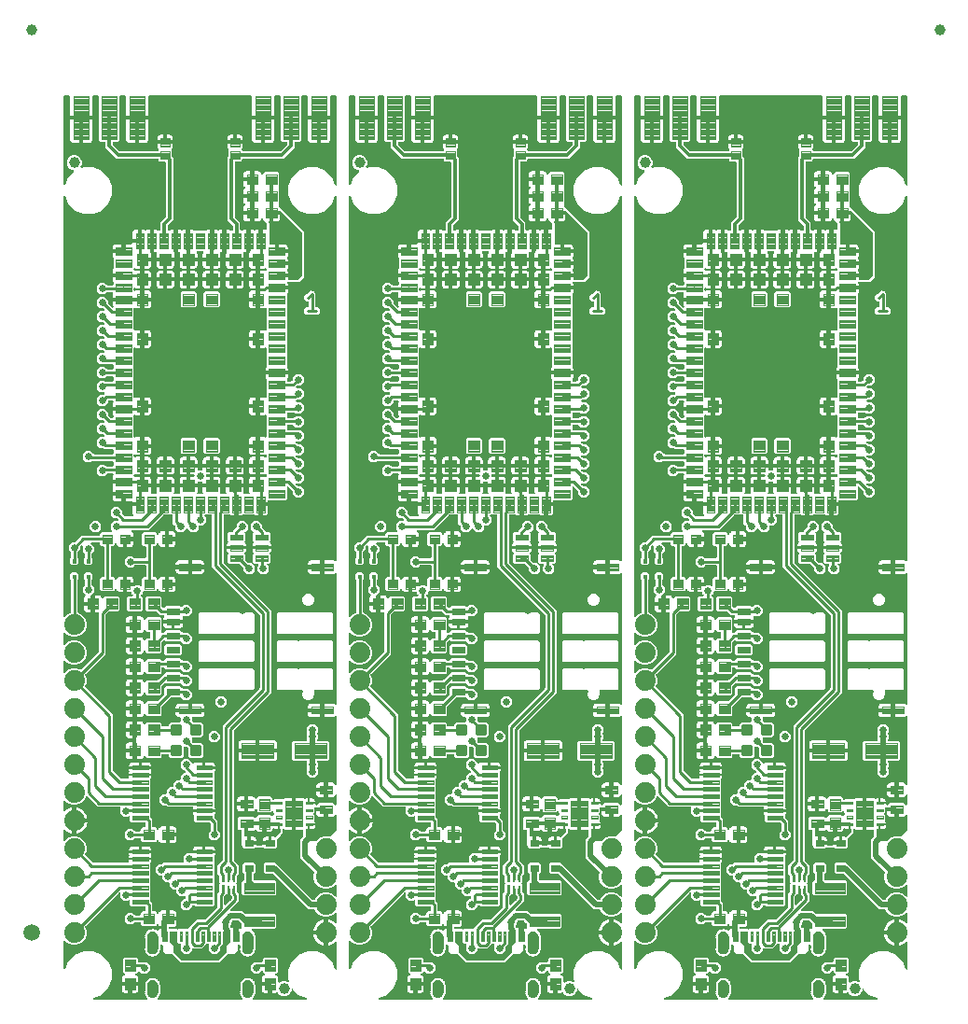
<source format=gtl>
G04 EAGLE Gerber RS-274X export*
G75*
%MOMM*%
%FSLAX34Y34*%
%LPD*%
%INTop Copper*%
%IPPOS*%
%AMOC8*
5,1,8,0,0,1.08239X$1,22.5*%
G01*
%ADD10C,0.279400*%
%ADD11C,0.105000*%
%ADD12C,0.102000*%
%ADD13C,0.755600*%
%ADD14C,0.104000*%
%ADD15C,0.099000*%
%ADD16C,0.100000*%
%ADD17C,0.102500*%
%ADD18C,0.096000*%
%ADD19C,0.103500*%
%ADD20C,0.300000*%
%ADD21C,1.000000*%
%ADD22C,0.098000*%
%ADD23C,1.879600*%
%ADD24C,0.100800*%
%ADD25C,1.500000*%
%ADD26C,0.660400*%
%ADD27C,0.239269*%
%ADD28C,0.508000*%
%ADD29C,0.254000*%
%ADD30C,0.312419*%
%ADD31C,0.304800*%

G36*
X365902Y66442D02*
X365902Y66442D01*
X365933Y66441D01*
X366032Y66468D01*
X366132Y66488D01*
X366152Y66501D01*
X366189Y66510D01*
X366413Y66653D01*
X366438Y66682D01*
X366458Y66695D01*
X366642Y66879D01*
X370541Y66879D01*
X370613Y66817D01*
X370641Y66805D01*
X370666Y66787D01*
X370763Y66753D01*
X370857Y66713D01*
X370888Y66710D01*
X370917Y66700D01*
X371019Y66696D01*
X371122Y66686D01*
X371152Y66692D01*
X371183Y66691D01*
X371282Y66718D01*
X371382Y66738D01*
X371402Y66751D01*
X371439Y66760D01*
X371625Y66879D01*
X374717Y66879D01*
X374818Y66894D01*
X374921Y66902D01*
X374949Y66914D01*
X374979Y66919D01*
X375072Y66963D01*
X375167Y67001D01*
X375191Y67021D01*
X375219Y67034D01*
X375294Y67104D01*
X375374Y67169D01*
X375391Y67195D01*
X375413Y67216D01*
X375464Y67305D01*
X375521Y67390D01*
X375526Y67414D01*
X375545Y67446D01*
X375603Y67706D01*
X375600Y67744D01*
X375605Y67767D01*
X375605Y67900D01*
X383070Y75365D01*
X389814Y75365D01*
X389834Y75368D01*
X389855Y75366D01*
X389966Y75388D01*
X390077Y75405D01*
X390095Y75414D01*
X390116Y75418D01*
X390155Y75443D01*
X390316Y75521D01*
X390398Y75598D01*
X390442Y75625D01*
X401721Y86904D01*
X401733Y86921D01*
X401750Y86934D01*
X401812Y87028D01*
X401878Y87118D01*
X401885Y87138D01*
X401897Y87155D01*
X401907Y87200D01*
X401966Y87369D01*
X401970Y87482D01*
X401981Y87532D01*
X401981Y98782D01*
X403191Y99992D01*
X403204Y100009D01*
X403220Y100023D01*
X403282Y100116D01*
X403349Y100206D01*
X403356Y100226D01*
X403367Y100244D01*
X403377Y100288D01*
X403436Y100458D01*
X403440Y100570D01*
X403451Y100621D01*
X403451Y107387D01*
X403637Y107572D01*
X403698Y107655D01*
X403764Y107733D01*
X403776Y107761D01*
X403794Y107786D01*
X403828Y107883D01*
X403868Y107977D01*
X403872Y108008D01*
X403882Y108037D01*
X403885Y108140D01*
X403896Y108242D01*
X403890Y108272D01*
X403891Y108303D01*
X403864Y108402D01*
X403844Y108502D01*
X403831Y108522D01*
X403821Y108559D01*
X403678Y108783D01*
X403649Y108808D01*
X403637Y108828D01*
X403451Y109013D01*
X403451Y114513D01*
X403448Y114534D01*
X403450Y114555D01*
X403428Y114665D01*
X403411Y114776D01*
X403402Y114795D01*
X403398Y114816D01*
X403374Y114854D01*
X403296Y115016D01*
X403219Y115098D01*
X403191Y115141D01*
X401981Y116352D01*
X401981Y124624D01*
X406159Y128802D01*
X406172Y128819D01*
X406188Y128832D01*
X406251Y128926D01*
X406317Y129016D01*
X406324Y129036D01*
X406336Y129053D01*
X406346Y129098D01*
X406404Y129267D01*
X406408Y129380D01*
X406420Y129430D01*
X406420Y251425D01*
X439995Y285000D01*
X440007Y285017D01*
X440024Y285031D01*
X440086Y285124D01*
X440152Y285214D01*
X440159Y285234D01*
X440171Y285252D01*
X440181Y285296D01*
X440240Y285465D01*
X440244Y285578D01*
X440255Y285629D01*
X440255Y351460D01*
X440252Y351480D01*
X440254Y351501D01*
X440232Y351612D01*
X440215Y351723D01*
X440206Y351741D01*
X440202Y351762D01*
X440177Y351801D01*
X440099Y351962D01*
X440022Y352044D01*
X439995Y352088D01*
X396968Y395114D01*
X396968Y441833D01*
X396953Y441935D01*
X396945Y442037D01*
X396933Y442065D01*
X396928Y442096D01*
X396884Y442188D01*
X396846Y442284D01*
X396826Y442307D01*
X396813Y442335D01*
X396743Y442410D01*
X396678Y442490D01*
X396652Y442507D01*
X396631Y442529D01*
X396542Y442580D01*
X396457Y442637D01*
X396433Y442643D01*
X396401Y442661D01*
X396141Y442719D01*
X396103Y442716D01*
X396080Y442721D01*
X392703Y442721D01*
X392681Y442718D01*
X392660Y442720D01*
X392602Y442709D01*
X390851Y442709D01*
X390800Y442701D01*
X390748Y442703D01*
X390669Y442681D01*
X390588Y442669D01*
X390542Y442646D01*
X390492Y442633D01*
X390423Y442589D01*
X390349Y442553D01*
X390311Y442518D01*
X390268Y442490D01*
X390215Y442428D01*
X390155Y442372D01*
X390129Y442327D01*
X390096Y442287D01*
X390063Y442212D01*
X390023Y442141D01*
X390012Y442091D01*
X389991Y442043D01*
X389983Y441961D01*
X389965Y441881D01*
X389969Y441830D01*
X389964Y441779D01*
X389980Y441698D01*
X389987Y441616D01*
X390006Y441569D01*
X390016Y441518D01*
X390044Y441474D01*
X390086Y441370D01*
X390199Y441231D01*
X390223Y441192D01*
X391161Y440255D01*
X391161Y436045D01*
X388185Y433069D01*
X385699Y433069D01*
X385597Y433054D01*
X385495Y433046D01*
X385467Y433034D01*
X385436Y433029D01*
X385344Y432985D01*
X385248Y432947D01*
X385225Y432927D01*
X385197Y432914D01*
X385122Y432844D01*
X385042Y432779D01*
X385025Y432753D01*
X385003Y432732D01*
X384952Y432643D01*
X384895Y432558D01*
X384889Y432534D01*
X384871Y432502D01*
X384813Y432242D01*
X384816Y432204D01*
X384811Y432181D01*
X384811Y429695D01*
X381835Y426719D01*
X377625Y426719D01*
X374643Y429702D01*
X374560Y429763D01*
X374482Y429829D01*
X374454Y429841D01*
X374429Y429859D01*
X374332Y429893D01*
X374238Y429933D01*
X374207Y429937D01*
X374178Y429947D01*
X374076Y429950D01*
X373973Y429961D01*
X373943Y429955D01*
X373912Y429956D01*
X373813Y429929D01*
X373713Y429909D01*
X373693Y429896D01*
X373656Y429886D01*
X373432Y429743D01*
X373407Y429715D01*
X373387Y429702D01*
X370405Y426719D01*
X366195Y426719D01*
X363219Y429695D01*
X363219Y432201D01*
X363216Y432222D01*
X363218Y432243D01*
X363196Y432353D01*
X363179Y432464D01*
X363170Y432483D01*
X363166Y432504D01*
X363142Y432542D01*
X363064Y432703D01*
X362987Y432786D01*
X362959Y432829D01*
X361031Y434757D01*
X361031Y441833D01*
X361016Y441935D01*
X361008Y442037D01*
X360996Y442065D01*
X360991Y442096D01*
X360947Y442188D01*
X360909Y442284D01*
X360889Y442307D01*
X360876Y442335D01*
X360806Y442410D01*
X360741Y442490D01*
X360715Y442507D01*
X360694Y442529D01*
X360605Y442580D01*
X360520Y442637D01*
X360496Y442643D01*
X360464Y442661D01*
X360204Y442719D01*
X360166Y442716D01*
X360143Y442721D01*
X359703Y442721D01*
X359681Y442718D01*
X359660Y442720D01*
X359602Y442709D01*
X357550Y442709D01*
X357508Y442710D01*
X357457Y442721D01*
X353421Y442721D01*
X353400Y442718D01*
X353379Y442720D01*
X353269Y442698D01*
X353158Y442681D01*
X353139Y442672D01*
X353118Y442668D01*
X353080Y442644D01*
X352919Y442566D01*
X352836Y442489D01*
X352793Y442461D01*
X339083Y428751D01*
X324503Y428751D01*
X324469Y428746D01*
X324435Y428749D01*
X324338Y428726D01*
X324240Y428711D01*
X324209Y428696D01*
X324176Y428689D01*
X324090Y428639D01*
X324001Y428596D01*
X323976Y428572D01*
X323946Y428555D01*
X323879Y428482D01*
X323807Y428414D01*
X323790Y428384D01*
X323766Y428359D01*
X323724Y428269D01*
X323675Y428184D01*
X323667Y428150D01*
X323653Y428119D01*
X323639Y428021D01*
X323617Y427924D01*
X323620Y427890D01*
X323615Y427856D01*
X323631Y427758D01*
X323639Y427659D01*
X323652Y427627D01*
X323657Y427593D01*
X323701Y427504D01*
X323738Y427412D01*
X323760Y427386D01*
X323775Y427355D01*
X323813Y427319D01*
X323905Y427206D01*
X324020Y427129D01*
X324059Y427094D01*
X324249Y426984D01*
X324814Y426419D01*
X325214Y425727D01*
X325421Y424955D01*
X325421Y422327D01*
X318769Y422327D01*
X318668Y422312D01*
X318565Y422303D01*
X318537Y422292D01*
X318506Y422287D01*
X318414Y422243D01*
X318319Y422204D01*
X318295Y422185D01*
X318267Y422172D01*
X318192Y422102D01*
X318112Y422037D01*
X318095Y422011D01*
X318073Y421990D01*
X318022Y421901D01*
X317965Y421816D01*
X317960Y421792D01*
X317941Y421759D01*
X317883Y421500D01*
X317886Y421462D01*
X317881Y421439D01*
X317881Y420549D01*
X316991Y420549D01*
X316890Y420534D01*
X316787Y420525D01*
X316759Y420514D01*
X316728Y420509D01*
X316636Y420465D01*
X316541Y420426D01*
X316517Y420407D01*
X316489Y420394D01*
X316414Y420324D01*
X316334Y420259D01*
X316317Y420233D01*
X316295Y420212D01*
X316244Y420123D01*
X316187Y420038D01*
X316181Y420014D01*
X316163Y419981D01*
X316105Y419722D01*
X316108Y419684D01*
X316103Y419661D01*
X316103Y413509D01*
X312975Y413509D01*
X312203Y413716D01*
X311511Y414116D01*
X310946Y414681D01*
X310546Y415373D01*
X310405Y415900D01*
X310398Y415916D01*
X310395Y415933D01*
X310345Y416037D01*
X310299Y416144D01*
X310287Y416157D01*
X310280Y416172D01*
X310201Y416257D01*
X310125Y416345D01*
X310110Y416354D01*
X310098Y416367D01*
X309998Y416424D01*
X309899Y416486D01*
X309882Y416490D01*
X309868Y416499D01*
X309755Y416524D01*
X309642Y416553D01*
X309625Y416553D01*
X309608Y416556D01*
X309493Y416547D01*
X309377Y416542D01*
X309360Y416536D01*
X309343Y416535D01*
X309236Y416492D01*
X309126Y416453D01*
X309113Y416442D01*
X309096Y416436D01*
X309006Y416362D01*
X308914Y416293D01*
X308904Y416279D01*
X308890Y416268D01*
X308825Y416171D01*
X308758Y416078D01*
X308752Y416062D01*
X308743Y416047D01*
X308734Y416006D01*
X308673Y415826D01*
X308676Y415747D01*
X308659Y415670D01*
X308659Y415603D01*
X307327Y414271D01*
X305817Y414271D01*
X305715Y414256D01*
X305613Y414248D01*
X305585Y414236D01*
X305554Y414231D01*
X305462Y414187D01*
X305366Y414149D01*
X305343Y414129D01*
X305315Y414116D01*
X305240Y414046D01*
X305160Y413981D01*
X305143Y413955D01*
X305121Y413934D01*
X305070Y413845D01*
X305013Y413760D01*
X305007Y413736D01*
X304989Y413704D01*
X304931Y413444D01*
X304934Y413406D01*
X304929Y413383D01*
X304929Y386717D01*
X304944Y386615D01*
X304952Y386513D01*
X304964Y386485D01*
X304969Y386454D01*
X305013Y386362D01*
X305051Y386266D01*
X305071Y386243D01*
X305084Y386215D01*
X305154Y386140D01*
X305219Y386060D01*
X305245Y386043D01*
X305266Y386021D01*
X305355Y385970D01*
X305440Y385913D01*
X305464Y385907D01*
X305496Y385889D01*
X305756Y385831D01*
X305794Y385834D01*
X305817Y385829D01*
X307327Y385829D01*
X308659Y384497D01*
X308659Y384430D01*
X308661Y384413D01*
X308659Y384395D01*
X308681Y384281D01*
X308699Y384167D01*
X308706Y384151D01*
X308709Y384134D01*
X308764Y384032D01*
X308814Y383928D01*
X308826Y383915D01*
X308834Y383900D01*
X308916Y383818D01*
X308996Y383733D01*
X309011Y383725D01*
X309023Y383712D01*
X309126Y383659D01*
X309226Y383601D01*
X309243Y383598D01*
X309259Y383590D01*
X309373Y383569D01*
X309486Y383544D01*
X309503Y383545D01*
X309520Y383542D01*
X309635Y383556D01*
X309751Y383565D01*
X309767Y383572D01*
X309784Y383574D01*
X309890Y383621D01*
X309998Y383664D01*
X310011Y383675D01*
X310027Y383682D01*
X310113Y383758D01*
X310204Y383832D01*
X310213Y383846D01*
X310226Y383858D01*
X310246Y383895D01*
X310351Y384053D01*
X310369Y384130D01*
X310405Y384200D01*
X310546Y384727D01*
X310946Y385419D01*
X311511Y385984D01*
X312203Y386384D01*
X312975Y386591D01*
X316103Y386591D01*
X316103Y380439D01*
X316118Y380338D01*
X316127Y380235D01*
X316138Y380207D01*
X316143Y380176D01*
X316187Y380084D01*
X316226Y379989D01*
X316245Y379965D01*
X316258Y379937D01*
X316328Y379862D01*
X316393Y379782D01*
X316419Y379765D01*
X316440Y379743D01*
X316529Y379692D01*
X316614Y379635D01*
X316638Y379630D01*
X316670Y379611D01*
X316930Y379553D01*
X316968Y379556D01*
X316991Y379551D01*
X317881Y379551D01*
X317881Y379549D01*
X316991Y379549D01*
X316890Y379534D01*
X316787Y379525D01*
X316759Y379514D01*
X316728Y379509D01*
X316636Y379465D01*
X316541Y379426D01*
X316517Y379407D01*
X316489Y379394D01*
X316414Y379324D01*
X316334Y379259D01*
X316317Y379233D01*
X316295Y379212D01*
X316244Y379123D01*
X316187Y379038D01*
X316181Y379014D01*
X316163Y378981D01*
X316105Y378722D01*
X316108Y378684D01*
X316103Y378661D01*
X316103Y372509D01*
X312975Y372509D01*
X312203Y372716D01*
X311511Y373116D01*
X310946Y373681D01*
X310546Y374373D01*
X310405Y374900D01*
X310398Y374916D01*
X310395Y374933D01*
X310345Y375037D01*
X310299Y375144D01*
X310287Y375157D01*
X310280Y375172D01*
X310200Y375257D01*
X310125Y375345D01*
X310110Y375354D01*
X310098Y375367D01*
X309998Y375424D01*
X309899Y375486D01*
X309883Y375490D01*
X309868Y375499D01*
X309754Y375524D01*
X309642Y375553D01*
X309625Y375553D01*
X309608Y375556D01*
X309493Y375547D01*
X309377Y375542D01*
X309360Y375536D01*
X309343Y375535D01*
X309236Y375492D01*
X309126Y375453D01*
X309113Y375442D01*
X309096Y375436D01*
X309006Y375363D01*
X308914Y375293D01*
X308904Y375279D01*
X308890Y375268D01*
X308826Y375172D01*
X308758Y375078D01*
X308752Y375062D01*
X308743Y375047D01*
X308734Y375006D01*
X308673Y374826D01*
X308676Y374747D01*
X308659Y374670D01*
X308659Y374603D01*
X307327Y373271D01*
X296433Y373271D01*
X295101Y374603D01*
X295101Y384497D01*
X296433Y385829D01*
X297943Y385829D01*
X298045Y385844D01*
X298147Y385852D01*
X298175Y385864D01*
X298206Y385869D01*
X298298Y385913D01*
X298394Y385951D01*
X298417Y385971D01*
X298445Y385984D01*
X298520Y386054D01*
X298600Y386119D01*
X298617Y386145D01*
X298639Y386166D01*
X298690Y386255D01*
X298747Y386340D01*
X298753Y386364D01*
X298771Y386396D01*
X298829Y386656D01*
X298826Y386694D01*
X298831Y386717D01*
X298831Y413383D01*
X298816Y413485D01*
X298808Y413587D01*
X298796Y413615D01*
X298791Y413646D01*
X298747Y413738D01*
X298709Y413834D01*
X298689Y413857D01*
X298676Y413885D01*
X298606Y413960D01*
X298541Y414040D01*
X298515Y414057D01*
X298494Y414079D01*
X298405Y414130D01*
X298320Y414187D01*
X298296Y414193D01*
X298264Y414211D01*
X298004Y414269D01*
X297966Y414266D01*
X297943Y414271D01*
X296433Y414271D01*
X295101Y415603D01*
X295101Y416613D01*
X295086Y416715D01*
X295078Y416817D01*
X295066Y416845D01*
X295061Y416876D01*
X295017Y416968D01*
X294979Y417064D01*
X294959Y417087D01*
X294946Y417115D01*
X294876Y417190D01*
X294811Y417270D01*
X294785Y417287D01*
X294764Y417309D01*
X294675Y417360D01*
X294590Y417417D01*
X294566Y417423D01*
X294534Y417441D01*
X294274Y417499D01*
X294236Y417496D01*
X294213Y417501D01*
X287788Y417501D01*
X287737Y417494D01*
X287686Y417495D01*
X287607Y417474D01*
X287526Y417461D01*
X287479Y417439D01*
X287429Y417425D01*
X287360Y417381D01*
X287286Y417346D01*
X287249Y417311D01*
X287205Y417283D01*
X287152Y417220D01*
X287092Y417164D01*
X287066Y417120D01*
X287033Y417080D01*
X287001Y417005D01*
X286960Y416934D01*
X286949Y416883D01*
X286929Y416836D01*
X286920Y416754D01*
X286902Y416674D01*
X286906Y416623D01*
X286901Y416571D01*
X286917Y416491D01*
X286924Y416409D01*
X286943Y416361D01*
X286953Y416311D01*
X286981Y416267D01*
X287023Y416162D01*
X287136Y416023D01*
X287160Y415985D01*
X289561Y413585D01*
X289561Y409375D01*
X287789Y407604D01*
X287776Y407587D01*
X287760Y407573D01*
X287698Y407480D01*
X287631Y407390D01*
X287624Y407370D01*
X287613Y407352D01*
X287603Y407308D01*
X287590Y407272D01*
X287589Y407269D01*
X287588Y407264D01*
X287544Y407139D01*
X287541Y407055D01*
X287531Y407010D01*
X287532Y406992D01*
X287529Y406976D01*
X287529Y404242D01*
X287532Y404221D01*
X287530Y404200D01*
X287552Y404091D01*
X287552Y404080D01*
X287554Y404077D01*
X287569Y403979D01*
X287578Y403960D01*
X287582Y403939D01*
X287606Y403901D01*
X287684Y403740D01*
X287761Y403657D01*
X287789Y403614D01*
X288259Y403144D01*
X288259Y398256D01*
X286924Y396921D01*
X282036Y396921D01*
X280701Y398256D01*
X280701Y403144D01*
X281171Y403614D01*
X281183Y403631D01*
X281200Y403644D01*
X281262Y403738D01*
X281329Y403828D01*
X281336Y403847D01*
X281347Y403865D01*
X281357Y403910D01*
X281416Y404079D01*
X281420Y404180D01*
X281429Y404223D01*
X281429Y404230D01*
X281431Y404242D01*
X281431Y406976D01*
X281428Y406996D01*
X281430Y407017D01*
X281410Y407116D01*
X281408Y407152D01*
X281403Y407164D01*
X281391Y407238D01*
X281382Y407257D01*
X281378Y407278D01*
X281354Y407316D01*
X281276Y407478D01*
X281199Y407560D01*
X281171Y407604D01*
X279399Y409375D01*
X279399Y413913D01*
X279392Y413964D01*
X279393Y414016D01*
X279372Y414095D01*
X279359Y414176D01*
X279337Y414223D01*
X279323Y414272D01*
X279279Y414342D01*
X279244Y414415D01*
X279208Y414453D01*
X279181Y414497D01*
X279118Y414550D01*
X279062Y414610D01*
X279018Y414635D01*
X278978Y414669D01*
X278903Y414701D01*
X278832Y414742D01*
X278781Y414753D01*
X278734Y414773D01*
X278652Y414782D01*
X278572Y414799D01*
X278521Y414795D01*
X278469Y414801D01*
X278389Y414784D01*
X278307Y414778D01*
X278259Y414759D01*
X278209Y414749D01*
X278165Y414721D01*
X278060Y414679D01*
X277921Y414566D01*
X277883Y414541D01*
X277121Y413779D01*
X277108Y413762D01*
X277092Y413749D01*
X277077Y413726D01*
X277068Y413718D01*
X277046Y413681D01*
X277030Y413655D01*
X276963Y413565D01*
X276956Y413546D01*
X276945Y413528D01*
X276935Y413483D01*
X276876Y413314D01*
X276872Y413202D01*
X276861Y413151D01*
X276861Y410645D01*
X275089Y408874D01*
X275076Y408857D01*
X275060Y408843D01*
X274998Y408750D01*
X274931Y408660D01*
X274924Y408640D01*
X274913Y408622D01*
X274903Y408578D01*
X274844Y408409D01*
X274840Y408296D01*
X274829Y408246D01*
X274829Y404242D01*
X274832Y404221D01*
X274830Y404200D01*
X274852Y404091D01*
X274852Y404080D01*
X274854Y404077D01*
X274869Y403979D01*
X274878Y403960D01*
X274882Y403939D01*
X274906Y403901D01*
X274984Y403740D01*
X275061Y403657D01*
X275089Y403614D01*
X275559Y403144D01*
X275559Y398256D01*
X274224Y396921D01*
X269336Y396921D01*
X268001Y398256D01*
X268001Y403144D01*
X268471Y403614D01*
X268483Y403631D01*
X268500Y403644D01*
X268562Y403738D01*
X268629Y403828D01*
X268636Y403847D01*
X268647Y403865D01*
X268657Y403910D01*
X268716Y404079D01*
X268720Y404180D01*
X268729Y404223D01*
X268729Y404230D01*
X268731Y404242D01*
X268731Y408246D01*
X268728Y408266D01*
X268730Y408287D01*
X268708Y408398D01*
X268691Y408508D01*
X268682Y408527D01*
X268678Y408548D01*
X268654Y408586D01*
X268576Y408748D01*
X268499Y408830D01*
X268471Y408874D01*
X266699Y410645D01*
X266699Y414855D01*
X269675Y417831D01*
X272181Y417831D01*
X272202Y417834D01*
X272223Y417832D01*
X272333Y417854D01*
X272444Y417871D01*
X272463Y417880D01*
X272484Y417884D01*
X272522Y417908D01*
X272683Y417986D01*
X272766Y418063D01*
X272809Y418091D01*
X278317Y423599D01*
X294213Y423599D01*
X294315Y423614D01*
X294417Y423622D01*
X294445Y423634D01*
X294476Y423639D01*
X294568Y423683D01*
X294664Y423721D01*
X294687Y423741D01*
X294715Y423754D01*
X294790Y423824D01*
X294870Y423889D01*
X294887Y423915D01*
X294909Y423936D01*
X294960Y424025D01*
X295017Y424110D01*
X295023Y424134D01*
X295041Y424166D01*
X295099Y424426D01*
X295096Y424464D01*
X295101Y424487D01*
X295101Y425497D01*
X296433Y426829D01*
X305522Y426829D01*
X305573Y426836D01*
X305624Y426835D01*
X305703Y426856D01*
X305784Y426869D01*
X305831Y426891D01*
X305881Y426905D01*
X305950Y426949D01*
X306024Y426984D01*
X306061Y427019D01*
X306105Y427047D01*
X306158Y427110D01*
X306218Y427166D01*
X306244Y427210D01*
X306277Y427250D01*
X306309Y427325D01*
X306350Y427396D01*
X306361Y427447D01*
X306381Y427494D01*
X306390Y427576D01*
X306408Y427656D01*
X306404Y427707D01*
X306409Y427759D01*
X306393Y427839D01*
X306386Y427921D01*
X306367Y427969D01*
X306357Y428019D01*
X306329Y428063D01*
X306287Y428168D01*
X306174Y428307D01*
X306150Y428345D01*
X304799Y429695D01*
X304799Y433905D01*
X307775Y436881D01*
X311043Y436881D01*
X311094Y436888D01*
X311146Y436887D01*
X311225Y436908D01*
X311306Y436921D01*
X311353Y436943D01*
X311402Y436957D01*
X311472Y437001D01*
X311545Y437036D01*
X311583Y437072D01*
X311627Y437099D01*
X311680Y437162D01*
X311740Y437218D01*
X311765Y437262D01*
X311799Y437302D01*
X311831Y437377D01*
X311872Y437448D01*
X311883Y437499D01*
X311903Y437546D01*
X311912Y437628D01*
X311929Y437708D01*
X311925Y437759D01*
X311931Y437811D01*
X311914Y437891D01*
X311908Y437973D01*
X311889Y438021D01*
X311879Y438071D01*
X311851Y438115D01*
X311809Y438220D01*
X311696Y438359D01*
X311671Y438397D01*
X310909Y439159D01*
X310892Y439172D01*
X310879Y439188D01*
X310785Y439250D01*
X310695Y439317D01*
X310676Y439324D01*
X310658Y439335D01*
X310613Y439345D01*
X310444Y439404D01*
X310332Y439408D01*
X310281Y439419D01*
X307775Y439419D01*
X304799Y442395D01*
X304799Y446605D01*
X307775Y449581D01*
X311985Y449581D01*
X314961Y446605D01*
X314961Y444099D01*
X314964Y444078D01*
X314962Y444057D01*
X314984Y443947D01*
X315001Y443836D01*
X315010Y443817D01*
X315014Y443796D01*
X315038Y443758D01*
X315116Y443597D01*
X315193Y443514D01*
X315221Y443471D01*
X317233Y441459D01*
X317250Y441446D01*
X317263Y441430D01*
X317356Y441368D01*
X317447Y441301D01*
X317466Y441294D01*
X317484Y441283D01*
X317528Y441273D01*
X317698Y441214D01*
X317810Y441210D01*
X317861Y441199D01*
X324948Y441199D01*
X324999Y441206D01*
X325051Y441205D01*
X325130Y441226D01*
X325211Y441239D01*
X325258Y441261D01*
X325307Y441275D01*
X325377Y441319D01*
X325450Y441354D01*
X325488Y441390D01*
X325532Y441417D01*
X325585Y441480D01*
X325645Y441536D01*
X325670Y441581D01*
X325704Y441620D01*
X325736Y441695D01*
X325777Y441766D01*
X325788Y441817D01*
X325808Y441864D01*
X325817Y441946D01*
X325834Y442026D01*
X325830Y442077D01*
X325836Y442129D01*
X325820Y442209D01*
X325813Y442291D01*
X325794Y442339D01*
X325784Y442389D01*
X325756Y442433D01*
X325714Y442538D01*
X325601Y442677D01*
X325576Y442715D01*
X325151Y443141D01*
X324748Y443839D01*
X324539Y444617D01*
X324539Y450223D01*
X330191Y450223D01*
X330292Y450238D01*
X330395Y450247D01*
X330423Y450258D01*
X330454Y450263D01*
X330546Y450307D01*
X330641Y450346D01*
X330665Y450365D01*
X330693Y450378D01*
X330768Y450448D01*
X330848Y450513D01*
X330865Y450539D01*
X330887Y450560D01*
X330938Y450649D01*
X330995Y450734D01*
X331000Y450758D01*
X331019Y450790D01*
X331077Y451050D01*
X331074Y451088D01*
X331079Y451111D01*
X331079Y452889D01*
X331064Y452990D01*
X331055Y453093D01*
X331044Y453121D01*
X331039Y453152D01*
X330995Y453244D01*
X330956Y453339D01*
X330937Y453363D01*
X330924Y453391D01*
X330854Y453466D01*
X330789Y453546D01*
X330763Y453563D01*
X330742Y453585D01*
X330653Y453636D01*
X330568Y453693D01*
X330544Y453698D01*
X330511Y453717D01*
X330252Y453775D01*
X330214Y453772D01*
X330191Y453777D01*
X324539Y453777D01*
X324539Y454071D01*
X324524Y454172D01*
X324516Y454275D01*
X324504Y454303D01*
X324499Y454334D01*
X324455Y454426D01*
X324417Y454522D01*
X324397Y454546D01*
X324384Y454573D01*
X324314Y454648D01*
X324249Y454728D01*
X324223Y454745D01*
X324202Y454767D01*
X324114Y454818D01*
X324028Y454875D01*
X324004Y454881D01*
X323972Y454899D01*
X323712Y454957D01*
X323674Y454954D01*
X323651Y454959D01*
X318357Y454959D01*
X318357Y460611D01*
X318342Y460712D01*
X318333Y460815D01*
X318322Y460843D01*
X318317Y460874D01*
X318273Y460966D01*
X318234Y461061D01*
X318215Y461085D01*
X318202Y461113D01*
X318132Y461188D01*
X318067Y461268D01*
X318041Y461285D01*
X318020Y461307D01*
X317931Y461358D01*
X317846Y461415D01*
X317822Y461420D01*
X317789Y461439D01*
X317530Y461497D01*
X317492Y461494D01*
X317469Y461499D01*
X316579Y461499D01*
X316579Y462389D01*
X316564Y462490D01*
X316555Y462593D01*
X316544Y462621D01*
X316539Y462652D01*
X316495Y462744D01*
X316456Y462839D01*
X316437Y462863D01*
X316424Y462891D01*
X316354Y462966D01*
X316289Y463046D01*
X316263Y463063D01*
X316242Y463085D01*
X316153Y463136D01*
X316068Y463193D01*
X316044Y463198D01*
X316011Y463217D01*
X315752Y463275D01*
X315714Y463272D01*
X315691Y463277D01*
X306539Y463277D01*
X306539Y465383D01*
X306748Y466161D01*
X306976Y466556D01*
X306977Y466559D01*
X306979Y466562D01*
X307025Y466682D01*
X307073Y466803D01*
X307073Y466807D01*
X307074Y466811D01*
X307082Y466939D01*
X307092Y467069D01*
X307091Y467072D01*
X307091Y467076D01*
X307087Y467089D01*
X307032Y467327D01*
X306989Y467401D01*
X306976Y467444D01*
X306748Y467839D01*
X306539Y468617D01*
X306539Y470723D01*
X315691Y470723D01*
X315792Y470738D01*
X315895Y470747D01*
X315923Y470758D01*
X315954Y470763D01*
X316046Y470807D01*
X316141Y470846D01*
X316165Y470865D01*
X316193Y470878D01*
X316268Y470948D01*
X316348Y471013D01*
X316365Y471039D01*
X316387Y471060D01*
X316438Y471149D01*
X316495Y471234D01*
X316500Y471258D01*
X316519Y471290D01*
X316577Y471550D01*
X316574Y471588D01*
X316579Y471611D01*
X316579Y473389D01*
X316564Y473490D01*
X316555Y473593D01*
X316544Y473621D01*
X316539Y473652D01*
X316495Y473744D01*
X316456Y473839D01*
X316437Y473863D01*
X316424Y473891D01*
X316354Y473966D01*
X316289Y474046D01*
X316263Y474063D01*
X316242Y474085D01*
X316153Y474136D01*
X316068Y474193D01*
X316044Y474198D01*
X316011Y474217D01*
X315752Y474275D01*
X315714Y474272D01*
X315691Y474277D01*
X306539Y474277D01*
X306539Y476383D01*
X306748Y477161D01*
X307170Y477892D01*
X307183Y477927D01*
X307205Y477959D01*
X307216Y478011D01*
X307267Y478139D01*
X307277Y478285D01*
X307289Y478336D01*
X307289Y479030D01*
X307290Y479072D01*
X307301Y479123D01*
X307301Y479563D01*
X307286Y479665D01*
X307278Y479767D01*
X307266Y479795D01*
X307261Y479826D01*
X307217Y479918D01*
X307179Y480014D01*
X307159Y480037D01*
X307146Y480065D01*
X307076Y480140D01*
X307011Y480220D01*
X306985Y480237D01*
X306964Y480259D01*
X306875Y480310D01*
X306790Y480367D01*
X306766Y480373D01*
X306734Y480391D01*
X306474Y480449D01*
X306436Y480446D01*
X306413Y480451D01*
X302584Y480451D01*
X302564Y480448D01*
X302543Y480450D01*
X302432Y480428D01*
X302322Y480411D01*
X302303Y480402D01*
X302282Y480398D01*
X302244Y480374D01*
X302082Y480296D01*
X302000Y480219D01*
X301956Y480191D01*
X299285Y477519D01*
X295075Y477519D01*
X292099Y480495D01*
X292099Y484705D01*
X295075Y487681D01*
X299285Y487681D01*
X300156Y486809D01*
X300173Y486796D01*
X300187Y486780D01*
X300280Y486718D01*
X300370Y486651D01*
X300390Y486644D01*
X300408Y486633D01*
X300452Y486623D01*
X300621Y486564D01*
X300734Y486560D01*
X300784Y486549D01*
X306413Y486549D01*
X306515Y486564D01*
X306617Y486572D01*
X306645Y486584D01*
X306676Y486589D01*
X306768Y486633D01*
X306864Y486671D01*
X306887Y486691D01*
X306915Y486704D01*
X306990Y486774D01*
X307070Y486839D01*
X307087Y486865D01*
X307109Y486886D01*
X307160Y486975D01*
X307217Y487060D01*
X307223Y487084D01*
X307241Y487116D01*
X307299Y487376D01*
X307296Y487414D01*
X307301Y487437D01*
X307301Y487877D01*
X307298Y487899D01*
X307300Y487920D01*
X307289Y487978D01*
X307289Y490030D01*
X307290Y490072D01*
X307301Y490123D01*
X307301Y490563D01*
X307286Y490665D01*
X307278Y490767D01*
X307266Y490795D01*
X307261Y490826D01*
X307217Y490918D01*
X307179Y491014D01*
X307159Y491037D01*
X307146Y491065D01*
X307076Y491140D01*
X307011Y491220D01*
X306985Y491237D01*
X306964Y491259D01*
X306875Y491310D01*
X306790Y491367D01*
X306766Y491373D01*
X306734Y491391D01*
X306474Y491449D01*
X306436Y491446D01*
X306413Y491451D01*
X288184Y491451D01*
X288164Y491448D01*
X288143Y491450D01*
X288032Y491428D01*
X287922Y491411D01*
X287903Y491402D01*
X287882Y491398D01*
X287844Y491374D01*
X287682Y491296D01*
X287600Y491219D01*
X287556Y491191D01*
X286585Y490219D01*
X282375Y490219D01*
X279399Y493195D01*
X279399Y497405D01*
X282375Y500381D01*
X286585Y500381D01*
X289156Y497809D01*
X289173Y497797D01*
X289185Y497781D01*
X289186Y497781D01*
X289187Y497780D01*
X289280Y497718D01*
X289370Y497651D01*
X289390Y497644D01*
X289408Y497633D01*
X289452Y497623D01*
X289621Y497564D01*
X289734Y497560D01*
X289784Y497549D01*
X306413Y497549D01*
X306515Y497564D01*
X306617Y497572D01*
X306645Y497584D01*
X306676Y497589D01*
X306768Y497633D01*
X306864Y497671D01*
X306887Y497691D01*
X306915Y497704D01*
X306990Y497774D01*
X307070Y497839D01*
X307087Y497865D01*
X307109Y497886D01*
X307160Y497975D01*
X307217Y498060D01*
X307223Y498084D01*
X307241Y498116D01*
X307299Y498376D01*
X307299Y498377D01*
X307296Y498414D01*
X307301Y498437D01*
X307301Y498877D01*
X307298Y498899D01*
X307300Y498920D01*
X307289Y498978D01*
X307289Y501030D01*
X307290Y501072D01*
X307301Y501123D01*
X307301Y501563D01*
X307286Y501665D01*
X307278Y501767D01*
X307266Y501795D01*
X307261Y501826D01*
X307217Y501918D01*
X307179Y502014D01*
X307159Y502037D01*
X307146Y502065D01*
X307076Y502140D01*
X307011Y502220D01*
X306985Y502237D01*
X306964Y502259D01*
X306875Y502310D01*
X306790Y502367D01*
X306766Y502373D01*
X306734Y502391D01*
X306474Y502449D01*
X306436Y502446D01*
X306413Y502451D01*
X298417Y502451D01*
X298209Y502659D01*
X298192Y502672D01*
X298179Y502688D01*
X298086Y502750D01*
X297995Y502817D01*
X297976Y502824D01*
X297958Y502835D01*
X297914Y502845D01*
X297744Y502904D01*
X297632Y502908D01*
X297581Y502919D01*
X295075Y502919D01*
X292099Y505895D01*
X292099Y510105D01*
X295075Y513081D01*
X298343Y513081D01*
X298394Y513088D01*
X298446Y513087D01*
X298525Y513108D01*
X298606Y513121D01*
X298653Y513143D01*
X298702Y513157D01*
X298772Y513201D01*
X298845Y513236D01*
X298883Y513272D01*
X298927Y513299D01*
X298980Y513362D01*
X299040Y513418D01*
X299065Y513462D01*
X299099Y513502D01*
X299131Y513577D01*
X299172Y513648D01*
X299183Y513699D01*
X299203Y513746D01*
X299212Y513828D01*
X299229Y513908D01*
X299225Y513959D01*
X299231Y514011D01*
X299214Y514091D01*
X299208Y514173D01*
X299189Y514221D01*
X299179Y514271D01*
X299151Y514315D01*
X299109Y514420D01*
X298996Y514559D01*
X298971Y514597D01*
X298209Y515359D01*
X298192Y515372D01*
X298179Y515388D01*
X298085Y515450D01*
X297995Y515517D01*
X297976Y515524D01*
X297958Y515535D01*
X297913Y515545D01*
X297744Y515604D01*
X297632Y515608D01*
X297581Y515619D01*
X295075Y515619D01*
X292099Y518595D01*
X292099Y522805D01*
X295075Y525781D01*
X298343Y525781D01*
X298394Y525788D01*
X298446Y525787D01*
X298525Y525808D01*
X298606Y525821D01*
X298653Y525843D01*
X298702Y525857D01*
X298772Y525901D01*
X298845Y525936D01*
X298883Y525972D01*
X298927Y525999D01*
X298980Y526062D01*
X299040Y526118D01*
X299065Y526162D01*
X299099Y526202D01*
X299131Y526277D01*
X299172Y526348D01*
X299183Y526399D01*
X299203Y526446D01*
X299212Y526528D01*
X299229Y526608D01*
X299225Y526659D01*
X299231Y526711D01*
X299214Y526791D01*
X299208Y526873D01*
X299189Y526921D01*
X299179Y526971D01*
X299151Y527015D01*
X299109Y527120D01*
X298996Y527259D01*
X298971Y527297D01*
X298209Y528059D01*
X298192Y528072D01*
X298179Y528088D01*
X298085Y528150D01*
X297995Y528217D01*
X297976Y528224D01*
X297958Y528235D01*
X297913Y528245D01*
X297744Y528304D01*
X297632Y528308D01*
X297581Y528319D01*
X295075Y528319D01*
X292099Y531295D01*
X292099Y535505D01*
X295075Y538481D01*
X299285Y538481D01*
X302261Y535505D01*
X302261Y532999D01*
X302264Y532978D01*
X302262Y532957D01*
X302284Y532847D01*
X302301Y532736D01*
X302310Y532717D01*
X302314Y532696D01*
X302338Y532658D01*
X302416Y532497D01*
X302493Y532414D01*
X302521Y532371D01*
X304083Y530809D01*
X304100Y530796D01*
X304113Y530780D01*
X304206Y530718D01*
X304297Y530651D01*
X304316Y530644D01*
X304334Y530633D01*
X304378Y530623D01*
X304548Y530564D01*
X304660Y530560D01*
X304711Y530549D01*
X306413Y530549D01*
X306515Y530564D01*
X306617Y530572D01*
X306645Y530584D01*
X306676Y530589D01*
X306768Y530633D01*
X306864Y530671D01*
X306887Y530691D01*
X306915Y530704D01*
X306990Y530774D01*
X307070Y530839D01*
X307087Y530865D01*
X307109Y530886D01*
X307160Y530975D01*
X307217Y531060D01*
X307223Y531084D01*
X307241Y531116D01*
X307299Y531376D01*
X307296Y531414D01*
X307301Y531437D01*
X307301Y531877D01*
X307298Y531899D01*
X307300Y531920D01*
X307289Y531978D01*
X307289Y532664D01*
X307283Y532702D01*
X307285Y532740D01*
X307269Y532790D01*
X307249Y532927D01*
X307185Y533058D01*
X307170Y533108D01*
X306748Y533839D01*
X306539Y534617D01*
X306539Y536723D01*
X315691Y536723D01*
X315792Y536738D01*
X315895Y536747D01*
X315923Y536758D01*
X315954Y536763D01*
X316046Y536807D01*
X316141Y536846D01*
X316165Y536865D01*
X316193Y536878D01*
X316268Y536948D01*
X316348Y537013D01*
X316365Y537039D01*
X316387Y537060D01*
X316438Y537149D01*
X316495Y537234D01*
X316500Y537258D01*
X316519Y537290D01*
X316577Y537550D01*
X316574Y537588D01*
X316579Y537611D01*
X316579Y539389D01*
X316564Y539490D01*
X316555Y539593D01*
X316544Y539621D01*
X316539Y539652D01*
X316495Y539744D01*
X316456Y539839D01*
X316437Y539863D01*
X316424Y539891D01*
X316354Y539966D01*
X316289Y540046D01*
X316263Y540063D01*
X316242Y540085D01*
X316153Y540136D01*
X316068Y540193D01*
X316044Y540198D01*
X316011Y540217D01*
X315752Y540275D01*
X315714Y540272D01*
X315691Y540277D01*
X306539Y540277D01*
X306539Y542383D01*
X306748Y543161D01*
X307170Y543892D01*
X307183Y543927D01*
X307205Y543959D01*
X307216Y544011D01*
X307267Y544139D01*
X307277Y544285D01*
X307289Y544336D01*
X307289Y545029D01*
X307290Y545072D01*
X307301Y545123D01*
X307301Y545563D01*
X307286Y545665D01*
X307278Y545767D01*
X307266Y545795D01*
X307261Y545826D01*
X307217Y545918D01*
X307179Y546014D01*
X307159Y546037D01*
X307146Y546065D01*
X307076Y546140D01*
X307011Y546220D01*
X306985Y546237D01*
X306964Y546259D01*
X306875Y546310D01*
X306790Y546367D01*
X306766Y546373D01*
X306734Y546391D01*
X306474Y546449D01*
X306436Y546446D01*
X306413Y546451D01*
X303149Y546451D01*
X303047Y546436D01*
X302945Y546428D01*
X302917Y546416D01*
X302886Y546411D01*
X302794Y546367D01*
X302698Y546329D01*
X302675Y546309D01*
X302647Y546296D01*
X302572Y546226D01*
X302492Y546161D01*
X302475Y546135D01*
X302453Y546114D01*
X302402Y546025D01*
X302345Y545940D01*
X302339Y545916D01*
X302321Y545884D01*
X302263Y545624D01*
X302266Y545589D01*
X302263Y545577D01*
X302263Y545574D01*
X302261Y545563D01*
X302261Y543995D01*
X299285Y541019D01*
X295075Y541019D01*
X292099Y543995D01*
X292099Y548205D01*
X295075Y551181D01*
X297581Y551181D01*
X297602Y551184D01*
X297623Y551182D01*
X297733Y551204D01*
X297844Y551221D01*
X297863Y551230D01*
X297884Y551234D01*
X297922Y551258D01*
X298083Y551336D01*
X298166Y551413D01*
X298209Y551441D01*
X298971Y552203D01*
X299002Y552244D01*
X299040Y552280D01*
X299080Y552351D01*
X299129Y552417D01*
X299146Y552466D01*
X299172Y552510D01*
X299189Y552590D01*
X299216Y552668D01*
X299218Y552720D01*
X299229Y552770D01*
X299223Y552852D01*
X299226Y552934D01*
X299212Y552983D01*
X299208Y553035D01*
X299177Y553111D01*
X299156Y553190D01*
X299128Y553234D01*
X299109Y553282D01*
X299057Y553345D01*
X299013Y553414D01*
X298974Y553448D01*
X298941Y553488D01*
X298873Y553533D01*
X298811Y553586D01*
X298763Y553607D01*
X298720Y553635D01*
X298670Y553647D01*
X298566Y553691D01*
X298388Y553709D01*
X298343Y553719D01*
X295075Y553719D01*
X292099Y556695D01*
X292099Y560905D01*
X295075Y563881D01*
X299285Y563881D01*
X299356Y563809D01*
X299373Y563796D01*
X299387Y563780D01*
X299480Y563718D01*
X299570Y563651D01*
X299590Y563644D01*
X299608Y563633D01*
X299652Y563623D01*
X299821Y563564D01*
X299934Y563560D01*
X299984Y563549D01*
X306413Y563549D01*
X306515Y563564D01*
X306617Y563572D01*
X306645Y563584D01*
X306676Y563589D01*
X306768Y563633D01*
X306864Y563671D01*
X306887Y563691D01*
X306915Y563704D01*
X306990Y563774D01*
X307070Y563839D01*
X307087Y563865D01*
X307109Y563886D01*
X307160Y563975D01*
X307217Y564060D01*
X307223Y564084D01*
X307241Y564116D01*
X307299Y564376D01*
X307296Y564414D01*
X307301Y564437D01*
X307301Y564877D01*
X307298Y564898D01*
X307300Y564919D01*
X307289Y564978D01*
X307289Y567029D01*
X307290Y567072D01*
X307301Y567123D01*
X307301Y567563D01*
X307286Y567665D01*
X307278Y567767D01*
X307266Y567795D01*
X307261Y567826D01*
X307217Y567918D01*
X307179Y568014D01*
X307159Y568037D01*
X307146Y568065D01*
X307076Y568140D01*
X307011Y568220D01*
X306985Y568237D01*
X306964Y568259D01*
X306875Y568310D01*
X306790Y568367D01*
X306766Y568373D01*
X306734Y568391D01*
X306474Y568449D01*
X306436Y568446D01*
X306413Y568451D01*
X301684Y568451D01*
X301664Y568448D01*
X301643Y568450D01*
X301532Y568428D01*
X301422Y568411D01*
X301403Y568402D01*
X301382Y568398D01*
X301344Y568374D01*
X301182Y568296D01*
X301100Y568219D01*
X301056Y568191D01*
X299285Y566419D01*
X295075Y566419D01*
X292099Y569395D01*
X292099Y573605D01*
X295075Y576581D01*
X299285Y576581D01*
X301056Y574809D01*
X301073Y574796D01*
X301087Y574780D01*
X301180Y574718D01*
X301270Y574651D01*
X301290Y574644D01*
X301308Y574633D01*
X301352Y574623D01*
X301521Y574564D01*
X301634Y574560D01*
X301684Y574549D01*
X306413Y574549D01*
X306515Y574564D01*
X306617Y574572D01*
X306645Y574584D01*
X306676Y574589D01*
X306768Y574633D01*
X306864Y574671D01*
X306887Y574691D01*
X306915Y574704D01*
X306990Y574774D01*
X307070Y574839D01*
X307087Y574865D01*
X307109Y574886D01*
X307160Y574975D01*
X307217Y575060D01*
X307223Y575084D01*
X307241Y575116D01*
X307299Y575376D01*
X307296Y575414D01*
X307301Y575437D01*
X307301Y575877D01*
X307298Y575899D01*
X307300Y575920D01*
X307289Y575978D01*
X307289Y578029D01*
X307290Y578072D01*
X307301Y578123D01*
X307301Y578563D01*
X307286Y578665D01*
X307278Y578767D01*
X307266Y578795D01*
X307261Y578826D01*
X307217Y578918D01*
X307179Y579014D01*
X307159Y579037D01*
X307146Y579065D01*
X307076Y579140D01*
X307011Y579220D01*
X306985Y579237D01*
X306964Y579259D01*
X306875Y579310D01*
X306790Y579367D01*
X306766Y579373D01*
X306734Y579391D01*
X306474Y579449D01*
X306436Y579446D01*
X306413Y579451D01*
X299984Y579451D01*
X299964Y579448D01*
X299943Y579450D01*
X299832Y579428D01*
X299722Y579411D01*
X299703Y579402D01*
X299682Y579398D01*
X299644Y579374D01*
X299482Y579296D01*
X299400Y579219D01*
X299356Y579191D01*
X299285Y579119D01*
X295075Y579119D01*
X292099Y582095D01*
X292099Y586305D01*
X295075Y589281D01*
X298343Y589281D01*
X298394Y589288D01*
X298446Y589287D01*
X298525Y589308D01*
X298606Y589321D01*
X298653Y589343D01*
X298702Y589357D01*
X298772Y589401D01*
X298845Y589436D01*
X298883Y589472D01*
X298927Y589499D01*
X298980Y589562D01*
X299040Y589618D01*
X299065Y589662D01*
X299099Y589702D01*
X299131Y589777D01*
X299172Y589848D01*
X299183Y589899D01*
X299203Y589946D01*
X299212Y590028D01*
X299229Y590108D01*
X299225Y590159D01*
X299231Y590211D01*
X299214Y590291D01*
X299208Y590373D01*
X299189Y590421D01*
X299179Y590471D01*
X299151Y590515D01*
X299109Y590620D01*
X298996Y590759D01*
X298971Y590797D01*
X298209Y591559D01*
X298192Y591572D01*
X298179Y591588D01*
X298085Y591650D01*
X297995Y591717D01*
X297976Y591724D01*
X297958Y591735D01*
X297913Y591745D01*
X297744Y591804D01*
X297632Y591808D01*
X297581Y591819D01*
X295075Y591819D01*
X292099Y594795D01*
X292099Y599005D01*
X295075Y601981D01*
X298343Y601981D01*
X298396Y601989D01*
X298446Y601987D01*
X298470Y601994D01*
X298498Y601994D01*
X298523Y602003D01*
X298547Y602005D01*
X298574Y602016D01*
X298606Y602021D01*
X298654Y602044D01*
X298702Y602057D01*
X298723Y602070D01*
X298749Y602079D01*
X298771Y602095D01*
X298794Y602104D01*
X298816Y602122D01*
X298845Y602136D01*
X298885Y602173D01*
X298926Y602199D01*
X298942Y602218D01*
X298965Y602235D01*
X298981Y602256D01*
X299000Y602271D01*
X299016Y602296D01*
X299040Y602318D01*
X299066Y602364D01*
X299098Y602402D01*
X299108Y602425D01*
X299125Y602447D01*
X299134Y602472D01*
X299147Y602492D01*
X299152Y602515D01*
X299172Y602548D01*
X299183Y602601D01*
X299203Y602647D01*
X299205Y602671D01*
X299215Y602697D01*
X299217Y602753D01*
X299229Y602808D01*
X299226Y602847D01*
X299231Y602869D01*
X299228Y602890D01*
X299230Y602911D01*
X299225Y602936D01*
X299227Y602963D01*
X299212Y603017D01*
X299208Y603073D01*
X299196Y603102D01*
X299191Y603132D01*
X299182Y603151D01*
X299178Y603172D01*
X299168Y603188D01*
X299159Y603220D01*
X299136Y603253D01*
X299109Y603320D01*
X299089Y603344D01*
X299076Y603371D01*
X299006Y603446D01*
X298995Y603459D01*
X298971Y603497D01*
X298209Y604259D01*
X298192Y604272D01*
X298179Y604288D01*
X298086Y604350D01*
X297995Y604417D01*
X297976Y604424D01*
X297958Y604435D01*
X297914Y604445D01*
X297744Y604504D01*
X297632Y604508D01*
X297581Y604519D01*
X295075Y604519D01*
X292099Y607495D01*
X292099Y611705D01*
X295075Y614681D01*
X298343Y614681D01*
X298394Y614688D01*
X298446Y614687D01*
X298525Y614708D01*
X298606Y614721D01*
X298653Y614743D01*
X298702Y614757D01*
X298772Y614801D01*
X298845Y614836D01*
X298883Y614872D01*
X298927Y614899D01*
X298980Y614962D01*
X299040Y615018D01*
X299065Y615062D01*
X299099Y615102D01*
X299131Y615177D01*
X299172Y615248D01*
X299183Y615299D01*
X299203Y615346D01*
X299212Y615428D01*
X299229Y615508D01*
X299225Y615559D01*
X299231Y615611D01*
X299214Y615691D01*
X299208Y615773D01*
X299189Y615821D01*
X299179Y615871D01*
X299151Y615915D01*
X299109Y616020D01*
X298996Y616159D01*
X298971Y616197D01*
X298209Y616959D01*
X298192Y616972D01*
X298179Y616988D01*
X298085Y617050D01*
X297995Y617117D01*
X297976Y617124D01*
X297958Y617135D01*
X297913Y617145D01*
X297744Y617204D01*
X297632Y617208D01*
X297581Y617219D01*
X295075Y617219D01*
X292099Y620195D01*
X292099Y624405D01*
X295075Y627381D01*
X298343Y627381D01*
X298394Y627388D01*
X298446Y627387D01*
X298525Y627408D01*
X298606Y627421D01*
X298653Y627443D01*
X298702Y627457D01*
X298772Y627501D01*
X298845Y627536D01*
X298883Y627572D01*
X298927Y627599D01*
X298980Y627662D01*
X299040Y627718D01*
X299065Y627762D01*
X299099Y627802D01*
X299131Y627877D01*
X299172Y627948D01*
X299183Y627999D01*
X299203Y628046D01*
X299212Y628128D01*
X299229Y628208D01*
X299225Y628259D01*
X299231Y628311D01*
X299214Y628391D01*
X299208Y628473D01*
X299189Y628521D01*
X299179Y628571D01*
X299151Y628615D01*
X299109Y628720D01*
X298996Y628859D01*
X298971Y628897D01*
X298209Y629659D01*
X298202Y629665D01*
X298199Y629668D01*
X298191Y629673D01*
X298179Y629688D01*
X298085Y629750D01*
X297995Y629817D01*
X297976Y629824D01*
X297958Y629835D01*
X297913Y629845D01*
X297744Y629904D01*
X297632Y629908D01*
X297581Y629919D01*
X295075Y629919D01*
X292099Y632895D01*
X292099Y637105D01*
X295075Y640081D01*
X299285Y640081D01*
X302261Y637105D01*
X302261Y634599D01*
X302264Y634578D01*
X302262Y634557D01*
X302284Y634447D01*
X302301Y634336D01*
X302310Y634317D01*
X302314Y634296D01*
X302338Y634258D01*
X302416Y634097D01*
X302493Y634014D01*
X302521Y633971D01*
X305772Y630719D01*
X305814Y630689D01*
X305849Y630651D01*
X305920Y630610D01*
X305986Y630562D01*
X306035Y630545D01*
X306080Y630519D01*
X306160Y630501D01*
X306237Y630474D01*
X306289Y630472D01*
X306339Y630461D01*
X306421Y630468D01*
X306503Y630465D01*
X306553Y630479D01*
X306604Y630483D01*
X306680Y630513D01*
X306759Y630535D01*
X306803Y630563D01*
X306851Y630582D01*
X306915Y630634D01*
X306984Y630678D01*
X307017Y630717D01*
X307057Y630749D01*
X307103Y630818D01*
X307156Y630880D01*
X307176Y630928D01*
X307205Y630971D01*
X307216Y631021D01*
X307260Y631125D01*
X307279Y631303D01*
X307289Y631347D01*
X307289Y631664D01*
X307283Y631702D01*
X307285Y631740D01*
X307269Y631790D01*
X307261Y631849D01*
X307258Y631880D01*
X307255Y631888D01*
X307249Y631927D01*
X307192Y632044D01*
X307181Y632071D01*
X307170Y632108D01*
X306748Y632839D01*
X306539Y633617D01*
X306539Y635723D01*
X315691Y635723D01*
X315792Y635738D01*
X315895Y635747D01*
X315923Y635758D01*
X315954Y635763D01*
X316046Y635807D01*
X316141Y635846D01*
X316165Y635865D01*
X316193Y635878D01*
X316268Y635948D01*
X316348Y636013D01*
X316365Y636039D01*
X316387Y636060D01*
X316438Y636149D01*
X316495Y636234D01*
X316500Y636258D01*
X316519Y636290D01*
X316577Y636550D01*
X316574Y636588D01*
X316579Y636611D01*
X316579Y638389D01*
X316564Y638490D01*
X316555Y638593D01*
X316544Y638621D01*
X316539Y638652D01*
X316495Y638744D01*
X316456Y638839D01*
X316437Y638863D01*
X316424Y638891D01*
X316354Y638966D01*
X316289Y639046D01*
X316263Y639063D01*
X316242Y639085D01*
X316153Y639136D01*
X316068Y639193D01*
X316044Y639198D01*
X316011Y639217D01*
X315752Y639275D01*
X315714Y639272D01*
X315691Y639277D01*
X306539Y639277D01*
X306539Y641383D01*
X306748Y642161D01*
X307170Y642892D01*
X307183Y642927D01*
X307205Y642959D01*
X307216Y643011D01*
X307267Y643139D01*
X307277Y643285D01*
X307289Y643336D01*
X307289Y643763D01*
X307273Y643865D01*
X307265Y643967D01*
X307253Y643995D01*
X307249Y644026D01*
X307204Y644118D01*
X307166Y644214D01*
X307146Y644237D01*
X307133Y644265D01*
X307063Y644340D01*
X306998Y644420D01*
X306973Y644437D01*
X306952Y644459D01*
X306863Y644510D01*
X306777Y644567D01*
X306754Y644573D01*
X306721Y644591D01*
X306461Y644649D01*
X306424Y644646D01*
X306400Y644651D01*
X301684Y644651D01*
X301664Y644648D01*
X301643Y644650D01*
X301532Y644628D01*
X301422Y644611D01*
X301403Y644602D01*
X301382Y644598D01*
X301344Y644574D01*
X301182Y644496D01*
X301100Y644419D01*
X301056Y644391D01*
X299285Y642619D01*
X295075Y642619D01*
X292099Y645595D01*
X292099Y649805D01*
X295075Y652781D01*
X299285Y652781D01*
X301056Y651009D01*
X301073Y650996D01*
X301087Y650980D01*
X301180Y650918D01*
X301270Y650851D01*
X301290Y650844D01*
X301308Y650833D01*
X301352Y650823D01*
X301521Y650764D01*
X301634Y650760D01*
X301684Y650749D01*
X306413Y650749D01*
X306515Y650764D01*
X306617Y650772D01*
X306645Y650784D01*
X306676Y650789D01*
X306768Y650833D01*
X306864Y650871D01*
X306887Y650891D01*
X306915Y650904D01*
X306990Y650974D01*
X307070Y651039D01*
X307087Y651065D01*
X307109Y651086D01*
X307160Y651175D01*
X307217Y651260D01*
X307223Y651284D01*
X307241Y651316D01*
X307299Y651576D01*
X307296Y651614D01*
X307301Y651637D01*
X307301Y652877D01*
X307298Y652898D01*
X307300Y652919D01*
X307289Y652978D01*
X307289Y653664D01*
X307283Y653702D01*
X307285Y653740D01*
X307269Y653790D01*
X307249Y653927D01*
X307185Y654058D01*
X307170Y654108D01*
X306748Y654839D01*
X306539Y655617D01*
X306539Y657723D01*
X315691Y657723D01*
X315792Y657738D01*
X315895Y657747D01*
X315923Y657758D01*
X315954Y657763D01*
X316046Y657807D01*
X316141Y657846D01*
X316165Y657865D01*
X316193Y657878D01*
X316268Y657948D01*
X316348Y658013D01*
X316365Y658039D01*
X316387Y658060D01*
X316438Y658149D01*
X316495Y658234D01*
X316500Y658258D01*
X316519Y658290D01*
X316577Y658550D01*
X316574Y658588D01*
X316579Y658611D01*
X316579Y660389D01*
X316564Y660490D01*
X316555Y660593D01*
X316544Y660621D01*
X316539Y660652D01*
X316495Y660744D01*
X316456Y660839D01*
X316437Y660863D01*
X316424Y660891D01*
X316354Y660966D01*
X316289Y661046D01*
X316263Y661063D01*
X316242Y661085D01*
X316153Y661136D01*
X316068Y661193D01*
X316044Y661198D01*
X316011Y661217D01*
X315752Y661275D01*
X315714Y661272D01*
X315691Y661277D01*
X306539Y661277D01*
X306539Y663383D01*
X306748Y664161D01*
X307170Y664892D01*
X307183Y664927D01*
X307205Y664959D01*
X307216Y665011D01*
X307267Y665139D01*
X307277Y665285D01*
X307289Y665336D01*
X307289Y666028D01*
X307290Y666072D01*
X307301Y666123D01*
X307301Y674877D01*
X307298Y674898D01*
X307300Y674919D01*
X307289Y674978D01*
X307289Y675664D01*
X307283Y675702D01*
X307285Y675740D01*
X307269Y675790D01*
X307249Y675927D01*
X307185Y676058D01*
X307170Y676108D01*
X306748Y676839D01*
X306539Y677617D01*
X306539Y679723D01*
X315691Y679723D01*
X315792Y679738D01*
X315895Y679747D01*
X315923Y679758D01*
X315954Y679763D01*
X316046Y679807D01*
X316141Y679846D01*
X316165Y679865D01*
X316193Y679878D01*
X316268Y679948D01*
X316348Y680013D01*
X316365Y680039D01*
X316387Y680060D01*
X316438Y680149D01*
X316495Y680234D01*
X316500Y680258D01*
X316519Y680290D01*
X316577Y680550D01*
X316574Y680588D01*
X316579Y680611D01*
X316579Y681501D01*
X317469Y681501D01*
X317570Y681516D01*
X317673Y681525D01*
X317701Y681536D01*
X317732Y681541D01*
X317824Y681585D01*
X317919Y681624D01*
X317943Y681643D01*
X317971Y681656D01*
X318046Y681726D01*
X318126Y681791D01*
X318143Y681817D01*
X318165Y681838D01*
X318216Y681927D01*
X318273Y682012D01*
X318278Y682036D01*
X318297Y682069D01*
X318355Y682328D01*
X318352Y682366D01*
X318357Y682389D01*
X318357Y688041D01*
X323651Y688041D01*
X323753Y688056D01*
X323855Y688064D01*
X323883Y688076D01*
X323914Y688081D01*
X324006Y688125D01*
X324102Y688163D01*
X324125Y688183D01*
X324153Y688196D01*
X324228Y688266D01*
X324308Y688331D01*
X324325Y688357D01*
X324347Y688378D01*
X324398Y688467D01*
X324455Y688552D01*
X324461Y688576D01*
X324479Y688608D01*
X324537Y688868D01*
X324534Y688906D01*
X324539Y688929D01*
X324539Y689223D01*
X330191Y689223D01*
X330292Y689238D01*
X330395Y689247D01*
X330423Y689258D01*
X330454Y689263D01*
X330546Y689307D01*
X330641Y689346D01*
X330665Y689365D01*
X330693Y689378D01*
X330768Y689448D01*
X330848Y689513D01*
X330865Y689539D01*
X330887Y689560D01*
X330938Y689649D01*
X330995Y689734D01*
X331000Y689758D01*
X331019Y689790D01*
X331077Y690050D01*
X331074Y690088D01*
X331079Y690111D01*
X331079Y691001D01*
X331969Y691001D01*
X332070Y691016D01*
X332173Y691025D01*
X332201Y691036D01*
X332232Y691041D01*
X332324Y691085D01*
X332419Y691124D01*
X332443Y691143D01*
X332471Y691156D01*
X332546Y691226D01*
X332626Y691291D01*
X332643Y691317D01*
X332665Y691338D01*
X332716Y691427D01*
X332773Y691512D01*
X332778Y691536D01*
X332797Y691569D01*
X332855Y691828D01*
X332852Y691866D01*
X332857Y691889D01*
X332857Y701041D01*
X334963Y701041D01*
X335741Y700832D01*
X336136Y700604D01*
X336139Y700603D01*
X336142Y700601D01*
X336262Y700555D01*
X336383Y700507D01*
X336387Y700507D01*
X336391Y700506D01*
X336519Y700498D01*
X336649Y700488D01*
X336652Y700489D01*
X336656Y700489D01*
X336669Y700493D01*
X336907Y700548D01*
X336981Y700591D01*
X337024Y700604D01*
X337419Y700832D01*
X338197Y701041D01*
X340303Y701041D01*
X340303Y691889D01*
X340318Y691788D01*
X340327Y691685D01*
X340338Y691657D01*
X340343Y691626D01*
X340387Y691534D01*
X340426Y691439D01*
X340445Y691415D01*
X340458Y691387D01*
X340528Y691312D01*
X340593Y691232D01*
X340619Y691215D01*
X340640Y691193D01*
X340729Y691142D01*
X340814Y691085D01*
X340838Y691080D01*
X340870Y691061D01*
X341130Y691003D01*
X341168Y691006D01*
X341191Y691001D01*
X342969Y691001D01*
X343070Y691016D01*
X343173Y691025D01*
X343201Y691036D01*
X343232Y691041D01*
X343324Y691085D01*
X343419Y691124D01*
X343443Y691143D01*
X343471Y691156D01*
X343546Y691226D01*
X343626Y691291D01*
X343643Y691317D01*
X343665Y691338D01*
X343716Y691427D01*
X343773Y691512D01*
X343778Y691536D01*
X343797Y691569D01*
X343855Y691828D01*
X343852Y691866D01*
X343857Y691889D01*
X343857Y701041D01*
X345963Y701041D01*
X346741Y700832D01*
X347472Y700410D01*
X347507Y700397D01*
X347539Y700375D01*
X347591Y700364D01*
X347719Y700313D01*
X347865Y700303D01*
X347916Y700291D01*
X348611Y700291D01*
X348652Y700290D01*
X348703Y700279D01*
X348851Y700279D01*
X348952Y700294D01*
X349055Y700302D01*
X349083Y700314D01*
X349114Y700319D01*
X349206Y700363D01*
X349301Y700401D01*
X349325Y700421D01*
X349353Y700434D01*
X349428Y700504D01*
X349508Y700569D01*
X349525Y700595D01*
X349547Y700616D01*
X349598Y700705D01*
X349655Y700790D01*
X349660Y700814D01*
X349679Y700846D01*
X349737Y701106D01*
X349734Y701144D01*
X349739Y701167D01*
X349739Y707624D01*
X354559Y712444D01*
X354571Y712461D01*
X354588Y712474D01*
X354650Y712567D01*
X354717Y712658D01*
X354724Y712677D01*
X354735Y712695D01*
X354745Y712739D01*
X354804Y712909D01*
X354808Y713021D01*
X354819Y713072D01*
X354819Y761983D01*
X354804Y762085D01*
X354795Y762187D01*
X354784Y762215D01*
X354779Y762246D01*
X354735Y762338D01*
X354696Y762434D01*
X354677Y762457D01*
X354664Y762485D01*
X354594Y762560D01*
X354529Y762640D01*
X354503Y762657D01*
X354482Y762679D01*
X354393Y762730D01*
X354308Y762787D01*
X354284Y762793D01*
X354251Y762811D01*
X353992Y762869D01*
X353954Y762866D01*
X353931Y762871D01*
X349392Y762871D01*
X348051Y764212D01*
X348051Y764671D01*
X348036Y764772D01*
X348028Y764875D01*
X348016Y764903D01*
X348011Y764934D01*
X347967Y765026D01*
X347929Y765121D01*
X347909Y765145D01*
X347896Y765173D01*
X347826Y765248D01*
X347761Y765328D01*
X347735Y765345D01*
X347714Y765367D01*
X347625Y765418D01*
X347540Y765475D01*
X347516Y765480D01*
X347484Y765499D01*
X347224Y765557D01*
X347186Y765554D01*
X347163Y765559D01*
X310486Y765559D01*
X300189Y775856D01*
X300189Y779973D01*
X300174Y780075D01*
X300165Y780177D01*
X300154Y780205D01*
X300149Y780236D01*
X300105Y780328D01*
X300066Y780424D01*
X300047Y780447D01*
X300034Y780475D01*
X299964Y780550D01*
X299899Y780630D01*
X299873Y780647D01*
X299852Y780669D01*
X299763Y780720D01*
X299678Y780777D01*
X299654Y780783D01*
X299621Y780801D01*
X299362Y780859D01*
X299324Y780856D01*
X299301Y780861D01*
X295601Y780861D01*
X294251Y782211D01*
X294251Y821817D01*
X294236Y821919D01*
X294228Y822021D01*
X294216Y822049D01*
X294211Y822080D01*
X294167Y822172D01*
X294129Y822268D01*
X294109Y822291D01*
X294096Y822319D01*
X294026Y822394D01*
X293961Y822474D01*
X293935Y822491D01*
X293914Y822513D01*
X293825Y822564D01*
X293740Y822621D01*
X293716Y822627D01*
X293684Y822645D01*
X293424Y822703D01*
X293386Y822700D01*
X293363Y822705D01*
X289059Y822705D01*
X288957Y822690D01*
X288855Y822682D01*
X288827Y822670D01*
X288796Y822665D01*
X288704Y822621D01*
X288608Y822583D01*
X288585Y822563D01*
X288557Y822550D01*
X288482Y822480D01*
X288402Y822415D01*
X288385Y822389D01*
X288363Y822368D01*
X288312Y822279D01*
X288255Y822194D01*
X288249Y822170D01*
X288231Y822138D01*
X288173Y821878D01*
X288176Y821840D01*
X288171Y821817D01*
X288171Y804417D01*
X279019Y804417D01*
X278918Y804402D01*
X278815Y804393D01*
X278787Y804382D01*
X278756Y804377D01*
X278664Y804333D01*
X278569Y804294D01*
X278545Y804275D01*
X278517Y804262D01*
X278442Y804192D01*
X278362Y804127D01*
X278345Y804101D01*
X278323Y804080D01*
X278272Y803991D01*
X278215Y803906D01*
X278210Y803882D01*
X278191Y803849D01*
X278133Y803590D01*
X278136Y803552D01*
X278131Y803529D01*
X278131Y802639D01*
X278129Y802639D01*
X278129Y803529D01*
X278114Y803630D01*
X278105Y803733D01*
X278094Y803761D01*
X278089Y803792D01*
X278045Y803884D01*
X278006Y803979D01*
X277987Y804003D01*
X277974Y804031D01*
X277904Y804106D01*
X277839Y804186D01*
X277813Y804203D01*
X277792Y804225D01*
X277703Y804276D01*
X277618Y804333D01*
X277594Y804338D01*
X277561Y804357D01*
X277302Y804415D01*
X277264Y804412D01*
X277241Y804417D01*
X268089Y804417D01*
X268089Y821817D01*
X268074Y821919D01*
X268066Y822021D01*
X268054Y822049D01*
X268049Y822080D01*
X268005Y822172D01*
X267967Y822268D01*
X267947Y822291D01*
X267934Y822319D01*
X267864Y822394D01*
X267799Y822474D01*
X267773Y822491D01*
X267752Y822513D01*
X267663Y822564D01*
X267578Y822621D01*
X267554Y822627D01*
X267522Y822645D01*
X267262Y822703D01*
X267224Y822700D01*
X267201Y822705D01*
X262763Y822705D01*
X262661Y822690D01*
X262559Y822682D01*
X262531Y822670D01*
X262500Y822665D01*
X262408Y822621D01*
X262312Y822583D01*
X262289Y822563D01*
X262261Y822550D01*
X262186Y822480D01*
X262106Y822415D01*
X262089Y822389D01*
X262067Y822368D01*
X262016Y822279D01*
X261959Y822194D01*
X261953Y822170D01*
X261935Y822138D01*
X261877Y821878D01*
X261880Y821840D01*
X261875Y821817D01*
X261875Y742247D01*
X261889Y742156D01*
X261894Y742064D01*
X261908Y742025D01*
X261915Y741984D01*
X261955Y741901D01*
X261987Y741815D01*
X262012Y741782D01*
X262030Y741745D01*
X262093Y741677D01*
X262150Y741604D01*
X262184Y741581D01*
X262212Y741551D01*
X262292Y741505D01*
X262367Y741452D01*
X262407Y741439D01*
X262442Y741419D01*
X262532Y741399D01*
X262620Y741370D01*
X262662Y741370D01*
X262702Y741361D01*
X262794Y741368D01*
X262886Y741367D01*
X262926Y741379D01*
X262967Y741383D01*
X263053Y741417D01*
X263141Y741443D01*
X263175Y741466D01*
X263214Y741482D01*
X263285Y741540D01*
X263362Y741591D01*
X263380Y741617D01*
X263420Y741649D01*
X263567Y741870D01*
X263572Y741890D01*
X263584Y741907D01*
X266392Y748686D01*
X271410Y753705D01*
X271441Y753746D01*
X271479Y753782D01*
X271519Y753853D01*
X271568Y753919D01*
X271585Y753968D01*
X271611Y754012D01*
X271628Y754092D01*
X271655Y754170D01*
X271657Y754222D01*
X271668Y754272D01*
X271662Y754354D01*
X271664Y754436D01*
X271651Y754485D01*
X271647Y754537D01*
X271616Y754613D01*
X271595Y754692D01*
X271567Y754736D01*
X271548Y754784D01*
X271496Y754847D01*
X271452Y754916D01*
X271413Y754950D01*
X271380Y754990D01*
X271312Y755035D01*
X271249Y755088D01*
X271202Y755109D01*
X271159Y755137D01*
X271109Y755149D01*
X271005Y755193D01*
X270827Y755211D01*
X270782Y755221D01*
X270432Y755221D01*
X267940Y756253D01*
X266033Y758160D01*
X265001Y760652D01*
X265001Y763348D01*
X266033Y765840D01*
X267940Y767747D01*
X270432Y768779D01*
X273128Y768779D01*
X275620Y767747D01*
X277527Y765840D01*
X278559Y763348D01*
X278559Y760652D01*
X277675Y758517D01*
X277662Y758467D01*
X277641Y758420D01*
X277630Y758339D01*
X277611Y758259D01*
X277614Y758207D01*
X277607Y758156D01*
X277621Y758076D01*
X277626Y757994D01*
X277644Y757945D01*
X277653Y757894D01*
X277691Y757822D01*
X277719Y757745D01*
X277751Y757704D01*
X277774Y757658D01*
X277832Y757599D01*
X277882Y757534D01*
X277924Y757505D01*
X277960Y757468D01*
X278033Y757429D01*
X278100Y757382D01*
X278149Y757366D01*
X278194Y757341D01*
X278275Y757326D01*
X278353Y757300D01*
X278404Y757300D01*
X278455Y757290D01*
X278506Y757299D01*
X278618Y757297D01*
X278790Y757349D01*
X278835Y757357D01*
X280236Y757937D01*
X288724Y757937D01*
X296566Y754688D01*
X302568Y748686D01*
X305817Y740844D01*
X305817Y732356D01*
X302568Y724514D01*
X296566Y718512D01*
X288724Y715263D01*
X280236Y715263D01*
X272394Y718512D01*
X266392Y724514D01*
X263584Y731293D01*
X263536Y731372D01*
X263496Y731455D01*
X263468Y731485D01*
X263446Y731520D01*
X263377Y731582D01*
X263314Y731649D01*
X263278Y731670D01*
X263248Y731697D01*
X263164Y731735D01*
X263084Y731781D01*
X263043Y731790D01*
X263006Y731807D01*
X262914Y731819D01*
X262824Y731839D01*
X262783Y731836D01*
X262742Y731841D01*
X262651Y731825D01*
X262559Y731817D01*
X262521Y731802D01*
X262480Y731795D01*
X262398Y731753D01*
X262312Y731718D01*
X262280Y731692D01*
X262244Y731674D01*
X262178Y731609D01*
X262106Y731551D01*
X262083Y731517D01*
X262054Y731488D01*
X262010Y731407D01*
X261959Y731330D01*
X261952Y731299D01*
X261927Y731254D01*
X261876Y730993D01*
X261879Y730973D01*
X261875Y730953D01*
X261875Y350945D01*
X261882Y350894D01*
X261881Y350843D01*
X261902Y350764D01*
X261915Y350683D01*
X261937Y350636D01*
X261951Y350586D01*
X261995Y350517D01*
X262030Y350443D01*
X262065Y350406D01*
X262093Y350362D01*
X262156Y350309D01*
X262212Y350249D01*
X262256Y350223D01*
X262296Y350190D01*
X262371Y350158D01*
X262442Y350117D01*
X262493Y350106D01*
X262540Y350086D01*
X262622Y350077D01*
X262702Y350059D01*
X262753Y350063D01*
X262805Y350058D01*
X262885Y350074D01*
X262967Y350081D01*
X263015Y350100D01*
X263065Y350110D01*
X263109Y350138D01*
X263214Y350180D01*
X263306Y350255D01*
X263308Y350256D01*
X263316Y350263D01*
X263353Y350293D01*
X263391Y350317D01*
X265449Y352375D01*
X268183Y353508D01*
X268236Y353540D01*
X268294Y353563D01*
X268349Y353608D01*
X268411Y353645D01*
X268452Y353691D01*
X268500Y353730D01*
X268540Y353790D01*
X268587Y353844D01*
X268613Y353900D01*
X268647Y353951D01*
X268658Y353999D01*
X268697Y354085D01*
X268724Y354298D01*
X268731Y354328D01*
X268731Y383158D01*
X268728Y383179D01*
X268730Y383200D01*
X268708Y383310D01*
X268691Y383421D01*
X268682Y383440D01*
X268678Y383461D01*
X268654Y383499D01*
X268576Y383660D01*
X268499Y383743D01*
X268471Y383786D01*
X268001Y384256D01*
X268001Y389144D01*
X269336Y390479D01*
X274224Y390479D01*
X275559Y389144D01*
X275559Y384256D01*
X275089Y383786D01*
X275077Y383769D01*
X275060Y383756D01*
X274998Y383662D01*
X274931Y383572D01*
X274924Y383553D01*
X274913Y383535D01*
X274903Y383490D01*
X274844Y383321D01*
X274840Y383209D01*
X274829Y383158D01*
X274829Y354328D01*
X274838Y354267D01*
X274837Y354205D01*
X274858Y354136D01*
X274869Y354065D01*
X274896Y354010D01*
X274913Y353950D01*
X274953Y353891D01*
X274984Y353826D01*
X275027Y353781D01*
X275061Y353729D01*
X275100Y353702D01*
X275166Y353632D01*
X275352Y353526D01*
X275377Y353508D01*
X278111Y352375D01*
X281255Y349231D01*
X282957Y345123D01*
X282957Y340677D01*
X281255Y336569D01*
X278111Y333425D01*
X274003Y331723D01*
X269557Y331723D01*
X265449Y333425D01*
X263391Y335483D01*
X263350Y335513D01*
X263314Y335551D01*
X263243Y335592D01*
X263177Y335640D01*
X263128Y335657D01*
X263084Y335683D01*
X263004Y335701D01*
X262926Y335728D01*
X262874Y335730D01*
X262824Y335741D01*
X262742Y335734D01*
X262660Y335737D01*
X262611Y335723D01*
X262559Y335719D01*
X262483Y335689D01*
X262404Y335667D01*
X262360Y335639D01*
X262312Y335620D01*
X262249Y335568D01*
X262180Y335524D01*
X262146Y335485D01*
X262106Y335453D01*
X262061Y335384D01*
X262008Y335322D01*
X261987Y335274D01*
X261959Y335231D01*
X261947Y335181D01*
X261903Y335077D01*
X261885Y334899D01*
X261875Y334855D01*
X261875Y325545D01*
X261882Y325494D01*
X261881Y325443D01*
X261902Y325364D01*
X261915Y325283D01*
X261937Y325236D01*
X261951Y325186D01*
X261995Y325117D01*
X262030Y325043D01*
X262065Y325006D01*
X262093Y324962D01*
X262156Y324909D01*
X262212Y324849D01*
X262256Y324823D01*
X262296Y324790D01*
X262371Y324758D01*
X262442Y324717D01*
X262493Y324706D01*
X262540Y324686D01*
X262622Y324677D01*
X262702Y324659D01*
X262753Y324663D01*
X262805Y324658D01*
X262885Y324674D01*
X262967Y324681D01*
X263015Y324700D01*
X263065Y324710D01*
X263109Y324738D01*
X263214Y324780D01*
X263353Y324893D01*
X263391Y324917D01*
X265449Y326975D01*
X269557Y328677D01*
X274003Y328677D01*
X278111Y326975D01*
X281255Y323831D01*
X282957Y319723D01*
X282957Y315277D01*
X281255Y311169D01*
X278111Y308025D01*
X274003Y306323D01*
X269557Y306323D01*
X265449Y308025D01*
X263391Y310083D01*
X263350Y310113D01*
X263314Y310151D01*
X263243Y310192D01*
X263177Y310240D01*
X263128Y310257D01*
X263084Y310283D01*
X263004Y310301D01*
X262926Y310328D01*
X262874Y310330D01*
X262824Y310341D01*
X262742Y310334D01*
X262660Y310337D01*
X262611Y310323D01*
X262559Y310319D01*
X262483Y310289D01*
X262404Y310267D01*
X262360Y310239D01*
X262312Y310220D01*
X262249Y310168D01*
X262180Y310124D01*
X262146Y310085D01*
X262106Y310053D01*
X262061Y309984D01*
X262008Y309922D01*
X261987Y309874D01*
X261959Y309831D01*
X261947Y309781D01*
X261903Y309677D01*
X261885Y309499D01*
X261875Y309455D01*
X261875Y300145D01*
X261882Y300094D01*
X261881Y300043D01*
X261902Y299964D01*
X261915Y299883D01*
X261937Y299836D01*
X261951Y299786D01*
X261995Y299717D01*
X262030Y299643D01*
X262065Y299606D01*
X262093Y299562D01*
X262156Y299509D01*
X262212Y299449D01*
X262256Y299423D01*
X262296Y299390D01*
X262371Y299358D01*
X262442Y299317D01*
X262493Y299306D01*
X262540Y299286D01*
X262622Y299277D01*
X262702Y299259D01*
X262753Y299263D01*
X262805Y299258D01*
X262885Y299274D01*
X262967Y299281D01*
X263015Y299300D01*
X263065Y299310D01*
X263109Y299338D01*
X263214Y299380D01*
X263353Y299493D01*
X263391Y299517D01*
X265449Y301575D01*
X269557Y303277D01*
X274003Y303277D01*
X276737Y302144D01*
X276797Y302129D01*
X276854Y302105D01*
X276926Y302098D01*
X276995Y302080D01*
X277057Y302084D01*
X277119Y302078D01*
X277189Y302092D01*
X277261Y302096D01*
X277319Y302118D01*
X277380Y302130D01*
X277420Y302156D01*
X277510Y302189D01*
X277679Y302320D01*
X277705Y302337D01*
X293871Y318503D01*
X293884Y318520D01*
X293900Y318533D01*
X293962Y318626D01*
X294029Y318717D01*
X294036Y318736D01*
X294047Y318754D01*
X294057Y318798D01*
X294116Y318968D01*
X294120Y319080D01*
X294131Y319131D01*
X294131Y353521D01*
X294116Y353623D01*
X294108Y353725D01*
X294096Y353753D01*
X294091Y353784D01*
X294047Y353876D01*
X294009Y353972D01*
X293989Y353995D01*
X293976Y354023D01*
X293906Y354098D01*
X293841Y354178D01*
X293815Y354195D01*
X293794Y354217D01*
X293705Y354268D01*
X293620Y354325D01*
X293596Y354331D01*
X293564Y354349D01*
X293304Y354407D01*
X293266Y354404D01*
X293243Y354409D01*
X290457Y354409D01*
X290457Y361061D01*
X290442Y361162D01*
X290433Y361265D01*
X290422Y361293D01*
X290417Y361324D01*
X290373Y361416D01*
X290334Y361511D01*
X290315Y361535D01*
X290302Y361563D01*
X290232Y361638D01*
X290167Y361718D01*
X290141Y361735D01*
X290120Y361757D01*
X290031Y361808D01*
X289946Y361865D01*
X289922Y361870D01*
X289889Y361889D01*
X289630Y361947D01*
X289592Y361944D01*
X289569Y361949D01*
X288679Y361949D01*
X288679Y361951D01*
X289569Y361951D01*
X289670Y361966D01*
X289773Y361975D01*
X289801Y361986D01*
X289832Y361991D01*
X289924Y362035D01*
X290019Y362074D01*
X290043Y362093D01*
X290071Y362106D01*
X290146Y362176D01*
X290226Y362241D01*
X290243Y362267D01*
X290265Y362288D01*
X290316Y362377D01*
X290373Y362462D01*
X290378Y362486D01*
X290397Y362519D01*
X290455Y362778D01*
X290452Y362816D01*
X290457Y362839D01*
X290457Y369491D01*
X294080Y369491D01*
X294854Y369283D01*
X295547Y368883D01*
X296113Y368317D01*
X296514Y367624D01*
X296655Y367095D01*
X296662Y367080D01*
X296665Y367062D01*
X296715Y366958D01*
X296761Y366852D01*
X296773Y366839D01*
X296780Y366823D01*
X296859Y366738D01*
X296935Y366651D01*
X296950Y366641D01*
X296962Y366629D01*
X297062Y366571D01*
X297161Y366510D01*
X297177Y366505D01*
X297192Y366497D01*
X297305Y366472D01*
X297418Y366442D01*
X297435Y366443D01*
X297452Y366439D01*
X297567Y366449D01*
X297683Y366454D01*
X297700Y366459D01*
X297717Y366461D01*
X297825Y366504D01*
X297934Y366543D01*
X297947Y366553D01*
X297964Y366560D01*
X298054Y366633D01*
X298146Y366702D01*
X298156Y366716D01*
X298170Y366727D01*
X298234Y366824D01*
X298302Y366918D01*
X298308Y366934D01*
X298317Y366948D01*
X298326Y366989D01*
X298387Y367169D01*
X298384Y367248D01*
X298401Y367325D01*
X298401Y367394D01*
X299736Y368729D01*
X311624Y368729D01*
X312959Y367394D01*
X312959Y356506D01*
X311624Y355171D01*
X303581Y355171D01*
X303560Y355168D01*
X303539Y355170D01*
X303429Y355148D01*
X303318Y355131D01*
X303299Y355122D01*
X303278Y355118D01*
X303240Y355094D01*
X303079Y355016D01*
X302996Y354939D01*
X302953Y354911D01*
X300489Y352447D01*
X300476Y352430D01*
X300460Y352417D01*
X300398Y352324D01*
X300331Y352233D01*
X300324Y352214D01*
X300313Y352196D01*
X300303Y352152D01*
X300244Y351982D01*
X300240Y351870D01*
X300229Y351819D01*
X300229Y316237D01*
X298183Y314191D01*
X282017Y298025D01*
X281980Y297975D01*
X281936Y297932D01*
X281902Y297869D01*
X281859Y297811D01*
X281839Y297753D01*
X281809Y297698D01*
X281795Y297628D01*
X281772Y297560D01*
X281770Y297498D01*
X281758Y297437D01*
X281766Y297390D01*
X281763Y297295D01*
X281819Y297088D01*
X281824Y297057D01*
X282957Y294323D01*
X282957Y289877D01*
X281824Y287143D01*
X281809Y287083D01*
X281785Y287026D01*
X281778Y286954D01*
X281760Y286885D01*
X281764Y286823D01*
X281758Y286761D01*
X281772Y286691D01*
X281776Y286619D01*
X281798Y286561D01*
X281810Y286500D01*
X281836Y286460D01*
X281869Y286370D01*
X282000Y286201D01*
X282017Y286175D01*
X306579Y261613D01*
X306579Y211181D01*
X306582Y211160D01*
X306580Y211139D01*
X306602Y211029D01*
X306619Y210918D01*
X306628Y210899D01*
X306632Y210878D01*
X306656Y210840D01*
X306734Y210679D01*
X306811Y210596D01*
X306839Y210553D01*
X313833Y203559D01*
X313850Y203546D01*
X313863Y203530D01*
X313956Y203468D01*
X314047Y203401D01*
X314066Y203394D01*
X314084Y203383D01*
X314128Y203373D01*
X314298Y203314D01*
X314410Y203310D01*
X314461Y203299D01*
X320834Y203299D01*
X320919Y203312D01*
X321005Y203315D01*
X321050Y203331D01*
X321097Y203339D01*
X321174Y203376D01*
X321255Y203405D01*
X321293Y203433D01*
X321336Y203454D01*
X321399Y203513D01*
X321468Y203564D01*
X321496Y203603D01*
X321531Y203636D01*
X321573Y203710D01*
X321624Y203780D01*
X321639Y203825D01*
X321663Y203866D01*
X321681Y203950D01*
X321709Y204031D01*
X321707Y204067D01*
X321721Y204126D01*
X321699Y204391D01*
X321693Y204406D01*
X321692Y204417D01*
X321639Y204615D01*
X321639Y205626D01*
X331444Y205626D01*
X331545Y205641D01*
X331648Y205649D01*
X331676Y205661D01*
X331694Y205664D01*
X331855Y205628D01*
X331893Y205631D01*
X331916Y205626D01*
X341721Y205626D01*
X341721Y204615D01*
X341512Y203837D01*
X341078Y203084D01*
X341064Y203049D01*
X341043Y203017D01*
X341037Y202993D01*
X341025Y202972D01*
X341013Y202920D01*
X340981Y202837D01*
X340974Y202743D01*
X340967Y202712D01*
X340969Y202687D01*
X340959Y202640D01*
X340959Y197545D01*
X340893Y197467D01*
X340881Y197439D01*
X340863Y197414D01*
X340829Y197317D01*
X340789Y197223D01*
X340786Y197192D01*
X340775Y197163D01*
X340772Y197061D01*
X340761Y196958D01*
X340767Y196928D01*
X340766Y196897D01*
X340793Y196798D01*
X340813Y196698D01*
X340826Y196678D01*
X340836Y196641D01*
X340959Y196448D01*
X340959Y191045D01*
X340893Y190967D01*
X340881Y190939D01*
X340863Y190914D01*
X340829Y190817D01*
X340789Y190723D01*
X340786Y190692D01*
X340775Y190663D01*
X340772Y190561D01*
X340761Y190458D01*
X340767Y190428D01*
X340766Y190397D01*
X340793Y190298D01*
X340813Y190198D01*
X340826Y190178D01*
X340836Y190141D01*
X340959Y189948D01*
X340959Y184553D01*
X340954Y184549D01*
X340937Y184519D01*
X340893Y184467D01*
X340881Y184439D01*
X340863Y184414D01*
X340840Y184349D01*
X340822Y184318D01*
X340815Y184284D01*
X340789Y184223D01*
X340786Y184192D01*
X340775Y184163D01*
X340773Y184097D01*
X340765Y184059D01*
X340768Y184021D01*
X340761Y183958D01*
X340767Y183928D01*
X340766Y183897D01*
X340783Y183837D01*
X340786Y183794D01*
X340802Y183755D01*
X340813Y183698D01*
X340826Y183678D01*
X340836Y183641D01*
X340867Y183592D01*
X340885Y183547D01*
X340933Y183488D01*
X340959Y183448D01*
X340959Y178045D01*
X340893Y177967D01*
X340881Y177939D01*
X340863Y177914D01*
X340829Y177817D01*
X340789Y177723D01*
X340786Y177692D01*
X340775Y177663D01*
X340772Y177561D01*
X340761Y177458D01*
X340767Y177428D01*
X340766Y177397D01*
X340793Y177298D01*
X340813Y177198D01*
X340826Y177178D01*
X340836Y177141D01*
X340959Y176948D01*
X340959Y171545D01*
X340893Y171467D01*
X340881Y171439D01*
X340863Y171414D01*
X340829Y171317D01*
X340789Y171223D01*
X340786Y171192D01*
X340775Y171163D01*
X340772Y171061D01*
X340761Y170958D01*
X340767Y170928D01*
X340766Y170897D01*
X340793Y170798D01*
X340813Y170698D01*
X340826Y170678D01*
X340836Y170641D01*
X340959Y170448D01*
X340959Y168301D01*
X340962Y168280D01*
X340960Y168259D01*
X340982Y168149D01*
X340999Y168038D01*
X341008Y168019D01*
X341012Y167998D01*
X341036Y167960D01*
X341114Y167799D01*
X341191Y167716D01*
X341219Y167673D01*
X342529Y166363D01*
X342529Y160067D01*
X342544Y159965D01*
X342552Y159863D01*
X342564Y159835D01*
X342569Y159804D01*
X342613Y159712D01*
X342651Y159616D01*
X342671Y159593D01*
X342684Y159565D01*
X342754Y159490D01*
X342819Y159410D01*
X342845Y159393D01*
X342866Y159371D01*
X342955Y159320D01*
X343040Y159263D01*
X343064Y159257D01*
X343096Y159239D01*
X343356Y159181D01*
X343394Y159184D01*
X343417Y159179D01*
X345424Y159179D01*
X346759Y157844D01*
X346759Y157775D01*
X346761Y157758D01*
X346759Y157741D01*
X346781Y157627D01*
X346799Y157513D01*
X346806Y157497D01*
X346809Y157480D01*
X346864Y157378D01*
X346914Y157273D01*
X346926Y157261D01*
X346934Y157245D01*
X347016Y157164D01*
X347096Y157079D01*
X347111Y157070D01*
X347123Y157058D01*
X347226Y157004D01*
X347326Y156947D01*
X347343Y156943D01*
X347359Y156935D01*
X347473Y156914D01*
X347586Y156889D01*
X347603Y156891D01*
X347620Y156887D01*
X347735Y156901D01*
X347851Y156911D01*
X347867Y156917D01*
X347884Y156919D01*
X347990Y156967D01*
X348098Y157010D01*
X348111Y157021D01*
X348127Y157028D01*
X348213Y157104D01*
X348304Y157177D01*
X348313Y157192D01*
X348326Y157203D01*
X348346Y157240D01*
X348451Y157399D01*
X348469Y157476D01*
X348505Y157545D01*
X348646Y158074D01*
X349047Y158767D01*
X349613Y159333D01*
X350306Y159733D01*
X351080Y159941D01*
X354703Y159941D01*
X354703Y153289D01*
X354718Y153188D01*
X354727Y153085D01*
X354738Y153057D01*
X354743Y153026D01*
X354787Y152934D01*
X354826Y152839D01*
X354845Y152815D01*
X354858Y152787D01*
X354928Y152712D01*
X354993Y152632D01*
X355019Y152615D01*
X355040Y152593D01*
X355129Y152542D01*
X355214Y152485D01*
X355238Y152480D01*
X355270Y152461D01*
X355530Y152403D01*
X355568Y152406D01*
X355591Y152401D01*
X356481Y152401D01*
X356481Y152399D01*
X355591Y152399D01*
X355490Y152384D01*
X355387Y152375D01*
X355359Y152364D01*
X355328Y152359D01*
X355236Y152315D01*
X355141Y152276D01*
X355117Y152257D01*
X355089Y152244D01*
X355014Y152174D01*
X354934Y152109D01*
X354917Y152083D01*
X354895Y152062D01*
X354844Y151973D01*
X354787Y151888D01*
X354781Y151864D01*
X354763Y151831D01*
X354705Y151572D01*
X354708Y151534D01*
X354703Y151511D01*
X354703Y144859D01*
X351080Y144859D01*
X350306Y145067D01*
X349613Y145467D01*
X349047Y146033D01*
X348646Y146726D01*
X348505Y147255D01*
X348498Y147270D01*
X348495Y147287D01*
X348445Y147392D01*
X348399Y147498D01*
X348387Y147511D01*
X348380Y147527D01*
X348300Y147612D01*
X348225Y147699D01*
X348210Y147708D01*
X348198Y147721D01*
X348098Y147779D01*
X347999Y147840D01*
X347983Y147844D01*
X347968Y147853D01*
X347854Y147878D01*
X347742Y147908D01*
X347725Y147907D01*
X347708Y147911D01*
X347593Y147901D01*
X347477Y147896D01*
X347460Y147891D01*
X347443Y147889D01*
X347336Y147846D01*
X347226Y147807D01*
X347213Y147797D01*
X347196Y147790D01*
X347106Y147717D01*
X347014Y147648D01*
X347004Y147634D01*
X346990Y147623D01*
X346926Y147526D01*
X346858Y147432D01*
X346852Y147416D01*
X346843Y147401D01*
X346834Y147361D01*
X346773Y147180D01*
X346776Y147102D01*
X346759Y147025D01*
X346759Y146956D01*
X345424Y145621D01*
X333536Y145621D01*
X332201Y146956D01*
X332201Y148463D01*
X332186Y148565D01*
X332178Y148667D01*
X332166Y148695D01*
X332161Y148726D01*
X332117Y148818D01*
X332079Y148914D01*
X332059Y148937D01*
X332046Y148965D01*
X331976Y149040D01*
X331911Y149120D01*
X331885Y149137D01*
X331864Y149159D01*
X331775Y149210D01*
X331690Y149267D01*
X331666Y149273D01*
X331634Y149291D01*
X331374Y149349D01*
X331336Y149346D01*
X331313Y149351D01*
X327084Y149351D01*
X327064Y149348D01*
X327043Y149350D01*
X326932Y149328D01*
X326822Y149311D01*
X326803Y149302D01*
X326782Y149298D01*
X326744Y149274D01*
X326582Y149196D01*
X326500Y149119D01*
X326456Y149091D01*
X324685Y147319D01*
X320475Y147319D01*
X317499Y150295D01*
X317499Y154505D01*
X320475Y157481D01*
X324685Y157481D01*
X326456Y155709D01*
X326473Y155696D01*
X326487Y155680D01*
X326580Y155618D01*
X326670Y155551D01*
X326690Y155544D01*
X326708Y155533D01*
X326752Y155523D01*
X326921Y155464D01*
X327034Y155460D01*
X327084Y155449D01*
X331313Y155449D01*
X331415Y155464D01*
X331517Y155472D01*
X331545Y155484D01*
X331576Y155489D01*
X331668Y155533D01*
X331764Y155571D01*
X331787Y155591D01*
X331815Y155604D01*
X331890Y155674D01*
X331970Y155739D01*
X331987Y155765D01*
X332009Y155786D01*
X332060Y155875D01*
X332117Y155960D01*
X332123Y155984D01*
X332141Y156016D01*
X332199Y156276D01*
X332196Y156314D01*
X332201Y156337D01*
X332201Y157844D01*
X333536Y159179D01*
X335543Y159179D01*
X335645Y159194D01*
X335747Y159202D01*
X335775Y159214D01*
X335806Y159219D01*
X335898Y159263D01*
X335994Y159301D01*
X336017Y159321D01*
X336045Y159334D01*
X336120Y159404D01*
X336200Y159469D01*
X336217Y159495D01*
X336239Y159516D01*
X336290Y159605D01*
X336347Y159690D01*
X336353Y159714D01*
X336371Y159746D01*
X336429Y160006D01*
X336426Y160044D01*
X336431Y160067D01*
X336431Y162833D01*
X336416Y162935D01*
X336408Y163037D01*
X336396Y163065D01*
X336391Y163096D01*
X336347Y163188D01*
X336309Y163284D01*
X336289Y163307D01*
X336276Y163335D01*
X336206Y163410D01*
X336141Y163490D01*
X336115Y163507D01*
X336094Y163529D01*
X336005Y163580D01*
X335920Y163637D01*
X335896Y163643D01*
X335864Y163661D01*
X335604Y163719D01*
X335566Y163716D01*
X335543Y163721D01*
X323746Y163721D01*
X322401Y165066D01*
X322401Y168292D01*
X322394Y168343D01*
X322395Y168394D01*
X322374Y168473D01*
X322361Y168554D01*
X322339Y168601D01*
X322325Y168651D01*
X322281Y168720D01*
X322246Y168794D01*
X322210Y168831D01*
X322183Y168875D01*
X322120Y168928D01*
X322064Y168988D01*
X322020Y169014D01*
X321980Y169047D01*
X321905Y169079D01*
X321834Y169120D01*
X321783Y169131D01*
X321736Y169151D01*
X321654Y169160D01*
X321574Y169178D01*
X321523Y169174D01*
X321471Y169179D01*
X321391Y169163D01*
X321309Y169156D01*
X321261Y169137D01*
X321211Y169127D01*
X321167Y169099D01*
X321062Y169057D01*
X320923Y168944D01*
X320885Y168920D01*
X320874Y168909D01*
X316665Y168909D01*
X313689Y171885D01*
X313689Y176094D01*
X313780Y176185D01*
X313810Y176226D01*
X313848Y176262D01*
X313889Y176333D01*
X313937Y176399D01*
X313954Y176448D01*
X313980Y176492D01*
X313998Y176572D01*
X314025Y176650D01*
X314027Y176702D01*
X314038Y176752D01*
X314031Y176834D01*
X314034Y176916D01*
X314020Y176965D01*
X314016Y177017D01*
X313986Y177093D01*
X313964Y177172D01*
X313936Y177216D01*
X313917Y177264D01*
X313865Y177327D01*
X313821Y177396D01*
X313782Y177430D01*
X313750Y177470D01*
X313681Y177515D01*
X313619Y177568D01*
X313571Y177589D01*
X313528Y177617D01*
X313478Y177629D01*
X313374Y177673D01*
X313196Y177691D01*
X313152Y177701D01*
X292967Y177701D01*
X283731Y186937D01*
X283723Y186943D01*
X283716Y186952D01*
X283616Y187022D01*
X283517Y187095D01*
X283507Y187098D01*
X283499Y187104D01*
X283382Y187142D01*
X283266Y187182D01*
X283256Y187183D01*
X283246Y187186D01*
X283123Y187187D01*
X283001Y187191D01*
X282990Y187189D01*
X282980Y187189D01*
X282862Y187154D01*
X282744Y187122D01*
X282735Y187116D01*
X282725Y187113D01*
X282624Y187045D01*
X282520Y186979D01*
X282513Y186971D01*
X282504Y186965D01*
X282486Y186940D01*
X282348Y186776D01*
X282310Y186688D01*
X282283Y186649D01*
X281255Y184169D01*
X278111Y181025D01*
X274003Y179323D01*
X269557Y179323D01*
X265449Y181025D01*
X263391Y183083D01*
X263350Y183113D01*
X263314Y183151D01*
X263243Y183192D01*
X263177Y183240D01*
X263128Y183257D01*
X263084Y183283D01*
X263004Y183301D01*
X262926Y183328D01*
X262874Y183330D01*
X262824Y183341D01*
X262742Y183334D01*
X262660Y183337D01*
X262611Y183323D01*
X262559Y183319D01*
X262483Y183289D01*
X262404Y183267D01*
X262360Y183239D01*
X262312Y183220D01*
X262249Y183168D01*
X262180Y183124D01*
X262146Y183085D01*
X262106Y183053D01*
X262061Y182984D01*
X262008Y182922D01*
X261987Y182874D01*
X261959Y182831D01*
X261947Y182781D01*
X261903Y182677D01*
X261885Y182499D01*
X261875Y182455D01*
X261875Y174223D01*
X261882Y174172D01*
X261881Y174120D01*
X261895Y174069D01*
X261898Y174023D01*
X261909Y173997D01*
X261915Y173960D01*
X261937Y173914D01*
X261951Y173864D01*
X261982Y173814D01*
X261997Y173776D01*
X262012Y173758D01*
X262030Y173721D01*
X262066Y173683D01*
X262093Y173640D01*
X262143Y173598D01*
X262165Y173570D01*
X262181Y173559D01*
X262212Y173527D01*
X262256Y173501D01*
X262296Y173468D01*
X262359Y173440D01*
X262386Y173423D01*
X262398Y173420D01*
X262442Y173395D01*
X262493Y173383D01*
X262540Y173363D01*
X262622Y173355D01*
X262702Y173337D01*
X262753Y173341D01*
X262763Y173339D01*
X262767Y173339D01*
X262771Y173339D01*
X262805Y173336D01*
X262885Y173352D01*
X262967Y173359D01*
X263009Y173375D01*
X263030Y173379D01*
X263038Y173382D01*
X263065Y173388D01*
X263109Y173416D01*
X263214Y173458D01*
X263244Y173482D01*
X263269Y173494D01*
X263338Y173559D01*
X263353Y173571D01*
X263391Y173595D01*
X264002Y174206D01*
X265523Y175311D01*
X267197Y176164D01*
X268984Y176745D01*
X270003Y176906D01*
X270003Y165989D01*
X270018Y165888D01*
X270026Y165785D01*
X270038Y165757D01*
X270043Y165726D01*
X270087Y165634D01*
X270125Y165539D01*
X270145Y165515D01*
X270158Y165487D01*
X270228Y165412D01*
X270293Y165332D01*
X270319Y165315D01*
X270340Y165293D01*
X270429Y165242D01*
X270514Y165185D01*
X270538Y165180D01*
X270570Y165161D01*
X270830Y165103D01*
X270868Y165106D01*
X270891Y165101D01*
X271781Y165101D01*
X271781Y165099D01*
X270891Y165099D01*
X270789Y165084D01*
X270687Y165075D01*
X270659Y165064D01*
X270628Y165059D01*
X270536Y165015D01*
X270440Y164976D01*
X270417Y164957D01*
X270389Y164944D01*
X270314Y164874D01*
X270234Y164809D01*
X270217Y164783D01*
X270195Y164762D01*
X270144Y164673D01*
X270087Y164588D01*
X270081Y164564D01*
X270063Y164531D01*
X270005Y164272D01*
X270008Y164234D01*
X270003Y164211D01*
X270003Y153294D01*
X268984Y153455D01*
X267197Y154036D01*
X265523Y154889D01*
X264002Y155994D01*
X263391Y156605D01*
X263350Y156636D01*
X263314Y156673D01*
X263243Y156714D01*
X263177Y156763D01*
X263128Y156780D01*
X263084Y156805D01*
X263004Y156823D01*
X262926Y156850D01*
X262874Y156852D01*
X262824Y156863D01*
X262742Y156856D01*
X262660Y156859D01*
X262611Y156846D01*
X262559Y156841D01*
X262483Y156811D01*
X262404Y156789D01*
X262360Y156762D01*
X262312Y156742D01*
X262249Y156691D01*
X262180Y156647D01*
X262146Y156607D01*
X262106Y156575D01*
X262061Y156507D01*
X262008Y156444D01*
X261987Y156397D01*
X261959Y156354D01*
X261947Y156303D01*
X261903Y156200D01*
X261885Y156021D01*
X261875Y155977D01*
X261875Y147745D01*
X261882Y147694D01*
X261881Y147643D01*
X261902Y147564D01*
X261915Y147483D01*
X261937Y147436D01*
X261951Y147386D01*
X261995Y147317D01*
X262030Y147243D01*
X262065Y147206D01*
X262093Y147162D01*
X262156Y147109D01*
X262212Y147049D01*
X262256Y147023D01*
X262296Y146990D01*
X262371Y146958D01*
X262442Y146917D01*
X262493Y146906D01*
X262540Y146886D01*
X262622Y146877D01*
X262702Y146859D01*
X262753Y146863D01*
X262805Y146858D01*
X262885Y146874D01*
X262967Y146881D01*
X263015Y146900D01*
X263065Y146910D01*
X263109Y146938D01*
X263214Y146980D01*
X263353Y147093D01*
X263391Y147117D01*
X265449Y149175D01*
X269557Y150877D01*
X274003Y150877D01*
X278111Y149175D01*
X281255Y146031D01*
X282957Y141923D01*
X282957Y137477D01*
X281824Y134743D01*
X281809Y134683D01*
X281785Y134626D01*
X281778Y134554D01*
X281760Y134485D01*
X281764Y134423D01*
X281758Y134361D01*
X281772Y134291D01*
X281776Y134219D01*
X281798Y134161D01*
X281810Y134100D01*
X281836Y134060D01*
X281869Y133970D01*
X282000Y133801D01*
X282017Y133775D01*
X288433Y127359D01*
X288450Y127346D01*
X288463Y127330D01*
X288556Y127268D01*
X288647Y127201D01*
X288666Y127194D01*
X288684Y127183D01*
X288728Y127173D01*
X288898Y127114D01*
X289010Y127110D01*
X289061Y127099D01*
X320834Y127099D01*
X320919Y127112D01*
X321005Y127115D01*
X321050Y127131D01*
X321097Y127139D01*
X321174Y127176D01*
X321255Y127205D01*
X321293Y127233D01*
X321336Y127254D01*
X321399Y127313D01*
X321468Y127364D01*
X321496Y127403D01*
X321531Y127436D01*
X321573Y127510D01*
X321624Y127579D01*
X321639Y127625D01*
X321663Y127666D01*
X321681Y127750D01*
X321709Y127831D01*
X321707Y127867D01*
X321720Y127926D01*
X321699Y128191D01*
X321693Y128206D01*
X321692Y128217D01*
X321639Y128415D01*
X321639Y129426D01*
X331444Y129426D01*
X331545Y129441D01*
X331648Y129449D01*
X331676Y129461D01*
X331694Y129464D01*
X331855Y129428D01*
X331893Y129431D01*
X331916Y129426D01*
X341721Y129426D01*
X341721Y128415D01*
X341512Y127637D01*
X341078Y126884D01*
X341064Y126849D01*
X341043Y126817D01*
X341031Y126765D01*
X340981Y126637D01*
X340970Y126491D01*
X340959Y126440D01*
X340959Y121345D01*
X340893Y121267D01*
X340881Y121239D01*
X340863Y121214D01*
X340829Y121117D01*
X340789Y121023D01*
X340786Y120992D01*
X340775Y120963D01*
X340772Y120861D01*
X340761Y120758D01*
X340767Y120728D01*
X340766Y120697D01*
X340793Y120598D01*
X340813Y120498D01*
X340826Y120478D01*
X340836Y120441D01*
X340959Y120248D01*
X340959Y114845D01*
X340893Y114767D01*
X340881Y114739D01*
X340863Y114714D01*
X340829Y114617D01*
X340789Y114523D01*
X340786Y114492D01*
X340775Y114463D01*
X340772Y114360D01*
X340761Y114258D01*
X340767Y114228D01*
X340766Y114197D01*
X340793Y114098D01*
X340813Y113998D01*
X340826Y113978D01*
X340836Y113941D01*
X340959Y113748D01*
X340959Y108345D01*
X340893Y108267D01*
X340881Y108239D01*
X340863Y108214D01*
X340829Y108117D01*
X340789Y108023D01*
X340786Y107992D01*
X340775Y107963D01*
X340772Y107861D01*
X340761Y107758D01*
X340767Y107728D01*
X340766Y107697D01*
X340793Y107598D01*
X340813Y107498D01*
X340826Y107478D01*
X340836Y107441D01*
X340959Y107248D01*
X340959Y101845D01*
X340893Y101767D01*
X340881Y101739D01*
X340863Y101714D01*
X340829Y101617D01*
X340789Y101523D01*
X340786Y101492D01*
X340775Y101463D01*
X340772Y101361D01*
X340761Y101258D01*
X340767Y101228D01*
X340766Y101197D01*
X340793Y101098D01*
X340813Y100998D01*
X340826Y100978D01*
X340836Y100941D01*
X340959Y100748D01*
X340959Y95345D01*
X340893Y95267D01*
X340881Y95239D01*
X340863Y95214D01*
X340829Y95117D01*
X340789Y95023D01*
X340786Y94992D01*
X340775Y94963D01*
X340772Y94861D01*
X340761Y94758D01*
X340767Y94728D01*
X340766Y94697D01*
X340793Y94598D01*
X340813Y94498D01*
X340826Y94478D01*
X340836Y94441D01*
X340959Y94248D01*
X340959Y92101D01*
X340962Y92080D01*
X340960Y92059D01*
X340982Y91949D01*
X340999Y91838D01*
X341008Y91819D01*
X341012Y91798D01*
X341036Y91760D01*
X341114Y91599D01*
X341191Y91516D01*
X341219Y91473D01*
X342529Y90163D01*
X342529Y83867D01*
X342544Y83765D01*
X342552Y83663D01*
X342564Y83635D01*
X342569Y83604D01*
X342613Y83512D01*
X342651Y83416D01*
X342671Y83393D01*
X342684Y83365D01*
X342754Y83290D01*
X342819Y83210D01*
X342845Y83193D01*
X342866Y83171D01*
X342955Y83120D01*
X343040Y83063D01*
X343064Y83057D01*
X343096Y83039D01*
X343356Y82981D01*
X343394Y82984D01*
X343417Y82979D01*
X345424Y82979D01*
X346759Y81644D01*
X346759Y81575D01*
X346761Y81558D01*
X346759Y81541D01*
X346781Y81427D01*
X346799Y81313D01*
X346806Y81297D01*
X346809Y81280D01*
X346864Y81178D01*
X346914Y81073D01*
X346926Y81061D01*
X346934Y81045D01*
X347016Y80964D01*
X347096Y80879D01*
X347111Y80870D01*
X347123Y80858D01*
X347226Y80805D01*
X347326Y80747D01*
X347343Y80743D01*
X347359Y80735D01*
X347473Y80714D01*
X347586Y80689D01*
X347603Y80691D01*
X347620Y80688D01*
X347735Y80701D01*
X347851Y80711D01*
X347867Y80717D01*
X347884Y80719D01*
X347990Y80767D01*
X348098Y80810D01*
X348111Y80821D01*
X348127Y80828D01*
X348214Y80904D01*
X348304Y80977D01*
X348314Y80992D01*
X348326Y81003D01*
X348346Y81040D01*
X348451Y81199D01*
X348469Y81276D01*
X348505Y81346D01*
X348647Y81874D01*
X349047Y82567D01*
X349613Y83133D01*
X350306Y83533D01*
X351080Y83741D01*
X354703Y83741D01*
X354703Y77089D01*
X354718Y76988D01*
X354727Y76885D01*
X354738Y76857D01*
X354743Y76826D01*
X354787Y76734D01*
X354826Y76639D01*
X354845Y76615D01*
X354858Y76587D01*
X354928Y76512D01*
X354993Y76432D01*
X355019Y76415D01*
X355040Y76393D01*
X355129Y76342D01*
X355214Y76285D01*
X355238Y76280D01*
X355270Y76261D01*
X355530Y76203D01*
X355568Y76206D01*
X355591Y76201D01*
X356481Y76201D01*
X356481Y75311D01*
X356496Y75210D01*
X356505Y75107D01*
X356516Y75079D01*
X356521Y75048D01*
X356565Y74956D01*
X356604Y74861D01*
X356623Y74837D01*
X356636Y74809D01*
X356706Y74734D01*
X356771Y74654D01*
X356797Y74637D01*
X356818Y74615D01*
X356907Y74564D01*
X356992Y74507D01*
X357016Y74501D01*
X357049Y74483D01*
X357308Y74425D01*
X357346Y74428D01*
X357369Y74423D01*
X364521Y74423D01*
X364521Y71300D01*
X364313Y70526D01*
X363913Y69833D01*
X363347Y69267D01*
X362654Y68867D01*
X361880Y68659D01*
X358688Y68659D01*
X358653Y68654D01*
X358617Y68656D01*
X358522Y68634D01*
X358425Y68619D01*
X358393Y68604D01*
X358358Y68596D01*
X358274Y68546D01*
X358186Y68504D01*
X358160Y68479D01*
X358129Y68461D01*
X358063Y68389D01*
X357992Y68322D01*
X357974Y68291D01*
X357950Y68265D01*
X357908Y68176D01*
X357860Y68092D01*
X357852Y68057D01*
X357837Y68024D01*
X357823Y67927D01*
X357802Y67832D01*
X357805Y67796D01*
X357800Y67761D01*
X357816Y67665D01*
X357824Y67567D01*
X357837Y67534D01*
X357843Y67499D01*
X357886Y67411D01*
X357923Y67320D01*
X357945Y67293D01*
X357961Y67261D01*
X358000Y67225D01*
X358090Y67114D01*
X358207Y67036D01*
X358246Y67000D01*
X358253Y66996D01*
X358285Y66984D01*
X358311Y66967D01*
X358313Y66966D01*
X358318Y66963D01*
X358370Y66951D01*
X358501Y66900D01*
X358644Y66890D01*
X358695Y66879D01*
X365018Y66879D01*
X365202Y66695D01*
X365284Y66634D01*
X365363Y66567D01*
X365391Y66555D01*
X365416Y66537D01*
X365513Y66503D01*
X365607Y66463D01*
X365638Y66460D01*
X365667Y66450D01*
X365769Y66446D01*
X365872Y66436D01*
X365902Y66442D01*
G37*
G36*
X106822Y66442D02*
X106822Y66442D01*
X106853Y66441D01*
X106952Y66468D01*
X107052Y66488D01*
X107072Y66501D01*
X107109Y66510D01*
X107333Y66653D01*
X107358Y66682D01*
X107378Y66695D01*
X107562Y66879D01*
X111461Y66879D01*
X111533Y66817D01*
X111561Y66805D01*
X111586Y66787D01*
X111683Y66753D01*
X111777Y66713D01*
X111808Y66710D01*
X111837Y66700D01*
X111939Y66696D01*
X112042Y66686D01*
X112072Y66692D01*
X112103Y66691D01*
X112202Y66718D01*
X112302Y66738D01*
X112322Y66751D01*
X112359Y66760D01*
X112545Y66879D01*
X115637Y66879D01*
X115738Y66894D01*
X115841Y66902D01*
X115869Y66914D01*
X115899Y66919D01*
X115992Y66963D01*
X116087Y67001D01*
X116111Y67021D01*
X116139Y67034D01*
X116214Y67104D01*
X116294Y67169D01*
X116311Y67195D01*
X116333Y67216D01*
X116384Y67305D01*
X116441Y67390D01*
X116446Y67414D01*
X116465Y67446D01*
X116523Y67706D01*
X116520Y67744D01*
X116525Y67767D01*
X116525Y67900D01*
X123990Y75365D01*
X130734Y75365D01*
X130754Y75368D01*
X130775Y75366D01*
X130886Y75388D01*
X130997Y75405D01*
X131015Y75414D01*
X131036Y75418D01*
X131075Y75443D01*
X131236Y75521D01*
X131318Y75598D01*
X131362Y75625D01*
X142641Y86904D01*
X142653Y86921D01*
X142670Y86934D01*
X142732Y87028D01*
X142798Y87118D01*
X142805Y87138D01*
X142817Y87155D01*
X142827Y87200D01*
X142886Y87369D01*
X142890Y87482D01*
X142901Y87532D01*
X142901Y98782D01*
X144111Y99993D01*
X144124Y100009D01*
X144140Y100023D01*
X144202Y100116D01*
X144269Y100206D01*
X144276Y100226D01*
X144287Y100244D01*
X144297Y100288D01*
X144356Y100458D01*
X144360Y100570D01*
X144371Y100621D01*
X144371Y107387D01*
X144557Y107572D01*
X144617Y107654D01*
X144684Y107733D01*
X144696Y107761D01*
X144714Y107786D01*
X144748Y107883D01*
X144788Y107977D01*
X144792Y108008D01*
X144802Y108037D01*
X144805Y108139D01*
X144816Y108242D01*
X144810Y108272D01*
X144811Y108303D01*
X144784Y108402D01*
X144764Y108502D01*
X144751Y108522D01*
X144741Y108559D01*
X144598Y108783D01*
X144569Y108808D01*
X144557Y108828D01*
X144371Y109013D01*
X144371Y114513D01*
X144368Y114534D01*
X144370Y114555D01*
X144348Y114666D01*
X144331Y114776D01*
X144322Y114795D01*
X144318Y114816D01*
X144294Y114854D01*
X144216Y115016D01*
X144139Y115098D01*
X144111Y115142D01*
X142901Y116352D01*
X142901Y124624D01*
X147079Y128802D01*
X147092Y128819D01*
X147108Y128832D01*
X147171Y128926D01*
X147237Y129016D01*
X147244Y129036D01*
X147256Y129053D01*
X147266Y129098D01*
X147324Y129267D01*
X147328Y129380D01*
X147340Y129430D01*
X147340Y251425D01*
X180915Y285000D01*
X180927Y285017D01*
X180944Y285031D01*
X181006Y285124D01*
X181072Y285214D01*
X181079Y285234D01*
X181091Y285252D01*
X181101Y285296D01*
X181160Y285465D01*
X181164Y285578D01*
X181175Y285629D01*
X181175Y351460D01*
X181172Y351480D01*
X181174Y351501D01*
X181152Y351612D01*
X181135Y351723D01*
X181126Y351741D01*
X181122Y351762D01*
X181097Y351801D01*
X181019Y351962D01*
X180942Y352044D01*
X180915Y352088D01*
X137888Y395114D01*
X137888Y441833D01*
X137873Y441935D01*
X137865Y442037D01*
X137853Y442065D01*
X137848Y442096D01*
X137804Y442188D01*
X137766Y442284D01*
X137746Y442307D01*
X137733Y442335D01*
X137663Y442410D01*
X137598Y442490D01*
X137572Y442507D01*
X137551Y442529D01*
X137462Y442580D01*
X137377Y442637D01*
X137353Y442643D01*
X137321Y442661D01*
X137061Y442719D01*
X137023Y442716D01*
X137000Y442721D01*
X133623Y442721D01*
X133601Y442718D01*
X133580Y442720D01*
X133522Y442709D01*
X131771Y442709D01*
X131720Y442701D01*
X131668Y442703D01*
X131589Y442681D01*
X131508Y442669D01*
X131462Y442646D01*
X131412Y442633D01*
X131343Y442589D01*
X131269Y442553D01*
X131231Y442518D01*
X131188Y442490D01*
X131135Y442428D01*
X131075Y442372D01*
X131049Y442327D01*
X131016Y442287D01*
X130983Y442212D01*
X130943Y442141D01*
X130932Y442091D01*
X130911Y442043D01*
X130903Y441961D01*
X130885Y441881D01*
X130889Y441830D01*
X130884Y441779D01*
X130900Y441698D01*
X130907Y441616D01*
X130926Y441569D01*
X130936Y441518D01*
X130964Y441474D01*
X131006Y441370D01*
X131119Y441231D01*
X131143Y441192D01*
X132081Y440255D01*
X132081Y436045D01*
X129105Y433069D01*
X126619Y433069D01*
X126517Y433054D01*
X126415Y433046D01*
X126387Y433034D01*
X126356Y433029D01*
X126264Y432985D01*
X126168Y432947D01*
X126145Y432927D01*
X126117Y432914D01*
X126042Y432844D01*
X125962Y432779D01*
X125945Y432753D01*
X125923Y432732D01*
X125872Y432643D01*
X125815Y432558D01*
X125809Y432534D01*
X125791Y432502D01*
X125733Y432242D01*
X125736Y432204D01*
X125731Y432181D01*
X125731Y429695D01*
X122755Y426719D01*
X118545Y426719D01*
X115563Y429702D01*
X115480Y429763D01*
X115402Y429829D01*
X115374Y429841D01*
X115349Y429859D01*
X115252Y429893D01*
X115158Y429933D01*
X115127Y429937D01*
X115098Y429947D01*
X114996Y429950D01*
X114893Y429961D01*
X114863Y429955D01*
X114832Y429956D01*
X114733Y429929D01*
X114633Y429909D01*
X114613Y429896D01*
X114576Y429886D01*
X114352Y429743D01*
X114327Y429715D01*
X114307Y429702D01*
X111325Y426719D01*
X107115Y426719D01*
X104139Y429695D01*
X104139Y432201D01*
X104136Y432222D01*
X104138Y432243D01*
X104116Y432353D01*
X104099Y432464D01*
X104090Y432483D01*
X104086Y432504D01*
X104062Y432542D01*
X103984Y432703D01*
X103907Y432786D01*
X103879Y432829D01*
X101951Y434757D01*
X101951Y441833D01*
X101936Y441935D01*
X101928Y442037D01*
X101916Y442065D01*
X101911Y442096D01*
X101867Y442188D01*
X101829Y442284D01*
X101809Y442307D01*
X101796Y442335D01*
X101726Y442410D01*
X101661Y442490D01*
X101635Y442507D01*
X101614Y442529D01*
X101525Y442580D01*
X101440Y442637D01*
X101416Y442643D01*
X101384Y442661D01*
X101124Y442719D01*
X101086Y442716D01*
X101063Y442721D01*
X100623Y442721D01*
X100602Y442718D01*
X100581Y442720D01*
X100522Y442709D01*
X98471Y442709D01*
X98428Y442710D01*
X98377Y442721D01*
X94341Y442721D01*
X94320Y442718D01*
X94299Y442720D01*
X94189Y442698D01*
X94078Y442681D01*
X94059Y442672D01*
X94038Y442668D01*
X94000Y442644D01*
X93839Y442566D01*
X93756Y442489D01*
X93713Y442461D01*
X80003Y428751D01*
X65423Y428751D01*
X65389Y428746D01*
X65355Y428749D01*
X65258Y428726D01*
X65161Y428711D01*
X65130Y428697D01*
X65096Y428689D01*
X65010Y428639D01*
X64921Y428596D01*
X64896Y428572D01*
X64866Y428555D01*
X64799Y428482D01*
X64727Y428414D01*
X64710Y428384D01*
X64686Y428359D01*
X64644Y428269D01*
X64595Y428184D01*
X64587Y428150D01*
X64573Y428119D01*
X64559Y428021D01*
X64537Y427924D01*
X64540Y427890D01*
X64535Y427856D01*
X64551Y427758D01*
X64559Y427659D01*
X64572Y427627D01*
X64577Y427593D01*
X64621Y427505D01*
X64658Y427412D01*
X64680Y427386D01*
X64695Y427355D01*
X64733Y427319D01*
X64825Y427206D01*
X64940Y427129D01*
X64979Y427094D01*
X65169Y426984D01*
X65734Y426419D01*
X66134Y425727D01*
X66341Y424955D01*
X66341Y422327D01*
X59689Y422327D01*
X59588Y422312D01*
X59485Y422303D01*
X59457Y422292D01*
X59426Y422287D01*
X59334Y422243D01*
X59239Y422204D01*
X59215Y422185D01*
X59187Y422172D01*
X59112Y422102D01*
X59032Y422037D01*
X59015Y422011D01*
X58993Y421990D01*
X58942Y421901D01*
X58885Y421816D01*
X58880Y421792D01*
X58861Y421759D01*
X58803Y421500D01*
X58806Y421462D01*
X58801Y421439D01*
X58801Y420549D01*
X57911Y420549D01*
X57810Y420534D01*
X57707Y420525D01*
X57679Y420514D01*
X57648Y420509D01*
X57556Y420465D01*
X57461Y420426D01*
X57437Y420407D01*
X57409Y420394D01*
X57334Y420324D01*
X57254Y420259D01*
X57237Y420233D01*
X57215Y420212D01*
X57164Y420123D01*
X57107Y420038D01*
X57101Y420014D01*
X57083Y419981D01*
X57025Y419722D01*
X57028Y419684D01*
X57023Y419661D01*
X57023Y413509D01*
X53895Y413509D01*
X53123Y413716D01*
X52431Y414116D01*
X51866Y414681D01*
X51466Y415373D01*
X51325Y415900D01*
X51318Y415916D01*
X51315Y415933D01*
X51265Y416037D01*
X51219Y416144D01*
X51207Y416157D01*
X51200Y416172D01*
X51120Y416257D01*
X51045Y416345D01*
X51030Y416354D01*
X51018Y416367D01*
X50917Y416424D01*
X50819Y416486D01*
X50803Y416490D01*
X50788Y416499D01*
X50674Y416524D01*
X50562Y416553D01*
X50545Y416553D01*
X50528Y416556D01*
X50413Y416547D01*
X50297Y416542D01*
X50280Y416536D01*
X50263Y416535D01*
X50156Y416492D01*
X50046Y416453D01*
X50033Y416442D01*
X50016Y416436D01*
X49926Y416362D01*
X49834Y416293D01*
X49824Y416279D01*
X49810Y416268D01*
X49746Y416172D01*
X49678Y416078D01*
X49672Y416062D01*
X49663Y416047D01*
X49654Y416006D01*
X49593Y415826D01*
X49596Y415747D01*
X49579Y415670D01*
X49579Y415603D01*
X48247Y414271D01*
X46737Y414271D01*
X46635Y414256D01*
X46533Y414248D01*
X46505Y414236D01*
X46474Y414231D01*
X46382Y414187D01*
X46286Y414149D01*
X46263Y414129D01*
X46235Y414116D01*
X46160Y414046D01*
X46080Y413981D01*
X46063Y413955D01*
X46041Y413934D01*
X45990Y413845D01*
X45933Y413760D01*
X45927Y413736D01*
X45909Y413704D01*
X45851Y413444D01*
X45854Y413406D01*
X45849Y413383D01*
X45849Y386717D01*
X45864Y386615D01*
X45872Y386513D01*
X45884Y386485D01*
X45889Y386454D01*
X45933Y386362D01*
X45971Y386266D01*
X45991Y386243D01*
X46004Y386215D01*
X46074Y386140D01*
X46139Y386060D01*
X46165Y386043D01*
X46186Y386021D01*
X46275Y385970D01*
X46360Y385913D01*
X46384Y385907D01*
X46416Y385889D01*
X46676Y385831D01*
X46714Y385834D01*
X46737Y385829D01*
X48247Y385829D01*
X49579Y384497D01*
X49579Y384430D01*
X49581Y384413D01*
X49579Y384395D01*
X49601Y384281D01*
X49619Y384167D01*
X49626Y384151D01*
X49629Y384134D01*
X49684Y384032D01*
X49734Y383928D01*
X49746Y383915D01*
X49754Y383900D01*
X49836Y383818D01*
X49916Y383733D01*
X49931Y383725D01*
X49943Y383713D01*
X50046Y383659D01*
X50146Y383601D01*
X50163Y383598D01*
X50179Y383590D01*
X50293Y383569D01*
X50406Y383544D01*
X50423Y383545D01*
X50440Y383542D01*
X50555Y383556D01*
X50671Y383565D01*
X50687Y383572D01*
X50704Y383574D01*
X50810Y383621D01*
X50918Y383664D01*
X50931Y383675D01*
X50947Y383682D01*
X51034Y383758D01*
X51124Y383832D01*
X51134Y383846D01*
X51146Y383858D01*
X51166Y383894D01*
X51271Y384053D01*
X51289Y384130D01*
X51325Y384200D01*
X51466Y384727D01*
X51866Y385419D01*
X52431Y385984D01*
X53123Y386384D01*
X53895Y386591D01*
X57023Y386591D01*
X57023Y380439D01*
X57038Y380338D01*
X57047Y380235D01*
X57058Y380207D01*
X57063Y380176D01*
X57107Y380084D01*
X57146Y379989D01*
X57165Y379965D01*
X57178Y379937D01*
X57248Y379862D01*
X57313Y379782D01*
X57339Y379765D01*
X57360Y379743D01*
X57449Y379692D01*
X57534Y379635D01*
X57558Y379630D01*
X57590Y379611D01*
X57850Y379553D01*
X57888Y379556D01*
X57911Y379551D01*
X58801Y379551D01*
X58801Y379549D01*
X57911Y379549D01*
X57810Y379534D01*
X57707Y379525D01*
X57679Y379514D01*
X57648Y379509D01*
X57556Y379465D01*
X57461Y379426D01*
X57437Y379407D01*
X57409Y379394D01*
X57334Y379324D01*
X57254Y379259D01*
X57237Y379233D01*
X57215Y379212D01*
X57164Y379123D01*
X57107Y379038D01*
X57101Y379014D01*
X57083Y378981D01*
X57025Y378722D01*
X57028Y378684D01*
X57023Y378661D01*
X57023Y372509D01*
X53895Y372509D01*
X53123Y372716D01*
X52431Y373116D01*
X51866Y373681D01*
X51466Y374373D01*
X51325Y374900D01*
X51318Y374916D01*
X51315Y374933D01*
X51265Y375037D01*
X51219Y375144D01*
X51207Y375157D01*
X51200Y375172D01*
X51121Y375257D01*
X51045Y375345D01*
X51030Y375354D01*
X51018Y375367D01*
X50918Y375424D01*
X50819Y375486D01*
X50802Y375490D01*
X50788Y375499D01*
X50675Y375524D01*
X50562Y375553D01*
X50545Y375553D01*
X50528Y375556D01*
X50413Y375547D01*
X50297Y375542D01*
X50280Y375536D01*
X50263Y375535D01*
X50156Y375492D01*
X50046Y375453D01*
X50033Y375442D01*
X50016Y375436D01*
X49926Y375362D01*
X49834Y375293D01*
X49824Y375279D01*
X49810Y375268D01*
X49745Y375171D01*
X49678Y375078D01*
X49672Y375062D01*
X49663Y375047D01*
X49654Y375006D01*
X49593Y374826D01*
X49596Y374747D01*
X49579Y374670D01*
X49579Y374603D01*
X48247Y373271D01*
X37353Y373271D01*
X36021Y374603D01*
X36021Y384497D01*
X37353Y385829D01*
X38863Y385829D01*
X38965Y385844D01*
X39067Y385852D01*
X39095Y385864D01*
X39126Y385869D01*
X39218Y385913D01*
X39314Y385951D01*
X39337Y385971D01*
X39365Y385984D01*
X39440Y386054D01*
X39520Y386119D01*
X39537Y386145D01*
X39559Y386166D01*
X39610Y386255D01*
X39667Y386340D01*
X39673Y386364D01*
X39691Y386396D01*
X39749Y386656D01*
X39746Y386694D01*
X39751Y386717D01*
X39751Y413383D01*
X39736Y413485D01*
X39728Y413587D01*
X39716Y413615D01*
X39711Y413646D01*
X39667Y413738D01*
X39629Y413834D01*
X39609Y413857D01*
X39596Y413885D01*
X39526Y413960D01*
X39461Y414040D01*
X39435Y414057D01*
X39414Y414079D01*
X39325Y414130D01*
X39240Y414187D01*
X39216Y414193D01*
X39184Y414211D01*
X38924Y414269D01*
X38886Y414266D01*
X38863Y414271D01*
X37353Y414271D01*
X36021Y415603D01*
X36021Y416613D01*
X36006Y416715D01*
X35998Y416817D01*
X35986Y416845D01*
X35981Y416876D01*
X35937Y416968D01*
X35899Y417064D01*
X35879Y417087D01*
X35866Y417115D01*
X35796Y417190D01*
X35731Y417270D01*
X35705Y417287D01*
X35684Y417309D01*
X35595Y417360D01*
X35510Y417417D01*
X35486Y417423D01*
X35454Y417441D01*
X35194Y417499D01*
X35156Y417496D01*
X35133Y417501D01*
X28708Y417501D01*
X28657Y417494D01*
X28606Y417495D01*
X28527Y417474D01*
X28446Y417461D01*
X28399Y417439D01*
X28349Y417425D01*
X28280Y417381D01*
X28206Y417346D01*
X28169Y417311D01*
X28125Y417283D01*
X28072Y417220D01*
X28012Y417164D01*
X27986Y417120D01*
X27953Y417080D01*
X27921Y417005D01*
X27880Y416934D01*
X27869Y416883D01*
X27849Y416836D01*
X27840Y416754D01*
X27822Y416674D01*
X27826Y416623D01*
X27821Y416571D01*
X27837Y416491D01*
X27844Y416409D01*
X27863Y416361D01*
X27873Y416311D01*
X27901Y416267D01*
X27943Y416162D01*
X28056Y416023D01*
X28080Y415985D01*
X30481Y413585D01*
X30481Y409375D01*
X28709Y407604D01*
X28696Y407587D01*
X28680Y407573D01*
X28618Y407480D01*
X28551Y407390D01*
X28544Y407370D01*
X28533Y407352D01*
X28523Y407308D01*
X28510Y407272D01*
X28509Y407269D01*
X28508Y407264D01*
X28464Y407139D01*
X28461Y407055D01*
X28451Y407010D01*
X28452Y406992D01*
X28449Y406976D01*
X28449Y404242D01*
X28452Y404221D01*
X28450Y404200D01*
X28472Y404091D01*
X28472Y404080D01*
X28474Y404077D01*
X28489Y403979D01*
X28498Y403960D01*
X28502Y403939D01*
X28526Y403901D01*
X28604Y403740D01*
X28681Y403657D01*
X28709Y403614D01*
X29179Y403144D01*
X29179Y398256D01*
X27844Y396921D01*
X22956Y396921D01*
X21621Y398256D01*
X21621Y403144D01*
X22091Y403614D01*
X22104Y403631D01*
X22120Y403644D01*
X22182Y403737D01*
X22249Y403828D01*
X22256Y403848D01*
X22267Y403865D01*
X22277Y403910D01*
X22336Y404079D01*
X22340Y404180D01*
X22349Y404223D01*
X22349Y404230D01*
X22351Y404242D01*
X22351Y406976D01*
X22348Y406996D01*
X22350Y407017D01*
X22330Y407116D01*
X22328Y407152D01*
X22323Y407164D01*
X22311Y407238D01*
X22302Y407257D01*
X22298Y407278D01*
X22274Y407316D01*
X22196Y407478D01*
X22119Y407560D01*
X22091Y407604D01*
X20319Y409375D01*
X20319Y413913D01*
X20312Y413964D01*
X20313Y414016D01*
X20292Y414095D01*
X20279Y414176D01*
X20257Y414223D01*
X20243Y414272D01*
X20199Y414342D01*
X20164Y414415D01*
X20128Y414453D01*
X20101Y414497D01*
X20038Y414550D01*
X19982Y414610D01*
X19938Y414635D01*
X19898Y414669D01*
X19823Y414701D01*
X19752Y414742D01*
X19701Y414753D01*
X19654Y414773D01*
X19572Y414782D01*
X19492Y414799D01*
X19441Y414795D01*
X19389Y414801D01*
X19309Y414784D01*
X19227Y414778D01*
X19179Y414759D01*
X19129Y414749D01*
X19085Y414721D01*
X18980Y414679D01*
X18841Y414566D01*
X18803Y414541D01*
X18041Y413779D01*
X18028Y413762D01*
X18012Y413749D01*
X17997Y413726D01*
X17988Y413718D01*
X17966Y413681D01*
X17950Y413655D01*
X17883Y413565D01*
X17876Y413546D01*
X17865Y413528D01*
X17855Y413483D01*
X17796Y413314D01*
X17792Y413202D01*
X17781Y413151D01*
X17781Y410645D01*
X16009Y408874D01*
X15996Y408857D01*
X15980Y408843D01*
X15918Y408750D01*
X15851Y408660D01*
X15844Y408640D01*
X15833Y408622D01*
X15823Y408578D01*
X15764Y408409D01*
X15760Y408296D01*
X15749Y408246D01*
X15749Y404242D01*
X15752Y404221D01*
X15750Y404200D01*
X15772Y404091D01*
X15772Y404080D01*
X15774Y404077D01*
X15789Y403979D01*
X15798Y403960D01*
X15802Y403939D01*
X15826Y403901D01*
X15904Y403740D01*
X15981Y403657D01*
X16009Y403614D01*
X16479Y403144D01*
X16479Y398256D01*
X15144Y396921D01*
X10256Y396921D01*
X8921Y398256D01*
X8921Y403144D01*
X9391Y403614D01*
X9404Y403631D01*
X9420Y403644D01*
X9482Y403737D01*
X9549Y403828D01*
X9556Y403848D01*
X9567Y403865D01*
X9577Y403910D01*
X9636Y404079D01*
X9640Y404180D01*
X9649Y404223D01*
X9649Y404230D01*
X9651Y404242D01*
X9651Y408246D01*
X9648Y408266D01*
X9650Y408287D01*
X9628Y408398D01*
X9611Y408508D01*
X9602Y408527D01*
X9598Y408548D01*
X9574Y408586D01*
X9496Y408748D01*
X9419Y408830D01*
X9391Y408874D01*
X7619Y410645D01*
X7619Y414855D01*
X10595Y417831D01*
X13101Y417831D01*
X13122Y417834D01*
X13143Y417832D01*
X13253Y417854D01*
X13364Y417871D01*
X13383Y417880D01*
X13404Y417884D01*
X13442Y417908D01*
X13603Y417986D01*
X13686Y418063D01*
X13729Y418091D01*
X19237Y423599D01*
X35133Y423599D01*
X35235Y423614D01*
X35337Y423622D01*
X35365Y423634D01*
X35396Y423639D01*
X35488Y423683D01*
X35584Y423721D01*
X35607Y423741D01*
X35635Y423754D01*
X35710Y423824D01*
X35790Y423889D01*
X35807Y423915D01*
X35829Y423936D01*
X35880Y424025D01*
X35937Y424110D01*
X35943Y424134D01*
X35961Y424166D01*
X36019Y424426D01*
X36016Y424464D01*
X36021Y424487D01*
X36021Y425497D01*
X37353Y426829D01*
X46442Y426829D01*
X46493Y426836D01*
X46544Y426835D01*
X46623Y426856D01*
X46704Y426869D01*
X46751Y426891D01*
X46801Y426905D01*
X46870Y426949D01*
X46944Y426984D01*
X46981Y427019D01*
X47025Y427047D01*
X47078Y427110D01*
X47138Y427166D01*
X47164Y427210D01*
X47197Y427250D01*
X47229Y427325D01*
X47270Y427396D01*
X47281Y427447D01*
X47301Y427494D01*
X47310Y427576D01*
X47328Y427656D01*
X47324Y427707D01*
X47329Y427759D01*
X47313Y427839D01*
X47306Y427921D01*
X47287Y427969D01*
X47277Y428019D01*
X47249Y428063D01*
X47207Y428168D01*
X47094Y428307D01*
X47070Y428345D01*
X45719Y429695D01*
X45719Y433905D01*
X48695Y436881D01*
X51963Y436881D01*
X52014Y436888D01*
X52066Y436887D01*
X52145Y436908D01*
X52226Y436921D01*
X52273Y436943D01*
X52322Y436957D01*
X52392Y437001D01*
X52465Y437036D01*
X52503Y437072D01*
X52547Y437099D01*
X52600Y437162D01*
X52660Y437218D01*
X52685Y437262D01*
X52719Y437302D01*
X52751Y437377D01*
X52792Y437448D01*
X52803Y437499D01*
X52823Y437546D01*
X52832Y437628D01*
X52849Y437708D01*
X52845Y437759D01*
X52851Y437811D01*
X52834Y437891D01*
X52828Y437973D01*
X52809Y438021D01*
X52799Y438071D01*
X52771Y438115D01*
X52729Y438220D01*
X52616Y438359D01*
X52591Y438397D01*
X51829Y439159D01*
X51812Y439172D01*
X51799Y439188D01*
X51705Y439250D01*
X51615Y439317D01*
X51596Y439324D01*
X51578Y439335D01*
X51533Y439345D01*
X51364Y439404D01*
X51252Y439408D01*
X51201Y439419D01*
X48695Y439419D01*
X45719Y442395D01*
X45719Y446605D01*
X48695Y449581D01*
X52905Y449581D01*
X55881Y446605D01*
X55881Y444099D01*
X55884Y444078D01*
X55882Y444057D01*
X55904Y443947D01*
X55921Y443836D01*
X55930Y443817D01*
X55934Y443796D01*
X55958Y443758D01*
X56036Y443597D01*
X56113Y443514D01*
X56141Y443471D01*
X58153Y441459D01*
X58170Y441446D01*
X58183Y441430D01*
X58276Y441368D01*
X58367Y441301D01*
X58386Y441294D01*
X58404Y441283D01*
X58448Y441273D01*
X58618Y441214D01*
X58730Y441210D01*
X58781Y441199D01*
X65868Y441199D01*
X65919Y441206D01*
X65971Y441205D01*
X66050Y441226D01*
X66131Y441239D01*
X66178Y441261D01*
X66227Y441275D01*
X66297Y441319D01*
X66370Y441354D01*
X66408Y441390D01*
X66452Y441417D01*
X66505Y441480D01*
X66565Y441536D01*
X66590Y441581D01*
X66624Y441620D01*
X66656Y441695D01*
X66697Y441766D01*
X66708Y441817D01*
X66728Y441864D01*
X66737Y441946D01*
X66754Y442026D01*
X66750Y442077D01*
X66756Y442129D01*
X66740Y442209D01*
X66733Y442291D01*
X66714Y442339D01*
X66704Y442389D01*
X66676Y442433D01*
X66634Y442538D01*
X66521Y442677D01*
X66496Y442715D01*
X66071Y443141D01*
X65668Y443839D01*
X65459Y444617D01*
X65459Y450223D01*
X71111Y450223D01*
X71212Y450238D01*
X71315Y450247D01*
X71343Y450258D01*
X71374Y450263D01*
X71466Y450307D01*
X71561Y450346D01*
X71585Y450365D01*
X71613Y450378D01*
X71688Y450448D01*
X71768Y450513D01*
X71785Y450539D01*
X71807Y450560D01*
X71858Y450649D01*
X71915Y450734D01*
X71920Y450758D01*
X71939Y450790D01*
X71997Y451050D01*
X71994Y451088D01*
X71999Y451111D01*
X71999Y452889D01*
X71984Y452990D01*
X71975Y453093D01*
X71964Y453121D01*
X71959Y453152D01*
X71915Y453244D01*
X71876Y453339D01*
X71857Y453363D01*
X71844Y453391D01*
X71774Y453466D01*
X71709Y453546D01*
X71683Y453563D01*
X71662Y453585D01*
X71573Y453636D01*
X71488Y453693D01*
X71464Y453698D01*
X71431Y453717D01*
X71172Y453775D01*
X71134Y453772D01*
X71111Y453777D01*
X65459Y453777D01*
X65459Y454071D01*
X65444Y454172D01*
X65436Y454275D01*
X65424Y454303D01*
X65419Y454334D01*
X65375Y454426D01*
X65337Y454522D01*
X65317Y454546D01*
X65304Y454573D01*
X65234Y454648D01*
X65169Y454728D01*
X65143Y454745D01*
X65122Y454767D01*
X65034Y454818D01*
X64948Y454875D01*
X64924Y454881D01*
X64892Y454899D01*
X64632Y454957D01*
X64594Y454954D01*
X64571Y454959D01*
X59277Y454959D01*
X59277Y460611D01*
X59262Y460712D01*
X59253Y460815D01*
X59242Y460843D01*
X59237Y460874D01*
X59193Y460966D01*
X59154Y461061D01*
X59135Y461085D01*
X59122Y461113D01*
X59052Y461188D01*
X58987Y461268D01*
X58961Y461285D01*
X58940Y461307D01*
X58851Y461358D01*
X58766Y461415D01*
X58742Y461420D01*
X58709Y461439D01*
X58450Y461497D01*
X58412Y461494D01*
X58389Y461499D01*
X57499Y461499D01*
X57499Y462389D01*
X57484Y462490D01*
X57475Y462593D01*
X57464Y462621D01*
X57459Y462652D01*
X57415Y462744D01*
X57376Y462839D01*
X57357Y462863D01*
X57344Y462891D01*
X57274Y462966D01*
X57209Y463046D01*
X57183Y463063D01*
X57162Y463085D01*
X57073Y463136D01*
X56988Y463193D01*
X56964Y463198D01*
X56931Y463217D01*
X56672Y463275D01*
X56634Y463272D01*
X56611Y463277D01*
X47459Y463277D01*
X47459Y465383D01*
X47668Y466161D01*
X47896Y466556D01*
X47897Y466559D01*
X47899Y466562D01*
X47945Y466682D01*
X47993Y466803D01*
X47993Y466807D01*
X47994Y466811D01*
X48002Y466939D01*
X48012Y467069D01*
X48011Y467072D01*
X48011Y467076D01*
X48007Y467089D01*
X47952Y467327D01*
X47909Y467401D01*
X47896Y467444D01*
X47668Y467839D01*
X47459Y468617D01*
X47459Y470723D01*
X56611Y470723D01*
X56712Y470738D01*
X56815Y470747D01*
X56843Y470758D01*
X56874Y470763D01*
X56966Y470807D01*
X57061Y470846D01*
X57085Y470865D01*
X57113Y470878D01*
X57188Y470948D01*
X57268Y471013D01*
X57285Y471039D01*
X57307Y471060D01*
X57358Y471149D01*
X57415Y471234D01*
X57420Y471258D01*
X57439Y471290D01*
X57497Y471550D01*
X57494Y471588D01*
X57499Y471611D01*
X57499Y473389D01*
X57484Y473490D01*
X57475Y473593D01*
X57464Y473621D01*
X57459Y473652D01*
X57415Y473744D01*
X57376Y473839D01*
X57357Y473863D01*
X57344Y473891D01*
X57274Y473966D01*
X57209Y474046D01*
X57183Y474063D01*
X57162Y474085D01*
X57073Y474136D01*
X56988Y474193D01*
X56964Y474198D01*
X56931Y474217D01*
X56672Y474275D01*
X56634Y474272D01*
X56611Y474277D01*
X47459Y474277D01*
X47459Y476383D01*
X47668Y477161D01*
X48090Y477892D01*
X48103Y477927D01*
X48125Y477959D01*
X48136Y478011D01*
X48187Y478139D01*
X48197Y478285D01*
X48209Y478336D01*
X48209Y479028D01*
X48210Y479072D01*
X48221Y479123D01*
X48221Y479563D01*
X48206Y479665D01*
X48198Y479767D01*
X48186Y479795D01*
X48181Y479826D01*
X48137Y479918D01*
X48099Y480014D01*
X48079Y480037D01*
X48066Y480065D01*
X47996Y480140D01*
X47931Y480220D01*
X47905Y480237D01*
X47884Y480259D01*
X47795Y480310D01*
X47710Y480367D01*
X47686Y480373D01*
X47654Y480391D01*
X47394Y480449D01*
X47356Y480446D01*
X47333Y480451D01*
X43504Y480451D01*
X43484Y480448D01*
X43463Y480450D01*
X43352Y480428D01*
X43242Y480411D01*
X43223Y480402D01*
X43202Y480398D01*
X43164Y480374D01*
X43002Y480296D01*
X42920Y480219D01*
X42876Y480191D01*
X40205Y477519D01*
X35995Y477519D01*
X33019Y480495D01*
X33019Y484705D01*
X35995Y487681D01*
X40205Y487681D01*
X41076Y486809D01*
X41093Y486796D01*
X41107Y486780D01*
X41200Y486718D01*
X41290Y486651D01*
X41310Y486644D01*
X41328Y486633D01*
X41372Y486623D01*
X41541Y486564D01*
X41654Y486560D01*
X41704Y486549D01*
X47333Y486549D01*
X47435Y486564D01*
X47537Y486572D01*
X47565Y486584D01*
X47596Y486589D01*
X47688Y486633D01*
X47784Y486671D01*
X47807Y486691D01*
X47835Y486704D01*
X47910Y486774D01*
X47990Y486839D01*
X48007Y486865D01*
X48029Y486886D01*
X48080Y486975D01*
X48137Y487060D01*
X48143Y487084D01*
X48161Y487116D01*
X48219Y487376D01*
X48216Y487414D01*
X48221Y487437D01*
X48221Y487877D01*
X48218Y487898D01*
X48220Y487919D01*
X48209Y487978D01*
X48209Y490029D01*
X48210Y490072D01*
X48221Y490123D01*
X48221Y490563D01*
X48206Y490665D01*
X48198Y490767D01*
X48186Y490795D01*
X48181Y490826D01*
X48137Y490918D01*
X48099Y491014D01*
X48079Y491037D01*
X48066Y491065D01*
X47996Y491140D01*
X47931Y491220D01*
X47905Y491237D01*
X47884Y491259D01*
X47795Y491310D01*
X47710Y491367D01*
X47686Y491373D01*
X47654Y491391D01*
X47394Y491449D01*
X47356Y491446D01*
X47333Y491451D01*
X29104Y491451D01*
X29084Y491448D01*
X29063Y491450D01*
X28952Y491428D01*
X28842Y491411D01*
X28823Y491402D01*
X28802Y491398D01*
X28764Y491374D01*
X28602Y491296D01*
X28520Y491219D01*
X28476Y491191D01*
X27505Y490219D01*
X23295Y490219D01*
X20319Y493195D01*
X20319Y497405D01*
X23295Y500381D01*
X27505Y500381D01*
X30076Y497809D01*
X30093Y497797D01*
X30105Y497781D01*
X30106Y497781D01*
X30107Y497780D01*
X30200Y497718D01*
X30290Y497651D01*
X30310Y497644D01*
X30328Y497633D01*
X30372Y497623D01*
X30541Y497564D01*
X30654Y497560D01*
X30704Y497549D01*
X47333Y497549D01*
X47435Y497564D01*
X47537Y497572D01*
X47565Y497584D01*
X47596Y497589D01*
X47688Y497633D01*
X47784Y497671D01*
X47807Y497691D01*
X47835Y497704D01*
X47910Y497774D01*
X47990Y497839D01*
X48007Y497865D01*
X48029Y497886D01*
X48080Y497975D01*
X48137Y498060D01*
X48143Y498084D01*
X48161Y498116D01*
X48219Y498376D01*
X48219Y498377D01*
X48216Y498414D01*
X48221Y498437D01*
X48221Y498877D01*
X48218Y498898D01*
X48220Y498919D01*
X48209Y498978D01*
X48209Y501029D01*
X48210Y501072D01*
X48221Y501123D01*
X48221Y501563D01*
X48206Y501665D01*
X48198Y501767D01*
X48186Y501795D01*
X48181Y501826D01*
X48137Y501918D01*
X48099Y502014D01*
X48079Y502037D01*
X48066Y502065D01*
X47996Y502140D01*
X47931Y502220D01*
X47905Y502237D01*
X47884Y502259D01*
X47795Y502310D01*
X47710Y502367D01*
X47686Y502373D01*
X47654Y502391D01*
X47394Y502449D01*
X47356Y502446D01*
X47333Y502451D01*
X39337Y502451D01*
X39129Y502659D01*
X39112Y502672D01*
X39099Y502688D01*
X39006Y502750D01*
X38915Y502817D01*
X38896Y502824D01*
X38878Y502835D01*
X38834Y502845D01*
X38664Y502904D01*
X38552Y502908D01*
X38501Y502919D01*
X35995Y502919D01*
X33019Y505895D01*
X33019Y510105D01*
X35995Y513081D01*
X39263Y513081D01*
X39314Y513088D01*
X39366Y513087D01*
X39445Y513108D01*
X39526Y513121D01*
X39573Y513143D01*
X39622Y513157D01*
X39692Y513201D01*
X39765Y513236D01*
X39803Y513272D01*
X39847Y513299D01*
X39900Y513362D01*
X39960Y513418D01*
X39985Y513462D01*
X40019Y513502D01*
X40051Y513577D01*
X40092Y513648D01*
X40103Y513699D01*
X40123Y513746D01*
X40132Y513828D01*
X40149Y513908D01*
X40145Y513959D01*
X40151Y514011D01*
X40134Y514091D01*
X40128Y514173D01*
X40109Y514221D01*
X40099Y514271D01*
X40071Y514315D01*
X40029Y514420D01*
X39916Y514559D01*
X39891Y514597D01*
X39129Y515359D01*
X39112Y515372D01*
X39099Y515388D01*
X39005Y515450D01*
X38915Y515517D01*
X38896Y515524D01*
X38878Y515535D01*
X38833Y515545D01*
X38664Y515604D01*
X38552Y515608D01*
X38501Y515619D01*
X35995Y515619D01*
X33019Y518595D01*
X33019Y522805D01*
X35995Y525781D01*
X39263Y525781D01*
X39314Y525788D01*
X39366Y525787D01*
X39445Y525808D01*
X39526Y525821D01*
X39573Y525843D01*
X39622Y525857D01*
X39692Y525901D01*
X39765Y525936D01*
X39803Y525972D01*
X39847Y525999D01*
X39900Y526062D01*
X39960Y526118D01*
X39985Y526162D01*
X40019Y526202D01*
X40051Y526277D01*
X40092Y526348D01*
X40103Y526399D01*
X40123Y526446D01*
X40132Y526528D01*
X40149Y526608D01*
X40145Y526659D01*
X40151Y526711D01*
X40134Y526791D01*
X40128Y526873D01*
X40109Y526921D01*
X40099Y526971D01*
X40071Y527015D01*
X40029Y527120D01*
X39916Y527259D01*
X39891Y527297D01*
X39129Y528059D01*
X39112Y528072D01*
X39099Y528088D01*
X39005Y528150D01*
X38915Y528217D01*
X38896Y528224D01*
X38878Y528235D01*
X38833Y528245D01*
X38664Y528304D01*
X38552Y528308D01*
X38501Y528319D01*
X35995Y528319D01*
X33019Y531295D01*
X33019Y535505D01*
X35995Y538481D01*
X40205Y538481D01*
X43181Y535505D01*
X43181Y532999D01*
X43184Y532978D01*
X43182Y532957D01*
X43204Y532847D01*
X43221Y532736D01*
X43230Y532717D01*
X43234Y532696D01*
X43258Y532658D01*
X43336Y532497D01*
X43413Y532414D01*
X43441Y532371D01*
X45003Y530809D01*
X45020Y530796D01*
X45033Y530780D01*
X45126Y530718D01*
X45217Y530651D01*
X45236Y530644D01*
X45254Y530633D01*
X45298Y530623D01*
X45468Y530564D01*
X45580Y530560D01*
X45631Y530549D01*
X47333Y530549D01*
X47435Y530564D01*
X47537Y530572D01*
X47565Y530584D01*
X47596Y530589D01*
X47688Y530633D01*
X47784Y530671D01*
X47807Y530691D01*
X47835Y530704D01*
X47910Y530774D01*
X47990Y530839D01*
X48007Y530865D01*
X48029Y530886D01*
X48080Y530975D01*
X48137Y531060D01*
X48143Y531084D01*
X48161Y531116D01*
X48219Y531376D01*
X48216Y531414D01*
X48221Y531437D01*
X48221Y531877D01*
X48218Y531898D01*
X48220Y531919D01*
X48209Y531978D01*
X48209Y532664D01*
X48203Y532702D01*
X48205Y532740D01*
X48189Y532790D01*
X48169Y532927D01*
X48105Y533058D01*
X48090Y533108D01*
X47668Y533839D01*
X47459Y534617D01*
X47459Y536723D01*
X56611Y536723D01*
X56712Y536738D01*
X56815Y536747D01*
X56843Y536758D01*
X56874Y536763D01*
X56966Y536807D01*
X57061Y536846D01*
X57085Y536865D01*
X57113Y536878D01*
X57188Y536948D01*
X57268Y537013D01*
X57285Y537039D01*
X57307Y537060D01*
X57358Y537149D01*
X57415Y537234D01*
X57420Y537258D01*
X57439Y537290D01*
X57497Y537550D01*
X57494Y537588D01*
X57499Y537611D01*
X57499Y539389D01*
X57484Y539490D01*
X57475Y539593D01*
X57464Y539621D01*
X57459Y539652D01*
X57415Y539744D01*
X57376Y539839D01*
X57357Y539863D01*
X57344Y539891D01*
X57274Y539966D01*
X57209Y540046D01*
X57183Y540063D01*
X57162Y540085D01*
X57073Y540136D01*
X56988Y540193D01*
X56964Y540198D01*
X56931Y540217D01*
X56672Y540275D01*
X56634Y540272D01*
X56611Y540277D01*
X47459Y540277D01*
X47459Y542383D01*
X47668Y543161D01*
X48090Y543892D01*
X48103Y543927D01*
X48125Y543959D01*
X48136Y544011D01*
X48187Y544139D01*
X48197Y544285D01*
X48209Y544336D01*
X48209Y545029D01*
X48210Y545072D01*
X48221Y545123D01*
X48221Y545563D01*
X48206Y545665D01*
X48198Y545767D01*
X48186Y545795D01*
X48181Y545826D01*
X48137Y545918D01*
X48099Y546014D01*
X48079Y546037D01*
X48066Y546065D01*
X47996Y546140D01*
X47931Y546220D01*
X47905Y546237D01*
X47884Y546259D01*
X47795Y546310D01*
X47710Y546367D01*
X47686Y546373D01*
X47654Y546391D01*
X47394Y546449D01*
X47356Y546446D01*
X47333Y546451D01*
X44069Y546451D01*
X43967Y546436D01*
X43865Y546428D01*
X43837Y546416D01*
X43806Y546411D01*
X43714Y546367D01*
X43618Y546329D01*
X43595Y546309D01*
X43567Y546296D01*
X43492Y546226D01*
X43412Y546161D01*
X43395Y546135D01*
X43373Y546114D01*
X43322Y546025D01*
X43265Y545940D01*
X43259Y545916D01*
X43241Y545884D01*
X43183Y545624D01*
X43186Y545589D01*
X43183Y545577D01*
X43183Y545574D01*
X43181Y545563D01*
X43181Y543995D01*
X40205Y541019D01*
X35995Y541019D01*
X33019Y543995D01*
X33019Y548205D01*
X35995Y551181D01*
X38501Y551181D01*
X38522Y551184D01*
X38543Y551182D01*
X38653Y551204D01*
X38764Y551221D01*
X38783Y551230D01*
X38804Y551234D01*
X38842Y551258D01*
X39003Y551336D01*
X39086Y551413D01*
X39129Y551441D01*
X39891Y552203D01*
X39922Y552244D01*
X39960Y552280D01*
X40000Y552351D01*
X40049Y552417D01*
X40066Y552466D01*
X40092Y552510D01*
X40109Y552590D01*
X40136Y552668D01*
X40138Y552720D01*
X40149Y552770D01*
X40143Y552852D01*
X40146Y552934D01*
X40132Y552983D01*
X40128Y553035D01*
X40097Y553111D01*
X40076Y553190D01*
X40048Y553234D01*
X40029Y553282D01*
X39977Y553345D01*
X39933Y553414D01*
X39894Y553448D01*
X39861Y553488D01*
X39793Y553533D01*
X39730Y553586D01*
X39683Y553607D01*
X39640Y553635D01*
X39590Y553647D01*
X39486Y553691D01*
X39308Y553709D01*
X39263Y553719D01*
X35995Y553719D01*
X33019Y556695D01*
X33019Y560905D01*
X35995Y563881D01*
X40205Y563881D01*
X40276Y563809D01*
X40293Y563796D01*
X40307Y563780D01*
X40400Y563718D01*
X40490Y563651D01*
X40510Y563644D01*
X40528Y563633D01*
X40572Y563623D01*
X40741Y563564D01*
X40854Y563560D01*
X40904Y563549D01*
X47333Y563549D01*
X47435Y563564D01*
X47537Y563572D01*
X47565Y563584D01*
X47596Y563589D01*
X47688Y563633D01*
X47784Y563671D01*
X47807Y563691D01*
X47835Y563704D01*
X47910Y563774D01*
X47990Y563839D01*
X48007Y563865D01*
X48029Y563886D01*
X48080Y563975D01*
X48137Y564060D01*
X48143Y564084D01*
X48161Y564116D01*
X48219Y564376D01*
X48216Y564414D01*
X48221Y564437D01*
X48221Y564877D01*
X48218Y564898D01*
X48220Y564919D01*
X48209Y564978D01*
X48209Y567029D01*
X48210Y567072D01*
X48221Y567123D01*
X48221Y567563D01*
X48206Y567665D01*
X48198Y567767D01*
X48186Y567795D01*
X48181Y567826D01*
X48137Y567918D01*
X48099Y568014D01*
X48079Y568037D01*
X48066Y568065D01*
X47996Y568140D01*
X47931Y568220D01*
X47905Y568237D01*
X47884Y568259D01*
X47795Y568310D01*
X47710Y568367D01*
X47686Y568373D01*
X47654Y568391D01*
X47394Y568449D01*
X47356Y568446D01*
X47333Y568451D01*
X42604Y568451D01*
X42584Y568448D01*
X42563Y568450D01*
X42452Y568428D01*
X42342Y568411D01*
X42323Y568402D01*
X42302Y568398D01*
X42264Y568374D01*
X42102Y568296D01*
X42020Y568219D01*
X41976Y568191D01*
X40205Y566419D01*
X35995Y566419D01*
X33019Y569395D01*
X33019Y573605D01*
X35995Y576581D01*
X40205Y576581D01*
X41976Y574809D01*
X41993Y574796D01*
X42007Y574780D01*
X42100Y574718D01*
X42190Y574651D01*
X42210Y574644D01*
X42228Y574633D01*
X42272Y574623D01*
X42441Y574564D01*
X42554Y574560D01*
X42604Y574549D01*
X47333Y574549D01*
X47435Y574564D01*
X47537Y574572D01*
X47565Y574584D01*
X47596Y574589D01*
X47688Y574633D01*
X47784Y574671D01*
X47807Y574691D01*
X47835Y574704D01*
X47910Y574774D01*
X47990Y574839D01*
X48007Y574865D01*
X48029Y574886D01*
X48080Y574975D01*
X48137Y575060D01*
X48143Y575084D01*
X48161Y575116D01*
X48219Y575376D01*
X48216Y575414D01*
X48221Y575437D01*
X48221Y575877D01*
X48218Y575899D01*
X48220Y575920D01*
X48209Y575978D01*
X48209Y578030D01*
X48210Y578072D01*
X48221Y578123D01*
X48221Y578563D01*
X48206Y578665D01*
X48198Y578767D01*
X48186Y578795D01*
X48181Y578826D01*
X48137Y578918D01*
X48099Y579014D01*
X48079Y579037D01*
X48066Y579065D01*
X47996Y579140D01*
X47931Y579220D01*
X47905Y579237D01*
X47884Y579259D01*
X47795Y579310D01*
X47710Y579367D01*
X47686Y579373D01*
X47654Y579391D01*
X47394Y579449D01*
X47356Y579446D01*
X47333Y579451D01*
X40904Y579451D01*
X40884Y579448D01*
X40863Y579450D01*
X40752Y579428D01*
X40642Y579411D01*
X40623Y579402D01*
X40602Y579398D01*
X40564Y579374D01*
X40402Y579296D01*
X40320Y579219D01*
X40276Y579191D01*
X40205Y579119D01*
X35995Y579119D01*
X33019Y582095D01*
X33019Y586305D01*
X35995Y589281D01*
X39263Y589281D01*
X39314Y589288D01*
X39366Y589287D01*
X39445Y589308D01*
X39526Y589321D01*
X39573Y589343D01*
X39622Y589357D01*
X39692Y589401D01*
X39765Y589436D01*
X39803Y589472D01*
X39847Y589499D01*
X39900Y589562D01*
X39960Y589618D01*
X39985Y589662D01*
X40019Y589702D01*
X40051Y589777D01*
X40092Y589848D01*
X40103Y589899D01*
X40123Y589946D01*
X40132Y590028D01*
X40149Y590108D01*
X40145Y590159D01*
X40151Y590211D01*
X40134Y590291D01*
X40128Y590373D01*
X40109Y590421D01*
X40099Y590471D01*
X40071Y590515D01*
X40029Y590620D01*
X39916Y590759D01*
X39891Y590797D01*
X39129Y591559D01*
X39112Y591572D01*
X39099Y591588D01*
X39005Y591650D01*
X38915Y591717D01*
X38896Y591724D01*
X38878Y591735D01*
X38833Y591745D01*
X38664Y591804D01*
X38552Y591808D01*
X38501Y591819D01*
X35995Y591819D01*
X33019Y594795D01*
X33019Y599005D01*
X35995Y601981D01*
X39263Y601981D01*
X39316Y601989D01*
X39366Y601987D01*
X39390Y601994D01*
X39418Y601994D01*
X39443Y602003D01*
X39467Y602005D01*
X39494Y602016D01*
X39526Y602021D01*
X39574Y602044D01*
X39622Y602057D01*
X39643Y602070D01*
X39669Y602079D01*
X39691Y602095D01*
X39714Y602104D01*
X39736Y602122D01*
X39765Y602136D01*
X39805Y602173D01*
X39846Y602199D01*
X39862Y602218D01*
X39885Y602235D01*
X39901Y602256D01*
X39920Y602271D01*
X39936Y602296D01*
X39960Y602318D01*
X39986Y602364D01*
X40018Y602402D01*
X40028Y602425D01*
X40045Y602447D01*
X40054Y602472D01*
X40067Y602492D01*
X40072Y602515D01*
X40092Y602548D01*
X40103Y602601D01*
X40123Y602647D01*
X40125Y602671D01*
X40135Y602697D01*
X40137Y602753D01*
X40149Y602808D01*
X40146Y602847D01*
X40151Y602869D01*
X40148Y602890D01*
X40150Y602911D01*
X40145Y602936D01*
X40147Y602963D01*
X40132Y603017D01*
X40128Y603073D01*
X40116Y603102D01*
X40111Y603132D01*
X40102Y603151D01*
X40098Y603172D01*
X40088Y603188D01*
X40079Y603220D01*
X40056Y603253D01*
X40029Y603320D01*
X40009Y603344D01*
X39996Y603371D01*
X39926Y603446D01*
X39915Y603459D01*
X39891Y603497D01*
X39129Y604259D01*
X39112Y604272D01*
X39099Y604288D01*
X39006Y604350D01*
X38915Y604417D01*
X38896Y604424D01*
X38878Y604435D01*
X38834Y604445D01*
X38664Y604504D01*
X38552Y604508D01*
X38501Y604519D01*
X35995Y604519D01*
X33019Y607495D01*
X33019Y611705D01*
X35995Y614681D01*
X39263Y614681D01*
X39314Y614688D01*
X39366Y614687D01*
X39445Y614708D01*
X39526Y614721D01*
X39573Y614743D01*
X39622Y614757D01*
X39692Y614801D01*
X39765Y614836D01*
X39803Y614872D01*
X39847Y614899D01*
X39900Y614962D01*
X39960Y615018D01*
X39985Y615062D01*
X40019Y615102D01*
X40051Y615177D01*
X40092Y615248D01*
X40103Y615299D01*
X40123Y615346D01*
X40132Y615428D01*
X40149Y615508D01*
X40145Y615559D01*
X40151Y615611D01*
X40134Y615691D01*
X40128Y615773D01*
X40109Y615821D01*
X40099Y615871D01*
X40071Y615915D01*
X40029Y616020D01*
X39916Y616159D01*
X39891Y616197D01*
X39129Y616959D01*
X39112Y616972D01*
X39099Y616988D01*
X39005Y617050D01*
X38915Y617117D01*
X38896Y617124D01*
X38878Y617135D01*
X38833Y617145D01*
X38664Y617204D01*
X38552Y617208D01*
X38501Y617219D01*
X35995Y617219D01*
X33019Y620195D01*
X33019Y624405D01*
X35995Y627381D01*
X39263Y627381D01*
X39314Y627388D01*
X39366Y627387D01*
X39445Y627408D01*
X39526Y627421D01*
X39573Y627443D01*
X39622Y627457D01*
X39692Y627501D01*
X39765Y627536D01*
X39803Y627572D01*
X39847Y627599D01*
X39900Y627662D01*
X39960Y627718D01*
X39985Y627762D01*
X40019Y627802D01*
X40051Y627877D01*
X40092Y627948D01*
X40103Y627999D01*
X40123Y628046D01*
X40132Y628128D01*
X40149Y628208D01*
X40145Y628259D01*
X40151Y628311D01*
X40134Y628391D01*
X40128Y628473D01*
X40109Y628521D01*
X40099Y628571D01*
X40071Y628615D01*
X40029Y628720D01*
X39916Y628859D01*
X39891Y628897D01*
X39129Y629659D01*
X39122Y629665D01*
X39119Y629668D01*
X39111Y629673D01*
X39099Y629688D01*
X39005Y629750D01*
X38915Y629817D01*
X38896Y629824D01*
X38878Y629835D01*
X38833Y629845D01*
X38664Y629904D01*
X38552Y629908D01*
X38501Y629919D01*
X35995Y629919D01*
X33019Y632895D01*
X33019Y637105D01*
X35995Y640081D01*
X40205Y640081D01*
X43181Y637105D01*
X43181Y634599D01*
X43184Y634578D01*
X43182Y634557D01*
X43204Y634447D01*
X43221Y634336D01*
X43230Y634317D01*
X43234Y634296D01*
X43258Y634258D01*
X43336Y634097D01*
X43413Y634014D01*
X43441Y633971D01*
X46692Y630719D01*
X46734Y630689D01*
X46769Y630651D01*
X46840Y630610D01*
X46906Y630562D01*
X46955Y630545D01*
X47000Y630519D01*
X47080Y630501D01*
X47157Y630474D01*
X47209Y630472D01*
X47259Y630461D01*
X47341Y630468D01*
X47423Y630465D01*
X47473Y630479D01*
X47524Y630483D01*
X47600Y630513D01*
X47679Y630535D01*
X47723Y630563D01*
X47771Y630582D01*
X47835Y630634D01*
X47904Y630678D01*
X47937Y630717D01*
X47977Y630749D01*
X48023Y630818D01*
X48076Y630880D01*
X48096Y630928D01*
X48125Y630971D01*
X48136Y631021D01*
X48180Y631125D01*
X48199Y631303D01*
X48209Y631347D01*
X48209Y631664D01*
X48203Y631702D01*
X48205Y631740D01*
X48189Y631790D01*
X48181Y631849D01*
X48178Y631880D01*
X48175Y631888D01*
X48169Y631927D01*
X48112Y632044D01*
X48101Y632071D01*
X48090Y632108D01*
X47668Y632839D01*
X47459Y633617D01*
X47459Y635723D01*
X56611Y635723D01*
X56712Y635738D01*
X56815Y635747D01*
X56843Y635758D01*
X56874Y635763D01*
X56966Y635807D01*
X57061Y635846D01*
X57085Y635865D01*
X57113Y635878D01*
X57188Y635948D01*
X57268Y636013D01*
X57285Y636039D01*
X57307Y636060D01*
X57358Y636149D01*
X57415Y636234D01*
X57420Y636258D01*
X57439Y636290D01*
X57497Y636550D01*
X57494Y636588D01*
X57499Y636611D01*
X57499Y638389D01*
X57484Y638490D01*
X57475Y638593D01*
X57464Y638621D01*
X57459Y638652D01*
X57415Y638744D01*
X57376Y638839D01*
X57357Y638863D01*
X57344Y638891D01*
X57274Y638966D01*
X57209Y639046D01*
X57183Y639063D01*
X57162Y639085D01*
X57073Y639136D01*
X56988Y639193D01*
X56964Y639198D01*
X56931Y639217D01*
X56672Y639275D01*
X56634Y639272D01*
X56611Y639277D01*
X47459Y639277D01*
X47459Y641383D01*
X47668Y642161D01*
X48090Y642892D01*
X48103Y642927D01*
X48125Y642959D01*
X48136Y643011D01*
X48187Y643139D01*
X48197Y643285D01*
X48209Y643336D01*
X48209Y643763D01*
X48193Y643865D01*
X48185Y643967D01*
X48173Y643995D01*
X48169Y644026D01*
X48124Y644118D01*
X48086Y644214D01*
X48066Y644237D01*
X48053Y644265D01*
X47983Y644340D01*
X47918Y644420D01*
X47893Y644437D01*
X47872Y644459D01*
X47783Y644510D01*
X47697Y644567D01*
X47674Y644573D01*
X47641Y644591D01*
X47381Y644649D01*
X47344Y644646D01*
X47320Y644651D01*
X42604Y644651D01*
X42584Y644648D01*
X42563Y644650D01*
X42452Y644628D01*
X42342Y644611D01*
X42323Y644602D01*
X42302Y644598D01*
X42264Y644574D01*
X42102Y644496D01*
X42020Y644419D01*
X41976Y644391D01*
X40205Y642619D01*
X35995Y642619D01*
X33019Y645595D01*
X33019Y649805D01*
X35995Y652781D01*
X40205Y652781D01*
X41976Y651009D01*
X41993Y650996D01*
X42007Y650980D01*
X42100Y650918D01*
X42190Y650851D01*
X42210Y650844D01*
X42228Y650833D01*
X42272Y650823D01*
X42441Y650764D01*
X42554Y650760D01*
X42604Y650749D01*
X47333Y650749D01*
X47435Y650764D01*
X47537Y650772D01*
X47565Y650784D01*
X47596Y650789D01*
X47688Y650833D01*
X47784Y650871D01*
X47807Y650891D01*
X47835Y650904D01*
X47910Y650974D01*
X47990Y651039D01*
X48007Y651065D01*
X48029Y651086D01*
X48080Y651175D01*
X48137Y651260D01*
X48143Y651284D01*
X48161Y651316D01*
X48219Y651576D01*
X48216Y651614D01*
X48221Y651637D01*
X48221Y652877D01*
X48218Y652898D01*
X48220Y652919D01*
X48209Y652978D01*
X48209Y653664D01*
X48203Y653702D01*
X48205Y653740D01*
X48189Y653790D01*
X48169Y653927D01*
X48105Y654058D01*
X48090Y654108D01*
X47668Y654839D01*
X47459Y655617D01*
X47459Y657723D01*
X56611Y657723D01*
X56712Y657738D01*
X56815Y657747D01*
X56843Y657758D01*
X56874Y657763D01*
X56966Y657807D01*
X57061Y657846D01*
X57085Y657865D01*
X57113Y657878D01*
X57188Y657948D01*
X57268Y658013D01*
X57285Y658039D01*
X57307Y658060D01*
X57358Y658149D01*
X57415Y658234D01*
X57420Y658258D01*
X57439Y658290D01*
X57497Y658550D01*
X57494Y658588D01*
X57499Y658611D01*
X57499Y660389D01*
X57484Y660490D01*
X57475Y660593D01*
X57464Y660621D01*
X57459Y660652D01*
X57415Y660744D01*
X57376Y660839D01*
X57357Y660863D01*
X57344Y660891D01*
X57274Y660966D01*
X57209Y661046D01*
X57183Y661063D01*
X57162Y661085D01*
X57073Y661136D01*
X56988Y661193D01*
X56964Y661198D01*
X56931Y661217D01*
X56672Y661275D01*
X56634Y661272D01*
X56611Y661277D01*
X47459Y661277D01*
X47459Y663383D01*
X47668Y664161D01*
X48090Y664892D01*
X48103Y664927D01*
X48125Y664959D01*
X48136Y665011D01*
X48187Y665139D01*
X48197Y665285D01*
X48209Y665336D01*
X48209Y666028D01*
X48210Y666072D01*
X48221Y666123D01*
X48221Y674877D01*
X48218Y674898D01*
X48220Y674919D01*
X48209Y674978D01*
X48209Y675664D01*
X48203Y675702D01*
X48205Y675740D01*
X48189Y675790D01*
X48169Y675927D01*
X48105Y676058D01*
X48090Y676108D01*
X47668Y676839D01*
X47459Y677617D01*
X47459Y679723D01*
X56611Y679723D01*
X56712Y679738D01*
X56815Y679747D01*
X56843Y679758D01*
X56874Y679763D01*
X56966Y679807D01*
X57061Y679846D01*
X57085Y679865D01*
X57113Y679878D01*
X57188Y679948D01*
X57268Y680013D01*
X57285Y680039D01*
X57307Y680060D01*
X57358Y680149D01*
X57415Y680234D01*
X57420Y680258D01*
X57439Y680290D01*
X57497Y680550D01*
X57494Y680588D01*
X57499Y680611D01*
X57499Y681501D01*
X58389Y681501D01*
X58490Y681516D01*
X58593Y681525D01*
X58621Y681536D01*
X58652Y681541D01*
X58744Y681585D01*
X58839Y681624D01*
X58863Y681643D01*
X58891Y681656D01*
X58966Y681726D01*
X59046Y681791D01*
X59063Y681817D01*
X59085Y681838D01*
X59136Y681927D01*
X59193Y682012D01*
X59198Y682036D01*
X59217Y682069D01*
X59275Y682328D01*
X59272Y682366D01*
X59277Y682389D01*
X59277Y688041D01*
X64571Y688041D01*
X64673Y688056D01*
X64775Y688064D01*
X64803Y688076D01*
X64834Y688081D01*
X64926Y688125D01*
X65022Y688163D01*
X65045Y688183D01*
X65073Y688196D01*
X65148Y688266D01*
X65228Y688331D01*
X65245Y688357D01*
X65267Y688378D01*
X65318Y688467D01*
X65375Y688552D01*
X65381Y688576D01*
X65399Y688608D01*
X65457Y688868D01*
X65454Y688906D01*
X65459Y688929D01*
X65459Y689223D01*
X71111Y689223D01*
X71212Y689238D01*
X71315Y689247D01*
X71343Y689258D01*
X71374Y689263D01*
X71466Y689307D01*
X71561Y689346D01*
X71585Y689365D01*
X71613Y689378D01*
X71688Y689448D01*
X71768Y689513D01*
X71785Y689539D01*
X71807Y689560D01*
X71858Y689649D01*
X71915Y689734D01*
X71920Y689758D01*
X71939Y689790D01*
X71997Y690050D01*
X71994Y690088D01*
X71999Y690111D01*
X71999Y691001D01*
X72889Y691001D01*
X72990Y691016D01*
X73093Y691025D01*
X73121Y691036D01*
X73152Y691041D01*
X73244Y691085D01*
X73339Y691124D01*
X73363Y691143D01*
X73391Y691156D01*
X73466Y691226D01*
X73546Y691291D01*
X73563Y691317D01*
X73585Y691338D01*
X73636Y691427D01*
X73693Y691512D01*
X73698Y691536D01*
X73717Y691569D01*
X73775Y691828D01*
X73772Y691866D01*
X73777Y691889D01*
X73777Y701041D01*
X75883Y701041D01*
X76661Y700832D01*
X77056Y700604D01*
X77059Y700603D01*
X77062Y700601D01*
X77182Y700555D01*
X77303Y700507D01*
X77307Y700507D01*
X77311Y700506D01*
X77439Y700498D01*
X77569Y700488D01*
X77572Y700489D01*
X77576Y700489D01*
X77589Y700493D01*
X77827Y700548D01*
X77901Y700591D01*
X77944Y700604D01*
X78339Y700832D01*
X79117Y701041D01*
X81223Y701041D01*
X81223Y691889D01*
X81238Y691788D01*
X81247Y691685D01*
X81258Y691657D01*
X81263Y691626D01*
X81307Y691534D01*
X81346Y691439D01*
X81365Y691415D01*
X81378Y691387D01*
X81448Y691312D01*
X81513Y691232D01*
X81539Y691215D01*
X81560Y691193D01*
X81649Y691142D01*
X81734Y691085D01*
X81758Y691080D01*
X81790Y691061D01*
X82050Y691003D01*
X82088Y691006D01*
X82111Y691001D01*
X83889Y691001D01*
X83990Y691016D01*
X84093Y691025D01*
X84121Y691036D01*
X84152Y691041D01*
X84244Y691085D01*
X84339Y691124D01*
X84363Y691143D01*
X84391Y691156D01*
X84466Y691226D01*
X84546Y691291D01*
X84563Y691317D01*
X84585Y691338D01*
X84636Y691427D01*
X84693Y691512D01*
X84698Y691536D01*
X84717Y691569D01*
X84775Y691828D01*
X84772Y691866D01*
X84777Y691889D01*
X84777Y701041D01*
X86883Y701041D01*
X87661Y700832D01*
X88392Y700410D01*
X88427Y700397D01*
X88459Y700375D01*
X88511Y700364D01*
X88639Y700313D01*
X88785Y700303D01*
X88836Y700291D01*
X89529Y700291D01*
X89572Y700290D01*
X89623Y700279D01*
X89771Y700279D01*
X89872Y700294D01*
X89975Y700302D01*
X90003Y700314D01*
X90034Y700319D01*
X90126Y700363D01*
X90221Y700401D01*
X90245Y700421D01*
X90273Y700434D01*
X90348Y700504D01*
X90428Y700569D01*
X90445Y700595D01*
X90467Y700616D01*
X90518Y700705D01*
X90575Y700790D01*
X90580Y700814D01*
X90599Y700846D01*
X90657Y701106D01*
X90654Y701144D01*
X90659Y701167D01*
X90659Y707624D01*
X95479Y712444D01*
X95491Y712461D01*
X95508Y712474D01*
X95570Y712567D01*
X95637Y712658D01*
X95644Y712677D01*
X95655Y712695D01*
X95665Y712739D01*
X95724Y712909D01*
X95728Y713021D01*
X95739Y713072D01*
X95739Y761983D01*
X95724Y762085D01*
X95715Y762187D01*
X95704Y762215D01*
X95699Y762246D01*
X95655Y762338D01*
X95616Y762434D01*
X95597Y762457D01*
X95584Y762485D01*
X95514Y762560D01*
X95449Y762640D01*
X95423Y762657D01*
X95402Y762679D01*
X95313Y762730D01*
X95228Y762787D01*
X95204Y762793D01*
X95171Y762811D01*
X94912Y762869D01*
X94874Y762866D01*
X94851Y762871D01*
X90312Y762871D01*
X88971Y764212D01*
X88971Y764671D01*
X88956Y764772D01*
X88948Y764875D01*
X88936Y764903D01*
X88931Y764934D01*
X88887Y765026D01*
X88849Y765121D01*
X88829Y765145D01*
X88816Y765173D01*
X88746Y765248D01*
X88681Y765328D01*
X88655Y765345D01*
X88634Y765367D01*
X88545Y765418D01*
X88460Y765475D01*
X88436Y765480D01*
X88404Y765499D01*
X88144Y765557D01*
X88106Y765554D01*
X88083Y765559D01*
X51406Y765559D01*
X41109Y775856D01*
X41109Y779973D01*
X41094Y780075D01*
X41085Y780177D01*
X41074Y780205D01*
X41069Y780236D01*
X41025Y780328D01*
X40986Y780424D01*
X40967Y780447D01*
X40954Y780475D01*
X40884Y780550D01*
X40819Y780630D01*
X40793Y780647D01*
X40772Y780669D01*
X40683Y780720D01*
X40598Y780777D01*
X40574Y780783D01*
X40541Y780801D01*
X40282Y780859D01*
X40244Y780856D01*
X40221Y780861D01*
X36521Y780861D01*
X35171Y782211D01*
X35171Y821817D01*
X35156Y821919D01*
X35148Y822021D01*
X35136Y822049D01*
X35131Y822080D01*
X35087Y822172D01*
X35049Y822268D01*
X35029Y822291D01*
X35016Y822319D01*
X34946Y822394D01*
X34881Y822474D01*
X34855Y822491D01*
X34834Y822513D01*
X34745Y822564D01*
X34660Y822621D01*
X34636Y822627D01*
X34604Y822645D01*
X34344Y822703D01*
X34306Y822700D01*
X34283Y822705D01*
X29979Y822705D01*
X29877Y822690D01*
X29775Y822682D01*
X29747Y822670D01*
X29716Y822665D01*
X29624Y822621D01*
X29528Y822583D01*
X29505Y822563D01*
X29477Y822550D01*
X29402Y822480D01*
X29322Y822415D01*
X29305Y822389D01*
X29283Y822368D01*
X29232Y822279D01*
X29175Y822194D01*
X29169Y822170D01*
X29151Y822138D01*
X29093Y821878D01*
X29096Y821840D01*
X29091Y821817D01*
X29091Y804417D01*
X19939Y804417D01*
X19838Y804402D01*
X19735Y804393D01*
X19707Y804382D01*
X19676Y804377D01*
X19584Y804333D01*
X19489Y804294D01*
X19465Y804275D01*
X19437Y804262D01*
X19362Y804192D01*
X19282Y804127D01*
X19265Y804101D01*
X19243Y804080D01*
X19192Y803991D01*
X19135Y803906D01*
X19130Y803882D01*
X19111Y803849D01*
X19053Y803590D01*
X19056Y803552D01*
X19051Y803529D01*
X19051Y802639D01*
X19049Y802639D01*
X19049Y803529D01*
X19034Y803630D01*
X19025Y803733D01*
X19014Y803761D01*
X19009Y803792D01*
X18965Y803884D01*
X18926Y803979D01*
X18907Y804003D01*
X18894Y804031D01*
X18824Y804106D01*
X18759Y804186D01*
X18733Y804203D01*
X18712Y804225D01*
X18623Y804276D01*
X18538Y804333D01*
X18514Y804338D01*
X18481Y804357D01*
X18222Y804415D01*
X18184Y804412D01*
X18161Y804417D01*
X9009Y804417D01*
X9009Y821817D01*
X8994Y821919D01*
X8986Y822021D01*
X8974Y822049D01*
X8969Y822080D01*
X8925Y822172D01*
X8887Y822268D01*
X8867Y822291D01*
X8854Y822319D01*
X8784Y822394D01*
X8719Y822474D01*
X8693Y822491D01*
X8672Y822513D01*
X8583Y822564D01*
X8498Y822621D01*
X8474Y822627D01*
X8442Y822645D01*
X8182Y822703D01*
X8144Y822700D01*
X8121Y822705D01*
X3683Y822705D01*
X3581Y822690D01*
X3479Y822682D01*
X3451Y822670D01*
X3420Y822665D01*
X3328Y822621D01*
X3232Y822583D01*
X3209Y822563D01*
X3181Y822550D01*
X3106Y822480D01*
X3026Y822415D01*
X3009Y822389D01*
X2987Y822368D01*
X2936Y822279D01*
X2879Y822194D01*
X2873Y822170D01*
X2855Y822138D01*
X2797Y821878D01*
X2800Y821840D01*
X2795Y821817D01*
X2795Y742247D01*
X2809Y742156D01*
X2814Y742064D01*
X2828Y742025D01*
X2835Y741984D01*
X2875Y741901D01*
X2907Y741815D01*
X2932Y741782D01*
X2950Y741745D01*
X3013Y741677D01*
X3070Y741604D01*
X3104Y741581D01*
X3132Y741551D01*
X3212Y741505D01*
X3287Y741452D01*
X3327Y741439D01*
X3362Y741419D01*
X3452Y741399D01*
X3540Y741370D01*
X3582Y741370D01*
X3622Y741361D01*
X3714Y741368D01*
X3806Y741367D01*
X3846Y741379D01*
X3887Y741383D01*
X3973Y741417D01*
X4061Y741443D01*
X4095Y741466D01*
X4134Y741482D01*
X4205Y741540D01*
X4282Y741591D01*
X4300Y741617D01*
X4340Y741649D01*
X4487Y741870D01*
X4492Y741890D01*
X4504Y741907D01*
X7312Y748686D01*
X12330Y753705D01*
X12361Y753746D01*
X12399Y753782D01*
X12439Y753853D01*
X12488Y753919D01*
X12505Y753968D01*
X12531Y754012D01*
X12548Y754092D01*
X12575Y754170D01*
X12577Y754222D01*
X12588Y754272D01*
X12582Y754354D01*
X12584Y754436D01*
X12571Y754485D01*
X12567Y754537D01*
X12536Y754613D01*
X12515Y754692D01*
X12487Y754736D01*
X12468Y754784D01*
X12416Y754847D01*
X12372Y754916D01*
X12333Y754950D01*
X12300Y754990D01*
X12232Y755035D01*
X12169Y755088D01*
X12122Y755109D01*
X12079Y755137D01*
X12029Y755149D01*
X11925Y755193D01*
X11747Y755211D01*
X11702Y755221D01*
X11352Y755221D01*
X8860Y756253D01*
X6953Y758160D01*
X5921Y760652D01*
X5921Y763348D01*
X6953Y765840D01*
X8860Y767747D01*
X11352Y768779D01*
X14048Y768779D01*
X16540Y767747D01*
X18447Y765840D01*
X19479Y763348D01*
X19479Y760652D01*
X18595Y758517D01*
X18582Y758467D01*
X18561Y758420D01*
X18550Y758339D01*
X18531Y758259D01*
X18534Y758207D01*
X18527Y758156D01*
X18541Y758076D01*
X18546Y757994D01*
X18564Y757945D01*
X18573Y757894D01*
X18611Y757822D01*
X18639Y757745D01*
X18671Y757704D01*
X18694Y757658D01*
X18752Y757599D01*
X18802Y757534D01*
X18844Y757505D01*
X18880Y757468D01*
X18953Y757429D01*
X19020Y757382D01*
X19069Y757366D01*
X19114Y757341D01*
X19195Y757326D01*
X19273Y757300D01*
X19324Y757300D01*
X19375Y757290D01*
X19426Y757299D01*
X19538Y757297D01*
X19710Y757349D01*
X19755Y757357D01*
X21156Y757937D01*
X29644Y757937D01*
X37486Y754688D01*
X43488Y748686D01*
X46737Y740844D01*
X46737Y732356D01*
X43488Y724514D01*
X37486Y718512D01*
X29644Y715263D01*
X21156Y715263D01*
X13314Y718512D01*
X7312Y724514D01*
X4504Y731293D01*
X4456Y731372D01*
X4416Y731455D01*
X4388Y731485D01*
X4366Y731520D01*
X4297Y731582D01*
X4234Y731649D01*
X4198Y731670D01*
X4168Y731697D01*
X4084Y731735D01*
X4004Y731781D01*
X3963Y731790D01*
X3926Y731807D01*
X3834Y731819D01*
X3744Y731839D01*
X3703Y731836D01*
X3662Y731841D01*
X3571Y731825D01*
X3479Y731817D01*
X3441Y731802D01*
X3400Y731795D01*
X3318Y731753D01*
X3232Y731718D01*
X3200Y731692D01*
X3164Y731674D01*
X3098Y731609D01*
X3026Y731551D01*
X3003Y731517D01*
X2974Y731488D01*
X2930Y731407D01*
X2879Y731330D01*
X2872Y731299D01*
X2847Y731254D01*
X2796Y730993D01*
X2799Y730973D01*
X2795Y730953D01*
X2795Y350945D01*
X2802Y350894D01*
X2801Y350843D01*
X2822Y350764D01*
X2835Y350683D01*
X2857Y350636D01*
X2871Y350586D01*
X2915Y350517D01*
X2950Y350443D01*
X2985Y350406D01*
X3013Y350362D01*
X3076Y350309D01*
X3132Y350249D01*
X3176Y350223D01*
X3216Y350190D01*
X3291Y350158D01*
X3362Y350117D01*
X3413Y350106D01*
X3460Y350086D01*
X3542Y350077D01*
X3622Y350059D01*
X3673Y350063D01*
X3725Y350058D01*
X3805Y350074D01*
X3887Y350081D01*
X3935Y350100D01*
X3985Y350110D01*
X4029Y350138D01*
X4134Y350180D01*
X4226Y350255D01*
X4228Y350256D01*
X4236Y350263D01*
X4273Y350293D01*
X4311Y350317D01*
X6369Y352375D01*
X9103Y353508D01*
X9156Y353540D01*
X9214Y353563D01*
X9269Y353608D01*
X9331Y353645D01*
X9372Y353691D01*
X9420Y353730D01*
X9460Y353790D01*
X9507Y353844D01*
X9533Y353900D01*
X9567Y353951D01*
X9578Y353999D01*
X9617Y354085D01*
X9644Y354298D01*
X9651Y354328D01*
X9651Y383158D01*
X9648Y383179D01*
X9650Y383200D01*
X9628Y383310D01*
X9611Y383421D01*
X9602Y383440D01*
X9598Y383461D01*
X9574Y383499D01*
X9496Y383660D01*
X9419Y383743D01*
X9391Y383786D01*
X8921Y384256D01*
X8921Y389144D01*
X10256Y390479D01*
X15144Y390479D01*
X16479Y389144D01*
X16479Y384256D01*
X16009Y383786D01*
X15996Y383769D01*
X15980Y383756D01*
X15918Y383663D01*
X15851Y383572D01*
X15844Y383552D01*
X15833Y383535D01*
X15823Y383490D01*
X15764Y383321D01*
X15760Y383209D01*
X15749Y383158D01*
X15749Y354328D01*
X15758Y354267D01*
X15757Y354205D01*
X15778Y354136D01*
X15789Y354065D01*
X15816Y354010D01*
X15833Y353950D01*
X15873Y353891D01*
X15904Y353826D01*
X15947Y353781D01*
X15981Y353729D01*
X16020Y353702D01*
X16086Y353632D01*
X16272Y353526D01*
X16297Y353508D01*
X19031Y352375D01*
X22175Y349231D01*
X23877Y345123D01*
X23877Y340677D01*
X22175Y336569D01*
X19031Y333425D01*
X14923Y331723D01*
X10477Y331723D01*
X6369Y333425D01*
X4311Y335483D01*
X4270Y335513D01*
X4234Y335551D01*
X4163Y335592D01*
X4097Y335640D01*
X4048Y335657D01*
X4004Y335683D01*
X3924Y335701D01*
X3846Y335728D01*
X3794Y335730D01*
X3744Y335741D01*
X3662Y335734D01*
X3580Y335737D01*
X3531Y335723D01*
X3479Y335719D01*
X3403Y335689D01*
X3324Y335667D01*
X3280Y335639D01*
X3232Y335620D01*
X3169Y335568D01*
X3100Y335524D01*
X3066Y335485D01*
X3026Y335453D01*
X2981Y335384D01*
X2928Y335322D01*
X2907Y335274D01*
X2879Y335231D01*
X2867Y335181D01*
X2823Y335077D01*
X2805Y334899D01*
X2795Y334855D01*
X2795Y325545D01*
X2802Y325494D01*
X2801Y325443D01*
X2822Y325364D01*
X2835Y325283D01*
X2857Y325236D01*
X2871Y325186D01*
X2915Y325117D01*
X2950Y325043D01*
X2985Y325006D01*
X3013Y324962D01*
X3076Y324909D01*
X3132Y324849D01*
X3176Y324823D01*
X3216Y324790D01*
X3291Y324758D01*
X3362Y324717D01*
X3413Y324706D01*
X3460Y324686D01*
X3542Y324677D01*
X3622Y324659D01*
X3673Y324663D01*
X3725Y324658D01*
X3805Y324674D01*
X3887Y324681D01*
X3935Y324700D01*
X3985Y324710D01*
X4029Y324738D01*
X4134Y324780D01*
X4273Y324893D01*
X4311Y324917D01*
X6369Y326975D01*
X10477Y328677D01*
X14923Y328677D01*
X19031Y326975D01*
X22175Y323831D01*
X23877Y319723D01*
X23877Y315277D01*
X22175Y311169D01*
X19031Y308025D01*
X14923Y306323D01*
X10477Y306323D01*
X6369Y308025D01*
X4311Y310083D01*
X4270Y310113D01*
X4234Y310151D01*
X4163Y310192D01*
X4097Y310240D01*
X4048Y310257D01*
X4004Y310283D01*
X3924Y310301D01*
X3846Y310328D01*
X3794Y310330D01*
X3744Y310341D01*
X3662Y310334D01*
X3580Y310337D01*
X3531Y310323D01*
X3479Y310319D01*
X3403Y310289D01*
X3324Y310267D01*
X3280Y310239D01*
X3232Y310220D01*
X3169Y310168D01*
X3100Y310124D01*
X3066Y310085D01*
X3026Y310053D01*
X2981Y309984D01*
X2928Y309922D01*
X2907Y309874D01*
X2879Y309831D01*
X2867Y309781D01*
X2823Y309677D01*
X2805Y309499D01*
X2795Y309455D01*
X2795Y300145D01*
X2802Y300094D01*
X2801Y300043D01*
X2822Y299964D01*
X2835Y299883D01*
X2857Y299836D01*
X2871Y299786D01*
X2915Y299717D01*
X2950Y299643D01*
X2985Y299606D01*
X3013Y299562D01*
X3076Y299509D01*
X3132Y299449D01*
X3176Y299423D01*
X3216Y299390D01*
X3291Y299358D01*
X3362Y299317D01*
X3413Y299306D01*
X3460Y299286D01*
X3542Y299277D01*
X3622Y299259D01*
X3673Y299263D01*
X3725Y299258D01*
X3805Y299274D01*
X3887Y299281D01*
X3935Y299300D01*
X3985Y299310D01*
X4029Y299338D01*
X4134Y299380D01*
X4273Y299493D01*
X4311Y299517D01*
X6369Y301575D01*
X10477Y303277D01*
X14923Y303277D01*
X17657Y302144D01*
X17717Y302129D01*
X17774Y302105D01*
X17846Y302098D01*
X17915Y302080D01*
X17977Y302084D01*
X18039Y302078D01*
X18109Y302092D01*
X18181Y302096D01*
X18239Y302118D01*
X18299Y302130D01*
X18340Y302156D01*
X18430Y302189D01*
X18599Y302320D01*
X18625Y302337D01*
X34791Y318503D01*
X34804Y318520D01*
X34820Y318533D01*
X34882Y318626D01*
X34949Y318717D01*
X34956Y318736D01*
X34967Y318754D01*
X34977Y318798D01*
X35036Y318968D01*
X35040Y319080D01*
X35051Y319131D01*
X35051Y353521D01*
X35036Y353623D01*
X35028Y353725D01*
X35016Y353753D01*
X35011Y353784D01*
X34967Y353876D01*
X34929Y353972D01*
X34909Y353995D01*
X34896Y354023D01*
X34826Y354098D01*
X34761Y354178D01*
X34735Y354195D01*
X34714Y354217D01*
X34625Y354268D01*
X34540Y354325D01*
X34516Y354331D01*
X34484Y354349D01*
X34224Y354407D01*
X34186Y354404D01*
X34163Y354409D01*
X31377Y354409D01*
X31377Y361061D01*
X31362Y361162D01*
X31353Y361265D01*
X31342Y361293D01*
X31337Y361324D01*
X31293Y361416D01*
X31254Y361511D01*
X31235Y361535D01*
X31222Y361563D01*
X31152Y361638D01*
X31087Y361718D01*
X31061Y361735D01*
X31040Y361757D01*
X30951Y361808D01*
X30866Y361865D01*
X30842Y361870D01*
X30809Y361889D01*
X30550Y361947D01*
X30512Y361944D01*
X30489Y361949D01*
X29599Y361949D01*
X29599Y361951D01*
X30489Y361951D01*
X30590Y361966D01*
X30693Y361975D01*
X30721Y361986D01*
X30752Y361991D01*
X30844Y362035D01*
X30939Y362074D01*
X30963Y362093D01*
X30991Y362106D01*
X31066Y362176D01*
X31146Y362241D01*
X31163Y362267D01*
X31185Y362288D01*
X31236Y362377D01*
X31293Y362462D01*
X31298Y362486D01*
X31317Y362519D01*
X31375Y362778D01*
X31372Y362816D01*
X31377Y362839D01*
X31377Y369491D01*
X35000Y369491D01*
X35774Y369283D01*
X36467Y368883D01*
X37033Y368317D01*
X37433Y367624D01*
X37575Y367095D01*
X37582Y367080D01*
X37585Y367063D01*
X37635Y366958D01*
X37681Y366852D01*
X37693Y366839D01*
X37700Y366823D01*
X37780Y366738D01*
X37855Y366651D01*
X37870Y366642D01*
X37882Y366629D01*
X37983Y366571D01*
X38081Y366510D01*
X38097Y366506D01*
X38112Y366497D01*
X38226Y366472D01*
X38338Y366442D01*
X38355Y366443D01*
X38372Y366439D01*
X38487Y366449D01*
X38603Y366454D01*
X38620Y366459D01*
X38637Y366461D01*
X38744Y366504D01*
X38854Y366543D01*
X38867Y366553D01*
X38884Y366560D01*
X38974Y366633D01*
X39066Y366703D01*
X39076Y366716D01*
X39090Y366727D01*
X39154Y366824D01*
X39222Y366918D01*
X39228Y366934D01*
X39237Y366949D01*
X39246Y366989D01*
X39307Y367170D01*
X39304Y367248D01*
X39321Y367325D01*
X39321Y367394D01*
X40656Y368729D01*
X52544Y368729D01*
X53879Y367394D01*
X53879Y356506D01*
X52544Y355171D01*
X44501Y355171D01*
X44480Y355168D01*
X44459Y355170D01*
X44349Y355148D01*
X44238Y355131D01*
X44219Y355122D01*
X44198Y355118D01*
X44160Y355094D01*
X43999Y355016D01*
X43916Y354939D01*
X43873Y354911D01*
X41409Y352447D01*
X41396Y352430D01*
X41380Y352417D01*
X41318Y352324D01*
X41251Y352233D01*
X41244Y352214D01*
X41233Y352196D01*
X41223Y352152D01*
X41164Y351982D01*
X41160Y351870D01*
X41149Y351819D01*
X41149Y316237D01*
X22937Y298025D01*
X22900Y297975D01*
X22856Y297932D01*
X22822Y297869D01*
X22779Y297811D01*
X22759Y297753D01*
X22729Y297698D01*
X22715Y297628D01*
X22692Y297560D01*
X22690Y297498D01*
X22678Y297437D01*
X22686Y297390D01*
X22683Y297295D01*
X22739Y297088D01*
X22744Y297057D01*
X23877Y294323D01*
X23877Y289877D01*
X22744Y287143D01*
X22729Y287083D01*
X22705Y287026D01*
X22698Y286954D01*
X22680Y286885D01*
X22684Y286823D01*
X22678Y286761D01*
X22692Y286691D01*
X22696Y286619D01*
X22718Y286561D01*
X22730Y286501D01*
X22756Y286460D01*
X22789Y286370D01*
X22920Y286201D01*
X22937Y286175D01*
X47499Y261613D01*
X47499Y211181D01*
X47502Y211160D01*
X47500Y211139D01*
X47522Y211029D01*
X47539Y210918D01*
X47548Y210899D01*
X47552Y210878D01*
X47576Y210840D01*
X47654Y210679D01*
X47731Y210596D01*
X47759Y210553D01*
X54753Y203559D01*
X54770Y203546D01*
X54783Y203530D01*
X54876Y203468D01*
X54967Y203401D01*
X54986Y203394D01*
X55004Y203383D01*
X55048Y203373D01*
X55218Y203314D01*
X55330Y203310D01*
X55381Y203299D01*
X61754Y203299D01*
X61839Y203312D01*
X61925Y203315D01*
X61970Y203331D01*
X62017Y203339D01*
X62094Y203376D01*
X62175Y203405D01*
X62213Y203433D01*
X62256Y203454D01*
X62319Y203513D01*
X62388Y203564D01*
X62416Y203603D01*
X62451Y203636D01*
X62493Y203710D01*
X62544Y203779D01*
X62559Y203825D01*
X62583Y203866D01*
X62601Y203950D01*
X62629Y204031D01*
X62627Y204067D01*
X62640Y204126D01*
X62619Y204391D01*
X62613Y204406D01*
X62612Y204417D01*
X62559Y204615D01*
X62559Y205626D01*
X72364Y205626D01*
X72465Y205641D01*
X72568Y205649D01*
X72596Y205661D01*
X72614Y205664D01*
X72775Y205628D01*
X72813Y205631D01*
X72836Y205626D01*
X82641Y205626D01*
X82641Y204615D01*
X82432Y203837D01*
X81998Y203084D01*
X81984Y203049D01*
X81963Y203017D01*
X81957Y202993D01*
X81945Y202972D01*
X81933Y202920D01*
X81901Y202837D01*
X81894Y202743D01*
X81887Y202712D01*
X81889Y202687D01*
X81879Y202640D01*
X81879Y197545D01*
X81813Y197467D01*
X81801Y197439D01*
X81783Y197414D01*
X81749Y197317D01*
X81709Y197223D01*
X81706Y197192D01*
X81695Y197163D01*
X81692Y197061D01*
X81681Y196958D01*
X81687Y196928D01*
X81686Y196897D01*
X81713Y196798D01*
X81733Y196698D01*
X81746Y196678D01*
X81756Y196641D01*
X81879Y196448D01*
X81879Y191045D01*
X81813Y190967D01*
X81801Y190939D01*
X81783Y190914D01*
X81749Y190817D01*
X81709Y190723D01*
X81706Y190692D01*
X81695Y190663D01*
X81692Y190561D01*
X81681Y190458D01*
X81687Y190428D01*
X81686Y190397D01*
X81713Y190298D01*
X81733Y190198D01*
X81746Y190178D01*
X81756Y190141D01*
X81879Y189948D01*
X81879Y184553D01*
X81874Y184549D01*
X81857Y184519D01*
X81813Y184467D01*
X81801Y184439D01*
X81783Y184414D01*
X81760Y184349D01*
X81742Y184318D01*
X81735Y184284D01*
X81709Y184223D01*
X81706Y184192D01*
X81695Y184163D01*
X81693Y184097D01*
X81685Y184059D01*
X81688Y184021D01*
X81681Y183958D01*
X81687Y183928D01*
X81686Y183897D01*
X81703Y183837D01*
X81706Y183794D01*
X81722Y183755D01*
X81733Y183698D01*
X81746Y183678D01*
X81756Y183641D01*
X81787Y183592D01*
X81805Y183547D01*
X81853Y183488D01*
X81879Y183448D01*
X81879Y178045D01*
X81813Y177967D01*
X81801Y177939D01*
X81783Y177914D01*
X81749Y177817D01*
X81709Y177723D01*
X81706Y177692D01*
X81695Y177663D01*
X81692Y177561D01*
X81681Y177458D01*
X81687Y177428D01*
X81686Y177397D01*
X81713Y177298D01*
X81733Y177198D01*
X81746Y177178D01*
X81756Y177141D01*
X81879Y176948D01*
X81879Y171545D01*
X81813Y171467D01*
X81801Y171439D01*
X81783Y171414D01*
X81749Y171317D01*
X81709Y171223D01*
X81706Y171192D01*
X81695Y171163D01*
X81692Y171061D01*
X81681Y170958D01*
X81687Y170928D01*
X81686Y170897D01*
X81713Y170798D01*
X81733Y170698D01*
X81746Y170678D01*
X81756Y170641D01*
X81879Y170448D01*
X81879Y168301D01*
X81882Y168280D01*
X81880Y168259D01*
X81902Y168149D01*
X81919Y168038D01*
X81928Y168019D01*
X81932Y167998D01*
X81956Y167960D01*
X82034Y167799D01*
X82111Y167716D01*
X82139Y167673D01*
X83449Y166363D01*
X83449Y160067D01*
X83464Y159965D01*
X83472Y159863D01*
X83484Y159835D01*
X83489Y159804D01*
X83533Y159712D01*
X83571Y159616D01*
X83591Y159593D01*
X83604Y159565D01*
X83674Y159490D01*
X83739Y159410D01*
X83765Y159393D01*
X83786Y159371D01*
X83875Y159320D01*
X83960Y159263D01*
X83984Y159257D01*
X84016Y159239D01*
X84276Y159181D01*
X84314Y159184D01*
X84337Y159179D01*
X86344Y159179D01*
X87679Y157844D01*
X87679Y157775D01*
X87681Y157758D01*
X87679Y157741D01*
X87701Y157627D01*
X87719Y157513D01*
X87726Y157497D01*
X87729Y157480D01*
X87784Y157378D01*
X87834Y157273D01*
X87846Y157261D01*
X87854Y157245D01*
X87936Y157164D01*
X88016Y157079D01*
X88031Y157070D01*
X88043Y157058D01*
X88146Y157005D01*
X88246Y156947D01*
X88263Y156943D01*
X88279Y156935D01*
X88393Y156914D01*
X88506Y156889D01*
X88523Y156891D01*
X88540Y156888D01*
X88655Y156901D01*
X88771Y156911D01*
X88787Y156917D01*
X88804Y156919D01*
X88910Y156967D01*
X89018Y157010D01*
X89031Y157021D01*
X89047Y157028D01*
X89134Y157104D01*
X89224Y157177D01*
X89234Y157192D01*
X89246Y157203D01*
X89266Y157240D01*
X89371Y157399D01*
X89389Y157476D01*
X89425Y157546D01*
X89567Y158074D01*
X89967Y158767D01*
X90533Y159333D01*
X91226Y159733D01*
X92000Y159941D01*
X95623Y159941D01*
X95623Y153289D01*
X95638Y153188D01*
X95647Y153085D01*
X95658Y153057D01*
X95663Y153026D01*
X95707Y152934D01*
X95746Y152839D01*
X95765Y152815D01*
X95778Y152787D01*
X95848Y152712D01*
X95913Y152632D01*
X95939Y152615D01*
X95960Y152593D01*
X96049Y152542D01*
X96134Y152485D01*
X96158Y152480D01*
X96190Y152461D01*
X96450Y152403D01*
X96488Y152406D01*
X96511Y152401D01*
X97401Y152401D01*
X97401Y152399D01*
X96511Y152399D01*
X96410Y152384D01*
X96307Y152375D01*
X96279Y152364D01*
X96248Y152359D01*
X96156Y152315D01*
X96061Y152276D01*
X96037Y152257D01*
X96009Y152244D01*
X95934Y152174D01*
X95854Y152109D01*
X95837Y152083D01*
X95815Y152062D01*
X95764Y151973D01*
X95707Y151888D01*
X95701Y151864D01*
X95683Y151831D01*
X95625Y151572D01*
X95628Y151534D01*
X95623Y151511D01*
X95623Y144859D01*
X92000Y144859D01*
X91226Y145067D01*
X90533Y145467D01*
X89967Y146033D01*
X89567Y146726D01*
X89425Y147255D01*
X89418Y147270D01*
X89415Y147287D01*
X89365Y147392D01*
X89319Y147498D01*
X89307Y147511D01*
X89300Y147527D01*
X89220Y147612D01*
X89145Y147699D01*
X89130Y147708D01*
X89118Y147721D01*
X89017Y147779D01*
X88919Y147840D01*
X88903Y147844D01*
X88888Y147853D01*
X88774Y147878D01*
X88662Y147908D01*
X88645Y147907D01*
X88628Y147911D01*
X88513Y147901D01*
X88397Y147896D01*
X88380Y147891D01*
X88363Y147889D01*
X88256Y147846D01*
X88146Y147807D01*
X88133Y147797D01*
X88116Y147790D01*
X88026Y147717D01*
X87934Y147647D01*
X87924Y147634D01*
X87910Y147623D01*
X87846Y147526D01*
X87778Y147432D01*
X87772Y147416D01*
X87763Y147401D01*
X87754Y147361D01*
X87693Y147180D01*
X87696Y147102D01*
X87679Y147025D01*
X87679Y146956D01*
X86344Y145621D01*
X74456Y145621D01*
X73121Y146956D01*
X73121Y148463D01*
X73106Y148565D01*
X73098Y148667D01*
X73086Y148695D01*
X73081Y148726D01*
X73037Y148818D01*
X72999Y148914D01*
X72979Y148937D01*
X72966Y148965D01*
X72896Y149040D01*
X72831Y149120D01*
X72805Y149137D01*
X72784Y149159D01*
X72695Y149210D01*
X72610Y149267D01*
X72586Y149273D01*
X72554Y149291D01*
X72294Y149349D01*
X72256Y149346D01*
X72233Y149351D01*
X68004Y149351D01*
X67984Y149348D01*
X67963Y149350D01*
X67852Y149328D01*
X67742Y149311D01*
X67723Y149302D01*
X67702Y149298D01*
X67664Y149274D01*
X67502Y149196D01*
X67420Y149119D01*
X67376Y149091D01*
X65605Y147319D01*
X61395Y147319D01*
X58419Y150295D01*
X58419Y154505D01*
X61395Y157481D01*
X65605Y157481D01*
X67376Y155709D01*
X67393Y155696D01*
X67407Y155680D01*
X67500Y155618D01*
X67590Y155551D01*
X67610Y155544D01*
X67628Y155533D01*
X67672Y155523D01*
X67841Y155464D01*
X67954Y155460D01*
X68004Y155449D01*
X72233Y155449D01*
X72335Y155464D01*
X72437Y155472D01*
X72465Y155484D01*
X72496Y155489D01*
X72588Y155533D01*
X72684Y155571D01*
X72707Y155591D01*
X72735Y155604D01*
X72810Y155674D01*
X72890Y155739D01*
X72907Y155765D01*
X72929Y155786D01*
X72980Y155875D01*
X73037Y155960D01*
X73043Y155984D01*
X73061Y156016D01*
X73119Y156276D01*
X73116Y156314D01*
X73121Y156337D01*
X73121Y157844D01*
X74456Y159179D01*
X76463Y159179D01*
X76565Y159194D01*
X76667Y159202D01*
X76695Y159214D01*
X76726Y159219D01*
X76818Y159263D01*
X76914Y159301D01*
X76937Y159321D01*
X76965Y159334D01*
X77040Y159404D01*
X77120Y159469D01*
X77137Y159495D01*
X77159Y159516D01*
X77210Y159605D01*
X77267Y159690D01*
X77273Y159714D01*
X77291Y159746D01*
X77349Y160006D01*
X77346Y160044D01*
X77351Y160067D01*
X77351Y162833D01*
X77336Y162935D01*
X77328Y163037D01*
X77316Y163065D01*
X77311Y163096D01*
X77267Y163188D01*
X77229Y163284D01*
X77209Y163307D01*
X77196Y163335D01*
X77126Y163410D01*
X77061Y163490D01*
X77035Y163507D01*
X77014Y163529D01*
X76925Y163580D01*
X76840Y163637D01*
X76816Y163643D01*
X76784Y163661D01*
X76524Y163719D01*
X76486Y163716D01*
X76463Y163721D01*
X64666Y163721D01*
X63321Y165066D01*
X63321Y168292D01*
X63314Y168343D01*
X63315Y168394D01*
X63294Y168473D01*
X63281Y168554D01*
X63259Y168601D01*
X63245Y168651D01*
X63201Y168720D01*
X63166Y168794D01*
X63130Y168831D01*
X63103Y168875D01*
X63040Y168928D01*
X62984Y168988D01*
X62940Y169014D01*
X62900Y169047D01*
X62825Y169079D01*
X62754Y169120D01*
X62703Y169131D01*
X62656Y169151D01*
X62574Y169160D01*
X62494Y169178D01*
X62443Y169174D01*
X62391Y169179D01*
X62311Y169163D01*
X62229Y169156D01*
X62181Y169137D01*
X62131Y169127D01*
X62087Y169099D01*
X61982Y169057D01*
X61843Y168944D01*
X61805Y168920D01*
X61794Y168909D01*
X57585Y168909D01*
X54609Y171885D01*
X54609Y176094D01*
X54700Y176185D01*
X54730Y176226D01*
X54768Y176262D01*
X54809Y176333D01*
X54857Y176399D01*
X54874Y176448D01*
X54900Y176492D01*
X54918Y176572D01*
X54945Y176650D01*
X54947Y176702D01*
X54958Y176752D01*
X54951Y176834D01*
X54954Y176916D01*
X54940Y176965D01*
X54936Y177017D01*
X54906Y177093D01*
X54884Y177172D01*
X54856Y177216D01*
X54837Y177264D01*
X54785Y177327D01*
X54741Y177396D01*
X54702Y177430D01*
X54670Y177470D01*
X54601Y177515D01*
X54539Y177568D01*
X54491Y177589D01*
X54448Y177617D01*
X54398Y177629D01*
X54294Y177673D01*
X54116Y177691D01*
X54072Y177701D01*
X33887Y177701D01*
X24651Y186937D01*
X24643Y186943D01*
X24636Y186952D01*
X24536Y187022D01*
X24437Y187095D01*
X24427Y187098D01*
X24419Y187104D01*
X24302Y187142D01*
X24186Y187182D01*
X24176Y187183D01*
X24166Y187186D01*
X24043Y187187D01*
X23921Y187191D01*
X23910Y187189D01*
X23900Y187189D01*
X23782Y187154D01*
X23664Y187122D01*
X23655Y187116D01*
X23645Y187113D01*
X23544Y187045D01*
X23440Y186979D01*
X23433Y186971D01*
X23424Y186965D01*
X23406Y186940D01*
X23268Y186776D01*
X23230Y186688D01*
X23203Y186649D01*
X22175Y184169D01*
X19031Y181025D01*
X14923Y179323D01*
X10477Y179323D01*
X6369Y181025D01*
X4311Y183083D01*
X4270Y183113D01*
X4234Y183151D01*
X4163Y183192D01*
X4097Y183240D01*
X4048Y183257D01*
X4004Y183283D01*
X3924Y183301D01*
X3846Y183328D01*
X3794Y183330D01*
X3744Y183341D01*
X3662Y183334D01*
X3580Y183337D01*
X3531Y183323D01*
X3479Y183319D01*
X3403Y183289D01*
X3324Y183267D01*
X3280Y183239D01*
X3232Y183220D01*
X3169Y183168D01*
X3100Y183124D01*
X3066Y183085D01*
X3026Y183053D01*
X2981Y182984D01*
X2928Y182922D01*
X2907Y182874D01*
X2879Y182831D01*
X2867Y182781D01*
X2823Y182677D01*
X2805Y182499D01*
X2795Y182455D01*
X2795Y174223D01*
X2802Y174172D01*
X2801Y174120D01*
X2815Y174069D01*
X2818Y174023D01*
X2829Y173997D01*
X2835Y173960D01*
X2857Y173914D01*
X2871Y173864D01*
X2902Y173814D01*
X2917Y173776D01*
X2932Y173758D01*
X2950Y173721D01*
X2986Y173683D01*
X3013Y173640D01*
X3063Y173598D01*
X3085Y173570D01*
X3101Y173559D01*
X3132Y173527D01*
X3176Y173501D01*
X3216Y173468D01*
X3279Y173440D01*
X3306Y173423D01*
X3318Y173420D01*
X3362Y173395D01*
X3413Y173383D01*
X3460Y173363D01*
X3542Y173355D01*
X3622Y173337D01*
X3673Y173341D01*
X3683Y173339D01*
X3687Y173339D01*
X3691Y173339D01*
X3725Y173336D01*
X3805Y173352D01*
X3887Y173359D01*
X3929Y173375D01*
X3950Y173379D01*
X3958Y173382D01*
X3985Y173388D01*
X4029Y173416D01*
X4134Y173458D01*
X4164Y173482D01*
X4189Y173494D01*
X4258Y173559D01*
X4273Y173571D01*
X4311Y173595D01*
X4922Y174206D01*
X6443Y175311D01*
X8117Y176164D01*
X9904Y176745D01*
X10923Y176906D01*
X10923Y165989D01*
X10938Y165888D01*
X10946Y165785D01*
X10958Y165757D01*
X10963Y165726D01*
X11007Y165634D01*
X11045Y165539D01*
X11065Y165515D01*
X11078Y165487D01*
X11148Y165412D01*
X11213Y165332D01*
X11239Y165315D01*
X11260Y165293D01*
X11349Y165242D01*
X11434Y165185D01*
X11458Y165180D01*
X11490Y165161D01*
X11750Y165103D01*
X11788Y165106D01*
X11811Y165101D01*
X12701Y165101D01*
X12701Y165099D01*
X11811Y165099D01*
X11709Y165084D01*
X11607Y165075D01*
X11579Y165064D01*
X11548Y165059D01*
X11456Y165015D01*
X11360Y164976D01*
X11337Y164957D01*
X11309Y164944D01*
X11234Y164874D01*
X11154Y164809D01*
X11137Y164783D01*
X11115Y164762D01*
X11064Y164673D01*
X11007Y164588D01*
X11001Y164564D01*
X10983Y164531D01*
X10925Y164272D01*
X10928Y164234D01*
X10923Y164211D01*
X10923Y153294D01*
X9904Y153455D01*
X8117Y154036D01*
X6443Y154889D01*
X4922Y155994D01*
X4311Y156605D01*
X4270Y156636D01*
X4234Y156673D01*
X4163Y156714D01*
X4097Y156763D01*
X4048Y156780D01*
X4004Y156805D01*
X3924Y156823D01*
X3846Y156850D01*
X3794Y156852D01*
X3744Y156863D01*
X3662Y156856D01*
X3580Y156859D01*
X3531Y156846D01*
X3479Y156841D01*
X3403Y156811D01*
X3324Y156789D01*
X3280Y156762D01*
X3232Y156742D01*
X3169Y156691D01*
X3100Y156647D01*
X3066Y156607D01*
X3026Y156575D01*
X2981Y156507D01*
X2928Y156444D01*
X2907Y156397D01*
X2879Y156354D01*
X2867Y156303D01*
X2823Y156200D01*
X2805Y156021D01*
X2795Y155977D01*
X2795Y147745D01*
X2802Y147694D01*
X2801Y147643D01*
X2822Y147564D01*
X2835Y147483D01*
X2857Y147436D01*
X2871Y147386D01*
X2915Y147317D01*
X2950Y147243D01*
X2985Y147206D01*
X3013Y147162D01*
X3076Y147109D01*
X3132Y147049D01*
X3176Y147023D01*
X3216Y146990D01*
X3291Y146958D01*
X3362Y146917D01*
X3413Y146906D01*
X3460Y146886D01*
X3542Y146877D01*
X3622Y146859D01*
X3673Y146863D01*
X3725Y146858D01*
X3805Y146874D01*
X3887Y146881D01*
X3935Y146900D01*
X3985Y146910D01*
X4029Y146938D01*
X4134Y146980D01*
X4273Y147093D01*
X4311Y147117D01*
X6369Y149175D01*
X10477Y150877D01*
X14923Y150877D01*
X19031Y149175D01*
X22175Y146031D01*
X23877Y141923D01*
X23877Y137477D01*
X22744Y134743D01*
X22729Y134683D01*
X22705Y134626D01*
X22698Y134554D01*
X22680Y134485D01*
X22684Y134423D01*
X22678Y134361D01*
X22692Y134291D01*
X22696Y134219D01*
X22718Y134161D01*
X22730Y134101D01*
X22756Y134060D01*
X22789Y133970D01*
X22920Y133801D01*
X22937Y133775D01*
X29353Y127359D01*
X29370Y127346D01*
X29383Y127330D01*
X29476Y127268D01*
X29567Y127201D01*
X29586Y127194D01*
X29604Y127183D01*
X29648Y127173D01*
X29818Y127114D01*
X29930Y127110D01*
X29981Y127099D01*
X61754Y127099D01*
X61839Y127112D01*
X61925Y127115D01*
X61970Y127131D01*
X62017Y127139D01*
X62094Y127176D01*
X62175Y127205D01*
X62213Y127233D01*
X62256Y127254D01*
X62319Y127313D01*
X62388Y127364D01*
X62416Y127403D01*
X62451Y127436D01*
X62493Y127510D01*
X62544Y127580D01*
X62559Y127625D01*
X62583Y127666D01*
X62601Y127750D01*
X62629Y127831D01*
X62627Y127867D01*
X62641Y127926D01*
X62619Y128191D01*
X62613Y128206D01*
X62612Y128217D01*
X62559Y128415D01*
X62559Y129426D01*
X72364Y129426D01*
X72465Y129441D01*
X72568Y129449D01*
X72596Y129461D01*
X72614Y129464D01*
X72775Y129428D01*
X72813Y129431D01*
X72836Y129426D01*
X82641Y129426D01*
X82641Y128415D01*
X82432Y127637D01*
X81998Y126884D01*
X81984Y126849D01*
X81963Y126817D01*
X81951Y126765D01*
X81901Y126637D01*
X81890Y126491D01*
X81879Y126440D01*
X81879Y121345D01*
X81813Y121267D01*
X81801Y121239D01*
X81783Y121214D01*
X81749Y121117D01*
X81709Y121023D01*
X81706Y120992D01*
X81695Y120963D01*
X81692Y120861D01*
X81681Y120758D01*
X81687Y120728D01*
X81686Y120697D01*
X81713Y120598D01*
X81733Y120498D01*
X81746Y120478D01*
X81756Y120441D01*
X81879Y120248D01*
X81879Y114845D01*
X81813Y114767D01*
X81801Y114739D01*
X81783Y114714D01*
X81749Y114617D01*
X81709Y114523D01*
X81706Y114492D01*
X81695Y114463D01*
X81692Y114360D01*
X81681Y114258D01*
X81687Y114228D01*
X81686Y114197D01*
X81713Y114098D01*
X81733Y113998D01*
X81746Y113978D01*
X81756Y113941D01*
X81879Y113748D01*
X81879Y108345D01*
X81813Y108267D01*
X81801Y108239D01*
X81783Y108214D01*
X81749Y108117D01*
X81709Y108023D01*
X81706Y107992D01*
X81695Y107963D01*
X81692Y107861D01*
X81681Y107758D01*
X81687Y107728D01*
X81686Y107697D01*
X81713Y107598D01*
X81733Y107498D01*
X81746Y107478D01*
X81756Y107441D01*
X81879Y107248D01*
X81879Y101845D01*
X81813Y101767D01*
X81801Y101739D01*
X81783Y101714D01*
X81749Y101617D01*
X81709Y101523D01*
X81706Y101492D01*
X81695Y101463D01*
X81692Y101361D01*
X81681Y101258D01*
X81687Y101228D01*
X81686Y101197D01*
X81713Y101098D01*
X81733Y100998D01*
X81746Y100978D01*
X81756Y100941D01*
X81879Y100748D01*
X81879Y95345D01*
X81813Y95267D01*
X81801Y95239D01*
X81783Y95214D01*
X81749Y95117D01*
X81709Y95023D01*
X81706Y94992D01*
X81695Y94963D01*
X81692Y94861D01*
X81681Y94758D01*
X81687Y94728D01*
X81686Y94697D01*
X81713Y94598D01*
X81733Y94498D01*
X81746Y94478D01*
X81756Y94441D01*
X81879Y94248D01*
X81879Y92101D01*
X81882Y92080D01*
X81880Y92059D01*
X81902Y91949D01*
X81919Y91838D01*
X81928Y91819D01*
X81932Y91798D01*
X81956Y91760D01*
X82034Y91599D01*
X82111Y91516D01*
X82139Y91473D01*
X83449Y90163D01*
X83449Y83867D01*
X83464Y83765D01*
X83472Y83663D01*
X83484Y83635D01*
X83489Y83604D01*
X83533Y83512D01*
X83571Y83416D01*
X83591Y83393D01*
X83604Y83365D01*
X83674Y83290D01*
X83739Y83210D01*
X83765Y83193D01*
X83786Y83171D01*
X83875Y83120D01*
X83960Y83063D01*
X83984Y83057D01*
X84016Y83039D01*
X84276Y82981D01*
X84314Y82984D01*
X84337Y82979D01*
X86344Y82979D01*
X87679Y81644D01*
X87679Y81575D01*
X87681Y81558D01*
X87679Y81541D01*
X87701Y81427D01*
X87719Y81313D01*
X87726Y81297D01*
X87729Y81280D01*
X87784Y81178D01*
X87834Y81073D01*
X87846Y81061D01*
X87854Y81045D01*
X87936Y80964D01*
X88016Y80879D01*
X88031Y80870D01*
X88043Y80858D01*
X88146Y80804D01*
X88246Y80747D01*
X88263Y80743D01*
X88279Y80735D01*
X88393Y80714D01*
X88506Y80689D01*
X88523Y80691D01*
X88540Y80688D01*
X88655Y80701D01*
X88771Y80711D01*
X88787Y80717D01*
X88804Y80719D01*
X88910Y80767D01*
X89018Y80810D01*
X89031Y80821D01*
X89047Y80828D01*
X89134Y80904D01*
X89224Y80977D01*
X89233Y80992D01*
X89246Y81003D01*
X89266Y81040D01*
X89371Y81199D01*
X89388Y81276D01*
X89425Y81345D01*
X89567Y81874D01*
X89967Y82567D01*
X90533Y83133D01*
X91226Y83533D01*
X92000Y83741D01*
X95623Y83741D01*
X95623Y77089D01*
X95638Y76988D01*
X95647Y76885D01*
X95658Y76857D01*
X95663Y76826D01*
X95707Y76734D01*
X95746Y76639D01*
X95765Y76615D01*
X95778Y76587D01*
X95848Y76512D01*
X95913Y76432D01*
X95939Y76415D01*
X95960Y76393D01*
X96049Y76342D01*
X96134Y76285D01*
X96158Y76280D01*
X96190Y76261D01*
X96450Y76203D01*
X96488Y76206D01*
X96511Y76201D01*
X97401Y76201D01*
X97401Y75311D01*
X97416Y75210D01*
X97425Y75107D01*
X97436Y75079D01*
X97441Y75048D01*
X97485Y74956D01*
X97524Y74861D01*
X97543Y74837D01*
X97556Y74809D01*
X97626Y74734D01*
X97691Y74654D01*
X97717Y74637D01*
X97738Y74615D01*
X97827Y74564D01*
X97912Y74507D01*
X97936Y74501D01*
X97969Y74483D01*
X98228Y74425D01*
X98266Y74428D01*
X98289Y74423D01*
X105441Y74423D01*
X105441Y71300D01*
X105233Y70526D01*
X104833Y69833D01*
X104267Y69267D01*
X103574Y68867D01*
X102800Y68659D01*
X99608Y68659D01*
X99574Y68654D01*
X99539Y68657D01*
X99443Y68634D01*
X99345Y68619D01*
X99314Y68604D01*
X99280Y68596D01*
X99195Y68547D01*
X99106Y68504D01*
X99081Y68480D01*
X99050Y68462D01*
X98984Y68390D01*
X98912Y68322D01*
X98894Y68292D01*
X98871Y68266D01*
X98829Y68177D01*
X98780Y68092D01*
X98772Y68057D01*
X98757Y68026D01*
X98744Y67928D01*
X98722Y67832D01*
X98725Y67797D01*
X98720Y67763D01*
X98736Y67665D01*
X98744Y67567D01*
X98757Y67535D01*
X98762Y67500D01*
X98806Y67412D01*
X98843Y67320D01*
X98865Y67293D01*
X98880Y67262D01*
X98919Y67227D01*
X99010Y67114D01*
X99126Y67037D01*
X99165Y67001D01*
X99172Y66997D01*
X99205Y66984D01*
X99231Y66967D01*
X99233Y66966D01*
X99238Y66963D01*
X99290Y66951D01*
X99420Y66901D01*
X99564Y66890D01*
X99615Y66879D01*
X105938Y66879D01*
X106122Y66695D01*
X106204Y66634D01*
X106283Y66567D01*
X106311Y66555D01*
X106336Y66537D01*
X106433Y66503D01*
X106527Y66463D01*
X106558Y66460D01*
X106587Y66450D01*
X106689Y66446D01*
X106792Y66436D01*
X106822Y66442D01*
G37*
G36*
X624982Y66442D02*
X624982Y66442D01*
X625013Y66441D01*
X625112Y66468D01*
X625212Y66488D01*
X625232Y66501D01*
X625269Y66510D01*
X625493Y66653D01*
X625518Y66682D01*
X625538Y66695D01*
X625722Y66879D01*
X629621Y66879D01*
X629693Y66817D01*
X629721Y66805D01*
X629746Y66787D01*
X629843Y66753D01*
X629937Y66713D01*
X629968Y66710D01*
X629997Y66700D01*
X630099Y66696D01*
X630202Y66686D01*
X630232Y66692D01*
X630263Y66691D01*
X630362Y66718D01*
X630462Y66738D01*
X630482Y66751D01*
X630519Y66760D01*
X630705Y66879D01*
X633797Y66879D01*
X633898Y66894D01*
X634001Y66902D01*
X634029Y66914D01*
X634059Y66919D01*
X634152Y66963D01*
X634247Y67001D01*
X634271Y67021D01*
X634299Y67034D01*
X634374Y67104D01*
X634454Y67169D01*
X634471Y67195D01*
X634493Y67216D01*
X634544Y67305D01*
X634601Y67390D01*
X634606Y67414D01*
X634625Y67446D01*
X634683Y67706D01*
X634680Y67744D01*
X634685Y67767D01*
X634685Y67900D01*
X642150Y75365D01*
X648894Y75365D01*
X648914Y75368D01*
X648935Y75366D01*
X649046Y75388D01*
X649157Y75405D01*
X649175Y75414D01*
X649196Y75418D01*
X649235Y75443D01*
X649396Y75521D01*
X649478Y75598D01*
X649522Y75625D01*
X660801Y86904D01*
X660813Y86921D01*
X660830Y86934D01*
X660892Y87028D01*
X660958Y87118D01*
X660965Y87138D01*
X660977Y87155D01*
X660987Y87200D01*
X661046Y87369D01*
X661050Y87482D01*
X661061Y87532D01*
X661061Y98782D01*
X662271Y99993D01*
X662284Y100009D01*
X662300Y100023D01*
X662362Y100116D01*
X662429Y100206D01*
X662436Y100226D01*
X662447Y100244D01*
X662457Y100288D01*
X662516Y100458D01*
X662520Y100570D01*
X662531Y100621D01*
X662531Y107387D01*
X662717Y107572D01*
X662777Y107654D01*
X662844Y107733D01*
X662856Y107761D01*
X662874Y107786D01*
X662908Y107883D01*
X662948Y107977D01*
X662952Y108008D01*
X662962Y108037D01*
X662965Y108139D01*
X662976Y108242D01*
X662970Y108272D01*
X662971Y108303D01*
X662944Y108402D01*
X662924Y108502D01*
X662911Y108522D01*
X662901Y108559D01*
X662758Y108783D01*
X662729Y108808D01*
X662717Y108828D01*
X662531Y109013D01*
X662531Y114513D01*
X662528Y114534D01*
X662530Y114555D01*
X662508Y114665D01*
X662491Y114776D01*
X662482Y114795D01*
X662478Y114816D01*
X662454Y114854D01*
X662376Y115016D01*
X662299Y115098D01*
X662271Y115141D01*
X661061Y116352D01*
X661061Y124624D01*
X665239Y128802D01*
X665252Y128819D01*
X665268Y128832D01*
X665331Y128926D01*
X665397Y129016D01*
X665404Y129036D01*
X665416Y129053D01*
X665426Y129098D01*
X665484Y129267D01*
X665488Y129380D01*
X665500Y129430D01*
X665500Y251425D01*
X699075Y285000D01*
X699087Y285017D01*
X699104Y285031D01*
X699166Y285124D01*
X699232Y285214D01*
X699239Y285234D01*
X699251Y285252D01*
X699261Y285296D01*
X699320Y285465D01*
X699324Y285578D01*
X699335Y285629D01*
X699335Y351460D01*
X699332Y351480D01*
X699334Y351501D01*
X699312Y351612D01*
X699295Y351723D01*
X699286Y351741D01*
X699282Y351762D01*
X699257Y351801D01*
X699179Y351962D01*
X699102Y352044D01*
X699075Y352088D01*
X656048Y395114D01*
X656048Y441833D01*
X656033Y441935D01*
X656025Y442037D01*
X656013Y442065D01*
X656008Y442096D01*
X655964Y442188D01*
X655926Y442284D01*
X655906Y442307D01*
X655893Y442335D01*
X655823Y442410D01*
X655758Y442490D01*
X655732Y442507D01*
X655711Y442529D01*
X655622Y442580D01*
X655537Y442637D01*
X655513Y442643D01*
X655481Y442661D01*
X655221Y442719D01*
X655183Y442716D01*
X655160Y442721D01*
X651783Y442721D01*
X651762Y442718D01*
X651741Y442720D01*
X651682Y442709D01*
X649931Y442709D01*
X649880Y442701D01*
X649828Y442703D01*
X649749Y442681D01*
X649668Y442669D01*
X649622Y442646D01*
X649572Y442633D01*
X649503Y442589D01*
X649429Y442553D01*
X649391Y442518D01*
X649348Y442490D01*
X649295Y442428D01*
X649235Y442372D01*
X649209Y442327D01*
X649176Y442287D01*
X649143Y442212D01*
X649103Y442141D01*
X649092Y442091D01*
X649071Y442043D01*
X649063Y441961D01*
X649045Y441881D01*
X649049Y441830D01*
X649044Y441779D01*
X649060Y441698D01*
X649067Y441616D01*
X649086Y441569D01*
X649096Y441518D01*
X649124Y441474D01*
X649166Y441370D01*
X649279Y441231D01*
X649303Y441192D01*
X650241Y440255D01*
X650241Y436045D01*
X647265Y433069D01*
X644779Y433069D01*
X644677Y433054D01*
X644575Y433046D01*
X644547Y433034D01*
X644516Y433029D01*
X644424Y432985D01*
X644328Y432947D01*
X644305Y432927D01*
X644277Y432914D01*
X644202Y432844D01*
X644122Y432779D01*
X644105Y432753D01*
X644083Y432732D01*
X644032Y432643D01*
X643975Y432558D01*
X643969Y432534D01*
X643951Y432502D01*
X643893Y432242D01*
X643896Y432204D01*
X643891Y432181D01*
X643891Y429695D01*
X640915Y426719D01*
X636705Y426719D01*
X633723Y429702D01*
X633640Y429763D01*
X633562Y429829D01*
X633534Y429841D01*
X633509Y429859D01*
X633412Y429893D01*
X633318Y429933D01*
X633287Y429937D01*
X633258Y429947D01*
X633156Y429950D01*
X633053Y429961D01*
X633023Y429955D01*
X632992Y429956D01*
X632893Y429929D01*
X632793Y429909D01*
X632773Y429896D01*
X632736Y429886D01*
X632512Y429743D01*
X632487Y429715D01*
X632467Y429702D01*
X629485Y426719D01*
X625275Y426719D01*
X622299Y429695D01*
X622299Y432201D01*
X622296Y432222D01*
X622298Y432243D01*
X622276Y432353D01*
X622259Y432464D01*
X622250Y432483D01*
X622246Y432504D01*
X622222Y432542D01*
X622144Y432703D01*
X622067Y432786D01*
X622039Y432829D01*
X620111Y434757D01*
X620111Y441833D01*
X620096Y441935D01*
X620088Y442037D01*
X620076Y442065D01*
X620071Y442096D01*
X620027Y442188D01*
X619989Y442284D01*
X619969Y442307D01*
X619956Y442335D01*
X619886Y442410D01*
X619821Y442490D01*
X619795Y442507D01*
X619774Y442529D01*
X619685Y442580D01*
X619600Y442637D01*
X619576Y442643D01*
X619544Y442661D01*
X619284Y442719D01*
X619246Y442716D01*
X619223Y442721D01*
X618783Y442721D01*
X618762Y442718D01*
X618741Y442720D01*
X618682Y442709D01*
X616631Y442709D01*
X616588Y442710D01*
X616537Y442721D01*
X612501Y442721D01*
X612480Y442718D01*
X612459Y442720D01*
X612349Y442698D01*
X612238Y442681D01*
X612219Y442672D01*
X612198Y442668D01*
X612160Y442644D01*
X611999Y442566D01*
X611916Y442489D01*
X611873Y442461D01*
X598163Y428751D01*
X583583Y428751D01*
X583549Y428746D01*
X583515Y428749D01*
X583418Y428726D01*
X583320Y428711D01*
X583289Y428696D01*
X583256Y428689D01*
X583170Y428639D01*
X583081Y428596D01*
X583056Y428572D01*
X583026Y428555D01*
X582959Y428482D01*
X582887Y428414D01*
X582870Y428384D01*
X582846Y428359D01*
X582804Y428269D01*
X582755Y428184D01*
X582747Y428150D01*
X582733Y428119D01*
X582719Y428021D01*
X582697Y427924D01*
X582700Y427890D01*
X582695Y427856D01*
X582711Y427758D01*
X582719Y427659D01*
X582732Y427627D01*
X582737Y427593D01*
X582781Y427504D01*
X582818Y427412D01*
X582840Y427386D01*
X582855Y427355D01*
X582893Y427319D01*
X582985Y427206D01*
X583100Y427129D01*
X583139Y427094D01*
X583329Y426984D01*
X583894Y426419D01*
X584294Y425727D01*
X584501Y424955D01*
X584501Y422327D01*
X577849Y422327D01*
X577748Y422312D01*
X577645Y422303D01*
X577617Y422292D01*
X577586Y422287D01*
X577494Y422243D01*
X577399Y422204D01*
X577375Y422185D01*
X577347Y422172D01*
X577272Y422102D01*
X577192Y422037D01*
X577175Y422011D01*
X577153Y421990D01*
X577102Y421901D01*
X577045Y421816D01*
X577040Y421792D01*
X577021Y421759D01*
X576963Y421500D01*
X576966Y421462D01*
X576961Y421439D01*
X576961Y420549D01*
X576071Y420549D01*
X575970Y420534D01*
X575867Y420525D01*
X575839Y420514D01*
X575808Y420509D01*
X575716Y420465D01*
X575621Y420426D01*
X575597Y420407D01*
X575569Y420394D01*
X575494Y420324D01*
X575414Y420259D01*
X575397Y420233D01*
X575375Y420212D01*
X575324Y420123D01*
X575267Y420038D01*
X575261Y420014D01*
X575243Y419981D01*
X575185Y419722D01*
X575188Y419684D01*
X575183Y419661D01*
X575183Y413509D01*
X572055Y413509D01*
X571283Y413716D01*
X570591Y414116D01*
X570026Y414681D01*
X569626Y415373D01*
X569485Y415900D01*
X569478Y415916D01*
X569475Y415933D01*
X569425Y416037D01*
X569379Y416144D01*
X569367Y416157D01*
X569360Y416172D01*
X569280Y416257D01*
X569205Y416345D01*
X569190Y416354D01*
X569178Y416367D01*
X569078Y416424D01*
X568979Y416486D01*
X568963Y416490D01*
X568948Y416499D01*
X568834Y416524D01*
X568722Y416553D01*
X568705Y416553D01*
X568688Y416556D01*
X568573Y416547D01*
X568457Y416542D01*
X568440Y416536D01*
X568423Y416535D01*
X568316Y416492D01*
X568206Y416453D01*
X568193Y416442D01*
X568176Y416436D01*
X568086Y416363D01*
X567994Y416293D01*
X567984Y416279D01*
X567970Y416268D01*
X567906Y416172D01*
X567838Y416078D01*
X567832Y416062D01*
X567823Y416047D01*
X567814Y416006D01*
X567753Y415826D01*
X567756Y415747D01*
X567739Y415670D01*
X567739Y415603D01*
X566407Y414271D01*
X564897Y414271D01*
X564795Y414256D01*
X564693Y414248D01*
X564665Y414236D01*
X564634Y414231D01*
X564542Y414187D01*
X564446Y414149D01*
X564423Y414129D01*
X564395Y414116D01*
X564320Y414046D01*
X564240Y413981D01*
X564223Y413955D01*
X564201Y413934D01*
X564150Y413845D01*
X564093Y413760D01*
X564087Y413736D01*
X564069Y413704D01*
X564011Y413444D01*
X564014Y413406D01*
X564009Y413383D01*
X564009Y386717D01*
X564024Y386615D01*
X564032Y386513D01*
X564044Y386485D01*
X564049Y386454D01*
X564093Y386362D01*
X564131Y386266D01*
X564151Y386243D01*
X564164Y386215D01*
X564234Y386140D01*
X564299Y386060D01*
X564325Y386043D01*
X564346Y386021D01*
X564435Y385970D01*
X564520Y385913D01*
X564544Y385907D01*
X564576Y385889D01*
X564836Y385831D01*
X564874Y385834D01*
X564897Y385829D01*
X566407Y385829D01*
X567739Y384497D01*
X567739Y384430D01*
X567741Y384413D01*
X567739Y384395D01*
X567761Y384281D01*
X567779Y384167D01*
X567786Y384151D01*
X567789Y384134D01*
X567844Y384032D01*
X567894Y383928D01*
X567906Y383915D01*
X567914Y383900D01*
X567996Y383818D01*
X568076Y383733D01*
X568091Y383725D01*
X568103Y383712D01*
X568206Y383659D01*
X568306Y383601D01*
X568323Y383598D01*
X568339Y383590D01*
X568453Y383569D01*
X568566Y383544D01*
X568583Y383545D01*
X568600Y383542D01*
X568715Y383556D01*
X568831Y383565D01*
X568847Y383572D01*
X568864Y383574D01*
X568970Y383621D01*
X569078Y383664D01*
X569091Y383675D01*
X569107Y383682D01*
X569194Y383759D01*
X569284Y383832D01*
X569293Y383846D01*
X569306Y383858D01*
X569326Y383895D01*
X569431Y384053D01*
X569448Y384130D01*
X569485Y384200D01*
X569626Y384727D01*
X570026Y385419D01*
X570591Y385984D01*
X571283Y386384D01*
X572055Y386591D01*
X575183Y386591D01*
X575183Y380439D01*
X575198Y380338D01*
X575207Y380235D01*
X575218Y380207D01*
X575223Y380176D01*
X575267Y380084D01*
X575306Y379989D01*
X575325Y379965D01*
X575338Y379937D01*
X575408Y379862D01*
X575473Y379782D01*
X575499Y379765D01*
X575520Y379743D01*
X575609Y379692D01*
X575694Y379635D01*
X575718Y379630D01*
X575750Y379611D01*
X576010Y379553D01*
X576048Y379556D01*
X576071Y379551D01*
X576961Y379551D01*
X576961Y379549D01*
X576071Y379549D01*
X575970Y379534D01*
X575867Y379525D01*
X575839Y379514D01*
X575808Y379509D01*
X575716Y379465D01*
X575621Y379426D01*
X575597Y379407D01*
X575569Y379394D01*
X575494Y379324D01*
X575414Y379259D01*
X575397Y379233D01*
X575375Y379212D01*
X575324Y379123D01*
X575267Y379038D01*
X575261Y379014D01*
X575243Y378981D01*
X575185Y378722D01*
X575188Y378684D01*
X575183Y378661D01*
X575183Y372509D01*
X572055Y372509D01*
X571283Y372716D01*
X570591Y373116D01*
X570026Y373681D01*
X569626Y374373D01*
X569485Y374900D01*
X569478Y374916D01*
X569475Y374933D01*
X569425Y375037D01*
X569379Y375144D01*
X569367Y375157D01*
X569360Y375172D01*
X569280Y375257D01*
X569205Y375345D01*
X569190Y375354D01*
X569178Y375367D01*
X569077Y375424D01*
X568979Y375486D01*
X568963Y375490D01*
X568948Y375499D01*
X568834Y375524D01*
X568722Y375553D01*
X568705Y375553D01*
X568688Y375556D01*
X568573Y375547D01*
X568457Y375542D01*
X568440Y375536D01*
X568423Y375535D01*
X568316Y375492D01*
X568206Y375453D01*
X568193Y375442D01*
X568176Y375436D01*
X568086Y375362D01*
X567994Y375293D01*
X567984Y375279D01*
X567970Y375268D01*
X567906Y375172D01*
X567838Y375078D01*
X567832Y375062D01*
X567823Y375047D01*
X567814Y375006D01*
X567753Y374826D01*
X567756Y374747D01*
X567739Y374670D01*
X567739Y374603D01*
X566407Y373271D01*
X555513Y373271D01*
X554181Y374603D01*
X554181Y384497D01*
X555513Y385829D01*
X557023Y385829D01*
X557125Y385844D01*
X557227Y385852D01*
X557255Y385864D01*
X557286Y385869D01*
X557378Y385913D01*
X557474Y385951D01*
X557497Y385971D01*
X557525Y385984D01*
X557600Y386054D01*
X557680Y386119D01*
X557697Y386145D01*
X557719Y386166D01*
X557770Y386255D01*
X557827Y386340D01*
X557833Y386364D01*
X557851Y386396D01*
X557909Y386656D01*
X557906Y386694D01*
X557911Y386717D01*
X557911Y413383D01*
X557896Y413485D01*
X557888Y413587D01*
X557876Y413615D01*
X557871Y413646D01*
X557827Y413738D01*
X557789Y413834D01*
X557769Y413857D01*
X557756Y413885D01*
X557686Y413960D01*
X557621Y414040D01*
X557595Y414057D01*
X557574Y414079D01*
X557485Y414130D01*
X557400Y414187D01*
X557376Y414193D01*
X557344Y414211D01*
X557084Y414269D01*
X557046Y414266D01*
X557023Y414271D01*
X555513Y414271D01*
X554181Y415603D01*
X554181Y416613D01*
X554166Y416715D01*
X554158Y416817D01*
X554146Y416845D01*
X554141Y416876D01*
X554097Y416968D01*
X554059Y417064D01*
X554039Y417087D01*
X554026Y417115D01*
X553956Y417190D01*
X553891Y417270D01*
X553865Y417287D01*
X553844Y417309D01*
X553755Y417360D01*
X553670Y417417D01*
X553646Y417423D01*
X553614Y417441D01*
X553354Y417499D01*
X553316Y417496D01*
X553293Y417501D01*
X546868Y417501D01*
X546817Y417494D01*
X546766Y417495D01*
X546687Y417474D01*
X546606Y417461D01*
X546559Y417439D01*
X546509Y417425D01*
X546440Y417381D01*
X546366Y417346D01*
X546329Y417311D01*
X546285Y417283D01*
X546232Y417220D01*
X546172Y417164D01*
X546146Y417120D01*
X546113Y417080D01*
X546081Y417005D01*
X546040Y416934D01*
X546029Y416883D01*
X546009Y416836D01*
X546000Y416754D01*
X545982Y416674D01*
X545986Y416623D01*
X545981Y416571D01*
X545997Y416491D01*
X546004Y416409D01*
X546023Y416361D01*
X546033Y416311D01*
X546061Y416267D01*
X546103Y416162D01*
X546216Y416023D01*
X546240Y415985D01*
X548641Y413585D01*
X548641Y409375D01*
X546869Y407604D01*
X546856Y407587D01*
X546840Y407573D01*
X546778Y407480D01*
X546711Y407390D01*
X546704Y407370D01*
X546693Y407352D01*
X546683Y407308D01*
X546670Y407272D01*
X546669Y407269D01*
X546668Y407264D01*
X546624Y407139D01*
X546621Y407055D01*
X546611Y407010D01*
X546612Y406992D01*
X546609Y406976D01*
X546609Y404242D01*
X546612Y404221D01*
X546610Y404200D01*
X546632Y404091D01*
X546632Y404080D01*
X546634Y404077D01*
X546649Y403979D01*
X546658Y403960D01*
X546662Y403939D01*
X546686Y403901D01*
X546764Y403740D01*
X546841Y403657D01*
X546869Y403614D01*
X547339Y403144D01*
X547339Y398256D01*
X546004Y396921D01*
X541116Y396921D01*
X539781Y398256D01*
X539781Y403144D01*
X540251Y403614D01*
X540264Y403631D01*
X540280Y403644D01*
X540342Y403737D01*
X540409Y403828D01*
X540416Y403848D01*
X540427Y403865D01*
X540437Y403910D01*
X540496Y404079D01*
X540500Y404180D01*
X540509Y404223D01*
X540509Y404230D01*
X540511Y404242D01*
X540511Y406976D01*
X540508Y406996D01*
X540510Y407017D01*
X540490Y407116D01*
X540488Y407152D01*
X540483Y407164D01*
X540471Y407238D01*
X540462Y407257D01*
X540458Y407278D01*
X540434Y407316D01*
X540356Y407478D01*
X540279Y407560D01*
X540251Y407604D01*
X538479Y409375D01*
X538479Y413913D01*
X538472Y413964D01*
X538473Y414016D01*
X538452Y414095D01*
X538439Y414176D01*
X538417Y414223D01*
X538403Y414272D01*
X538359Y414342D01*
X538324Y414415D01*
X538288Y414453D01*
X538261Y414497D01*
X538198Y414550D01*
X538142Y414610D01*
X538098Y414635D01*
X538058Y414669D01*
X537983Y414701D01*
X537912Y414742D01*
X537861Y414753D01*
X537814Y414773D01*
X537732Y414782D01*
X537652Y414799D01*
X537601Y414795D01*
X537549Y414801D01*
X537469Y414784D01*
X537387Y414778D01*
X537339Y414759D01*
X537289Y414749D01*
X537245Y414721D01*
X537140Y414679D01*
X537001Y414566D01*
X536963Y414541D01*
X536201Y413779D01*
X536188Y413762D01*
X536172Y413749D01*
X536157Y413726D01*
X536148Y413718D01*
X536126Y413681D01*
X536110Y413655D01*
X536043Y413565D01*
X536036Y413546D01*
X536025Y413528D01*
X536015Y413483D01*
X535956Y413314D01*
X535952Y413202D01*
X535941Y413151D01*
X535941Y410645D01*
X534169Y408874D01*
X534156Y408857D01*
X534140Y408843D01*
X534078Y408750D01*
X534011Y408660D01*
X534004Y408640D01*
X533993Y408622D01*
X533983Y408578D01*
X533924Y408409D01*
X533920Y408296D01*
X533909Y408246D01*
X533909Y404242D01*
X533912Y404221D01*
X533910Y404200D01*
X533932Y404091D01*
X533932Y404080D01*
X533934Y404077D01*
X533949Y403979D01*
X533958Y403960D01*
X533962Y403939D01*
X533986Y403901D01*
X534064Y403740D01*
X534141Y403657D01*
X534169Y403614D01*
X534639Y403144D01*
X534639Y398256D01*
X533304Y396921D01*
X528416Y396921D01*
X527081Y398256D01*
X527081Y403144D01*
X527551Y403614D01*
X527564Y403631D01*
X527580Y403644D01*
X527642Y403737D01*
X527709Y403828D01*
X527716Y403848D01*
X527727Y403865D01*
X527737Y403910D01*
X527796Y404079D01*
X527800Y404180D01*
X527809Y404223D01*
X527809Y404230D01*
X527811Y404242D01*
X527811Y408246D01*
X527808Y408266D01*
X527810Y408287D01*
X527788Y408398D01*
X527771Y408508D01*
X527762Y408527D01*
X527758Y408548D01*
X527734Y408586D01*
X527656Y408748D01*
X527579Y408830D01*
X527551Y408874D01*
X525779Y410645D01*
X525779Y414855D01*
X528755Y417831D01*
X531261Y417831D01*
X531282Y417834D01*
X531303Y417832D01*
X531413Y417854D01*
X531524Y417871D01*
X531543Y417880D01*
X531564Y417884D01*
X531602Y417908D01*
X531763Y417986D01*
X531846Y418063D01*
X531889Y418091D01*
X537397Y423599D01*
X553293Y423599D01*
X553395Y423614D01*
X553497Y423622D01*
X553525Y423634D01*
X553556Y423639D01*
X553648Y423683D01*
X553744Y423721D01*
X553767Y423741D01*
X553795Y423754D01*
X553870Y423824D01*
X553950Y423889D01*
X553967Y423915D01*
X553989Y423936D01*
X554040Y424025D01*
X554097Y424110D01*
X554103Y424134D01*
X554121Y424166D01*
X554179Y424426D01*
X554176Y424464D01*
X554181Y424487D01*
X554181Y425497D01*
X555513Y426829D01*
X564602Y426829D01*
X564653Y426836D01*
X564704Y426835D01*
X564783Y426856D01*
X564864Y426869D01*
X564911Y426891D01*
X564961Y426905D01*
X565030Y426949D01*
X565104Y426984D01*
X565141Y427019D01*
X565185Y427047D01*
X565238Y427110D01*
X565298Y427166D01*
X565324Y427210D01*
X565357Y427250D01*
X565389Y427325D01*
X565430Y427396D01*
X565441Y427447D01*
X565461Y427494D01*
X565470Y427576D01*
X565488Y427656D01*
X565484Y427707D01*
X565489Y427759D01*
X565473Y427839D01*
X565466Y427921D01*
X565447Y427969D01*
X565437Y428019D01*
X565409Y428063D01*
X565367Y428168D01*
X565254Y428307D01*
X565230Y428345D01*
X563879Y429695D01*
X563879Y433905D01*
X566855Y436881D01*
X570123Y436881D01*
X570174Y436888D01*
X570226Y436887D01*
X570305Y436908D01*
X570386Y436921D01*
X570433Y436943D01*
X570482Y436957D01*
X570552Y437001D01*
X570625Y437036D01*
X570663Y437072D01*
X570707Y437099D01*
X570760Y437162D01*
X570820Y437218D01*
X570845Y437262D01*
X570879Y437302D01*
X570911Y437377D01*
X570952Y437448D01*
X570963Y437499D01*
X570983Y437546D01*
X570992Y437628D01*
X571009Y437708D01*
X571005Y437759D01*
X571011Y437811D01*
X570994Y437891D01*
X570988Y437973D01*
X570969Y438021D01*
X570959Y438071D01*
X570931Y438115D01*
X570889Y438220D01*
X570776Y438359D01*
X570751Y438397D01*
X569989Y439159D01*
X569972Y439172D01*
X569959Y439188D01*
X569865Y439250D01*
X569775Y439317D01*
X569756Y439324D01*
X569738Y439335D01*
X569693Y439345D01*
X569524Y439404D01*
X569412Y439408D01*
X569361Y439419D01*
X566855Y439419D01*
X563879Y442395D01*
X563879Y446605D01*
X566855Y449581D01*
X571065Y449581D01*
X574041Y446605D01*
X574041Y444099D01*
X574044Y444078D01*
X574042Y444057D01*
X574064Y443947D01*
X574081Y443836D01*
X574090Y443817D01*
X574094Y443796D01*
X574118Y443758D01*
X574196Y443597D01*
X574273Y443514D01*
X574301Y443471D01*
X576313Y441459D01*
X576330Y441446D01*
X576343Y441430D01*
X576436Y441368D01*
X576527Y441301D01*
X576546Y441294D01*
X576564Y441283D01*
X576608Y441273D01*
X576778Y441214D01*
X576890Y441210D01*
X576941Y441199D01*
X584028Y441199D01*
X584079Y441206D01*
X584131Y441205D01*
X584210Y441226D01*
X584291Y441239D01*
X584338Y441261D01*
X584387Y441275D01*
X584457Y441319D01*
X584530Y441354D01*
X584568Y441390D01*
X584612Y441417D01*
X584665Y441480D01*
X584725Y441536D01*
X584750Y441581D01*
X584784Y441620D01*
X584816Y441695D01*
X584857Y441766D01*
X584868Y441817D01*
X584888Y441864D01*
X584897Y441946D01*
X584914Y442026D01*
X584910Y442077D01*
X584916Y442129D01*
X584900Y442209D01*
X584893Y442291D01*
X584874Y442339D01*
X584864Y442389D01*
X584836Y442433D01*
X584794Y442538D01*
X584681Y442677D01*
X584656Y442715D01*
X584231Y443141D01*
X583828Y443839D01*
X583619Y444617D01*
X583619Y450223D01*
X589271Y450223D01*
X589372Y450238D01*
X589475Y450247D01*
X589503Y450258D01*
X589534Y450263D01*
X589626Y450307D01*
X589721Y450346D01*
X589745Y450365D01*
X589773Y450378D01*
X589848Y450448D01*
X589928Y450513D01*
X589945Y450539D01*
X589967Y450560D01*
X590018Y450649D01*
X590075Y450734D01*
X590080Y450758D01*
X590099Y450790D01*
X590157Y451050D01*
X590154Y451088D01*
X590159Y451111D01*
X590159Y452889D01*
X590144Y452990D01*
X590135Y453093D01*
X590124Y453121D01*
X590119Y453152D01*
X590075Y453244D01*
X590036Y453339D01*
X590017Y453363D01*
X590004Y453391D01*
X589934Y453466D01*
X589869Y453546D01*
X589843Y453563D01*
X589822Y453585D01*
X589733Y453636D01*
X589648Y453693D01*
X589624Y453698D01*
X589591Y453717D01*
X589332Y453775D01*
X589294Y453772D01*
X589271Y453777D01*
X583619Y453777D01*
X583619Y454071D01*
X583604Y454173D01*
X583596Y454275D01*
X583584Y454303D01*
X583579Y454334D01*
X583535Y454426D01*
X583497Y454522D01*
X583477Y454545D01*
X583464Y454573D01*
X583394Y454648D01*
X583329Y454728D01*
X583303Y454745D01*
X583282Y454767D01*
X583193Y454818D01*
X583108Y454875D01*
X583084Y454881D01*
X583052Y454899D01*
X582792Y454957D01*
X582754Y454954D01*
X582731Y454959D01*
X577437Y454959D01*
X577437Y460611D01*
X577422Y460712D01*
X577413Y460815D01*
X577402Y460843D01*
X577397Y460874D01*
X577353Y460966D01*
X577314Y461061D01*
X577295Y461085D01*
X577282Y461113D01*
X577212Y461188D01*
X577147Y461268D01*
X577121Y461285D01*
X577100Y461307D01*
X577011Y461358D01*
X576926Y461415D01*
X576902Y461420D01*
X576869Y461439D01*
X576610Y461497D01*
X576572Y461494D01*
X576549Y461499D01*
X575659Y461499D01*
X575659Y462389D01*
X575644Y462490D01*
X575635Y462593D01*
X575624Y462621D01*
X575619Y462652D01*
X575575Y462744D01*
X575536Y462839D01*
X575517Y462863D01*
X575504Y462891D01*
X575434Y462966D01*
X575369Y463046D01*
X575343Y463063D01*
X575322Y463085D01*
X575233Y463136D01*
X575148Y463193D01*
X575124Y463198D01*
X575091Y463217D01*
X574832Y463275D01*
X574794Y463272D01*
X574771Y463277D01*
X565619Y463277D01*
X565619Y465383D01*
X565828Y466161D01*
X566056Y466556D01*
X566057Y466559D01*
X566059Y466562D01*
X566105Y466682D01*
X566153Y466803D01*
X566153Y466807D01*
X566154Y466811D01*
X566162Y466939D01*
X566172Y467069D01*
X566171Y467072D01*
X566171Y467076D01*
X566167Y467089D01*
X566112Y467327D01*
X566069Y467401D01*
X566056Y467444D01*
X565828Y467839D01*
X565619Y468617D01*
X565619Y470723D01*
X574771Y470723D01*
X574872Y470738D01*
X574975Y470747D01*
X575003Y470758D01*
X575034Y470763D01*
X575126Y470807D01*
X575221Y470846D01*
X575245Y470865D01*
X575273Y470878D01*
X575348Y470948D01*
X575428Y471013D01*
X575445Y471039D01*
X575467Y471060D01*
X575518Y471149D01*
X575575Y471234D01*
X575580Y471258D01*
X575599Y471290D01*
X575657Y471550D01*
X575654Y471588D01*
X575659Y471611D01*
X575659Y473389D01*
X575644Y473490D01*
X575635Y473593D01*
X575624Y473621D01*
X575619Y473652D01*
X575575Y473744D01*
X575536Y473839D01*
X575517Y473863D01*
X575504Y473891D01*
X575434Y473966D01*
X575369Y474046D01*
X575343Y474063D01*
X575322Y474085D01*
X575233Y474136D01*
X575148Y474193D01*
X575124Y474198D01*
X575091Y474217D01*
X574832Y474275D01*
X574794Y474272D01*
X574771Y474277D01*
X565619Y474277D01*
X565619Y476383D01*
X565828Y477161D01*
X566250Y477892D01*
X566263Y477927D01*
X566285Y477959D01*
X566296Y478011D01*
X566347Y478139D01*
X566357Y478285D01*
X566369Y478336D01*
X566369Y479028D01*
X566370Y479072D01*
X566381Y479123D01*
X566381Y479563D01*
X566366Y479665D01*
X566358Y479767D01*
X566346Y479795D01*
X566341Y479826D01*
X566297Y479918D01*
X566259Y480014D01*
X566239Y480037D01*
X566226Y480065D01*
X566156Y480140D01*
X566091Y480220D01*
X566065Y480237D01*
X566044Y480259D01*
X565955Y480310D01*
X565870Y480367D01*
X565846Y480373D01*
X565814Y480391D01*
X565554Y480449D01*
X565516Y480446D01*
X565493Y480451D01*
X561664Y480451D01*
X561644Y480448D01*
X561623Y480450D01*
X561512Y480428D01*
X561402Y480411D01*
X561383Y480402D01*
X561362Y480398D01*
X561324Y480374D01*
X561162Y480296D01*
X561080Y480219D01*
X561036Y480191D01*
X558365Y477519D01*
X554155Y477519D01*
X551179Y480495D01*
X551179Y484705D01*
X554155Y487681D01*
X558365Y487681D01*
X559236Y486809D01*
X559253Y486796D01*
X559267Y486780D01*
X559360Y486718D01*
X559450Y486651D01*
X559470Y486644D01*
X559488Y486633D01*
X559532Y486623D01*
X559701Y486564D01*
X559814Y486560D01*
X559864Y486549D01*
X565493Y486549D01*
X565595Y486564D01*
X565697Y486572D01*
X565725Y486584D01*
X565756Y486589D01*
X565848Y486633D01*
X565944Y486671D01*
X565967Y486691D01*
X565995Y486704D01*
X566070Y486774D01*
X566150Y486839D01*
X566167Y486865D01*
X566189Y486886D01*
X566240Y486975D01*
X566297Y487060D01*
X566303Y487084D01*
X566321Y487116D01*
X566379Y487376D01*
X566376Y487414D01*
X566381Y487437D01*
X566381Y487877D01*
X566378Y487898D01*
X566380Y487919D01*
X566369Y487978D01*
X566369Y490029D01*
X566370Y490072D01*
X566381Y490123D01*
X566381Y490563D01*
X566366Y490665D01*
X566358Y490767D01*
X566346Y490795D01*
X566341Y490826D01*
X566297Y490918D01*
X566259Y491014D01*
X566239Y491037D01*
X566226Y491065D01*
X566156Y491140D01*
X566091Y491220D01*
X566065Y491237D01*
X566044Y491259D01*
X565955Y491310D01*
X565870Y491367D01*
X565846Y491373D01*
X565814Y491391D01*
X565554Y491449D01*
X565516Y491446D01*
X565493Y491451D01*
X547264Y491451D01*
X547244Y491448D01*
X547223Y491450D01*
X547112Y491428D01*
X547002Y491411D01*
X546983Y491402D01*
X546962Y491398D01*
X546924Y491374D01*
X546762Y491296D01*
X546680Y491219D01*
X546636Y491191D01*
X545665Y490219D01*
X541455Y490219D01*
X538479Y493195D01*
X538479Y497405D01*
X541455Y500381D01*
X545665Y500381D01*
X548236Y497809D01*
X548253Y497797D01*
X548265Y497781D01*
X548266Y497781D01*
X548267Y497780D01*
X548360Y497718D01*
X548450Y497651D01*
X548470Y497644D01*
X548488Y497633D01*
X548532Y497623D01*
X548701Y497564D01*
X548814Y497560D01*
X548864Y497549D01*
X565493Y497549D01*
X565595Y497564D01*
X565697Y497572D01*
X565725Y497584D01*
X565756Y497589D01*
X565848Y497633D01*
X565944Y497671D01*
X565967Y497691D01*
X565995Y497704D01*
X566070Y497774D01*
X566150Y497839D01*
X566167Y497865D01*
X566189Y497886D01*
X566240Y497975D01*
X566297Y498060D01*
X566303Y498084D01*
X566321Y498116D01*
X566379Y498376D01*
X566379Y498377D01*
X566376Y498414D01*
X566381Y498437D01*
X566381Y498877D01*
X566378Y498898D01*
X566380Y498919D01*
X566369Y498978D01*
X566369Y501029D01*
X566370Y501072D01*
X566381Y501123D01*
X566381Y501563D01*
X566366Y501665D01*
X566358Y501767D01*
X566346Y501795D01*
X566341Y501826D01*
X566297Y501918D01*
X566259Y502014D01*
X566239Y502037D01*
X566226Y502065D01*
X566156Y502140D01*
X566091Y502220D01*
X566065Y502237D01*
X566044Y502259D01*
X565955Y502310D01*
X565870Y502367D01*
X565846Y502373D01*
X565814Y502391D01*
X565554Y502449D01*
X565516Y502446D01*
X565493Y502451D01*
X557497Y502451D01*
X557289Y502659D01*
X557272Y502672D01*
X557259Y502688D01*
X557166Y502750D01*
X557075Y502817D01*
X557056Y502824D01*
X557038Y502835D01*
X556994Y502845D01*
X556824Y502904D01*
X556712Y502908D01*
X556661Y502919D01*
X554155Y502919D01*
X551179Y505895D01*
X551179Y510105D01*
X554155Y513081D01*
X557423Y513081D01*
X557474Y513088D01*
X557526Y513087D01*
X557605Y513108D01*
X557686Y513121D01*
X557733Y513143D01*
X557782Y513157D01*
X557852Y513201D01*
X557925Y513236D01*
X557963Y513272D01*
X558007Y513299D01*
X558060Y513362D01*
X558120Y513418D01*
X558145Y513462D01*
X558179Y513502D01*
X558211Y513577D01*
X558252Y513648D01*
X558263Y513699D01*
X558283Y513746D01*
X558292Y513828D01*
X558309Y513908D01*
X558305Y513959D01*
X558311Y514011D01*
X558294Y514091D01*
X558288Y514173D01*
X558269Y514221D01*
X558259Y514271D01*
X558231Y514315D01*
X558189Y514420D01*
X558076Y514559D01*
X558051Y514597D01*
X557289Y515359D01*
X557272Y515372D01*
X557259Y515388D01*
X557165Y515450D01*
X557075Y515517D01*
X557056Y515524D01*
X557038Y515535D01*
X556993Y515545D01*
X556824Y515604D01*
X556712Y515608D01*
X556661Y515619D01*
X554155Y515619D01*
X551179Y518595D01*
X551179Y522805D01*
X554155Y525781D01*
X557423Y525781D01*
X557474Y525788D01*
X557526Y525787D01*
X557605Y525808D01*
X557686Y525821D01*
X557733Y525843D01*
X557782Y525857D01*
X557852Y525901D01*
X557925Y525936D01*
X557963Y525972D01*
X558007Y525999D01*
X558060Y526062D01*
X558120Y526118D01*
X558145Y526162D01*
X558179Y526202D01*
X558211Y526277D01*
X558252Y526348D01*
X558263Y526399D01*
X558283Y526446D01*
X558292Y526528D01*
X558309Y526608D01*
X558305Y526659D01*
X558311Y526711D01*
X558294Y526791D01*
X558288Y526873D01*
X558269Y526921D01*
X558259Y526971D01*
X558231Y527015D01*
X558189Y527120D01*
X558076Y527259D01*
X558051Y527297D01*
X557289Y528059D01*
X557272Y528072D01*
X557259Y528088D01*
X557165Y528150D01*
X557075Y528217D01*
X557056Y528224D01*
X557038Y528235D01*
X556993Y528245D01*
X556824Y528304D01*
X556712Y528308D01*
X556661Y528319D01*
X554155Y528319D01*
X551179Y531295D01*
X551179Y535505D01*
X554155Y538481D01*
X558365Y538481D01*
X561341Y535505D01*
X561341Y532999D01*
X561344Y532978D01*
X561342Y532957D01*
X561364Y532847D01*
X561381Y532736D01*
X561390Y532717D01*
X561394Y532696D01*
X561418Y532658D01*
X561496Y532497D01*
X561573Y532414D01*
X561601Y532371D01*
X563163Y530809D01*
X563180Y530796D01*
X563193Y530780D01*
X563286Y530718D01*
X563377Y530651D01*
X563396Y530644D01*
X563414Y530633D01*
X563458Y530623D01*
X563628Y530564D01*
X563740Y530560D01*
X563791Y530549D01*
X565493Y530549D01*
X565595Y530564D01*
X565697Y530572D01*
X565725Y530584D01*
X565756Y530589D01*
X565848Y530633D01*
X565944Y530671D01*
X565967Y530691D01*
X565995Y530704D01*
X566070Y530774D01*
X566150Y530839D01*
X566167Y530865D01*
X566189Y530886D01*
X566240Y530975D01*
X566297Y531060D01*
X566303Y531084D01*
X566321Y531116D01*
X566379Y531376D01*
X566376Y531414D01*
X566381Y531437D01*
X566381Y531877D01*
X566378Y531898D01*
X566380Y531919D01*
X566369Y531978D01*
X566369Y532664D01*
X566363Y532702D01*
X566365Y532740D01*
X566349Y532790D01*
X566329Y532927D01*
X566265Y533058D01*
X566250Y533108D01*
X565828Y533839D01*
X565619Y534617D01*
X565619Y536723D01*
X574771Y536723D01*
X574872Y536738D01*
X574975Y536747D01*
X575003Y536758D01*
X575034Y536763D01*
X575126Y536807D01*
X575221Y536846D01*
X575245Y536865D01*
X575273Y536878D01*
X575348Y536948D01*
X575428Y537013D01*
X575445Y537039D01*
X575467Y537060D01*
X575518Y537149D01*
X575575Y537234D01*
X575580Y537258D01*
X575599Y537290D01*
X575657Y537550D01*
X575654Y537588D01*
X575659Y537611D01*
X575659Y539389D01*
X575644Y539490D01*
X575635Y539593D01*
X575624Y539621D01*
X575619Y539652D01*
X575575Y539744D01*
X575536Y539839D01*
X575517Y539863D01*
X575504Y539891D01*
X575434Y539966D01*
X575369Y540046D01*
X575343Y540063D01*
X575322Y540085D01*
X575233Y540136D01*
X575148Y540193D01*
X575124Y540198D01*
X575091Y540217D01*
X574832Y540275D01*
X574794Y540272D01*
X574771Y540277D01*
X565619Y540277D01*
X565619Y542383D01*
X565828Y543161D01*
X566250Y543892D01*
X566263Y543927D01*
X566285Y543959D01*
X566296Y544011D01*
X566347Y544139D01*
X566357Y544285D01*
X566369Y544336D01*
X566369Y545029D01*
X566370Y545072D01*
X566381Y545123D01*
X566381Y545563D01*
X566366Y545665D01*
X566358Y545767D01*
X566346Y545795D01*
X566341Y545826D01*
X566297Y545918D01*
X566259Y546014D01*
X566239Y546037D01*
X566226Y546065D01*
X566156Y546140D01*
X566091Y546220D01*
X566065Y546237D01*
X566044Y546259D01*
X565955Y546310D01*
X565870Y546367D01*
X565846Y546373D01*
X565814Y546391D01*
X565554Y546449D01*
X565516Y546446D01*
X565493Y546451D01*
X562229Y546451D01*
X562127Y546436D01*
X562025Y546428D01*
X561997Y546416D01*
X561966Y546411D01*
X561874Y546367D01*
X561778Y546329D01*
X561755Y546309D01*
X561727Y546296D01*
X561652Y546226D01*
X561572Y546161D01*
X561555Y546135D01*
X561533Y546114D01*
X561482Y546025D01*
X561425Y545940D01*
X561419Y545916D01*
X561401Y545884D01*
X561343Y545624D01*
X561346Y545589D01*
X561343Y545577D01*
X561343Y545574D01*
X561341Y545563D01*
X561341Y543995D01*
X558365Y541019D01*
X554155Y541019D01*
X551179Y543995D01*
X551179Y548205D01*
X554155Y551181D01*
X556661Y551181D01*
X556682Y551184D01*
X556703Y551182D01*
X556813Y551204D01*
X556924Y551221D01*
X556943Y551230D01*
X556964Y551234D01*
X557002Y551258D01*
X557163Y551336D01*
X557246Y551413D01*
X557289Y551441D01*
X558051Y552203D01*
X558082Y552244D01*
X558120Y552280D01*
X558160Y552351D01*
X558209Y552417D01*
X558226Y552466D01*
X558252Y552510D01*
X558269Y552590D01*
X558296Y552668D01*
X558298Y552720D01*
X558309Y552770D01*
X558303Y552852D01*
X558306Y552934D01*
X558292Y552983D01*
X558288Y553035D01*
X558257Y553111D01*
X558236Y553190D01*
X558208Y553234D01*
X558189Y553282D01*
X558137Y553345D01*
X558093Y553414D01*
X558054Y553448D01*
X558021Y553488D01*
X557953Y553533D01*
X557891Y553586D01*
X557843Y553607D01*
X557800Y553635D01*
X557750Y553647D01*
X557646Y553691D01*
X557468Y553709D01*
X557423Y553719D01*
X554155Y553719D01*
X551179Y556695D01*
X551179Y560905D01*
X554155Y563881D01*
X558365Y563881D01*
X558436Y563809D01*
X558453Y563796D01*
X558467Y563780D01*
X558560Y563718D01*
X558650Y563651D01*
X558670Y563644D01*
X558688Y563633D01*
X558732Y563623D01*
X558901Y563564D01*
X559014Y563560D01*
X559064Y563549D01*
X565493Y563549D01*
X565595Y563564D01*
X565697Y563572D01*
X565725Y563584D01*
X565756Y563589D01*
X565848Y563633D01*
X565944Y563671D01*
X565967Y563691D01*
X565995Y563704D01*
X566070Y563774D01*
X566150Y563839D01*
X566167Y563865D01*
X566189Y563886D01*
X566240Y563975D01*
X566297Y564060D01*
X566303Y564084D01*
X566321Y564116D01*
X566379Y564376D01*
X566376Y564414D01*
X566381Y564437D01*
X566381Y564877D01*
X566378Y564898D01*
X566380Y564919D01*
X566369Y564978D01*
X566369Y567029D01*
X566370Y567072D01*
X566381Y567123D01*
X566381Y567563D01*
X566366Y567665D01*
X566358Y567767D01*
X566346Y567795D01*
X566341Y567826D01*
X566297Y567918D01*
X566259Y568014D01*
X566239Y568037D01*
X566226Y568065D01*
X566156Y568140D01*
X566091Y568220D01*
X566065Y568237D01*
X566044Y568259D01*
X565955Y568310D01*
X565870Y568367D01*
X565846Y568373D01*
X565814Y568391D01*
X565554Y568449D01*
X565516Y568446D01*
X565493Y568451D01*
X560764Y568451D01*
X560744Y568448D01*
X560723Y568450D01*
X560612Y568428D01*
X560502Y568411D01*
X560483Y568402D01*
X560462Y568398D01*
X560424Y568374D01*
X560262Y568296D01*
X560180Y568219D01*
X560136Y568191D01*
X558365Y566419D01*
X554155Y566419D01*
X551179Y569395D01*
X551179Y573605D01*
X554155Y576581D01*
X558365Y576581D01*
X560136Y574809D01*
X560153Y574796D01*
X560167Y574780D01*
X560260Y574718D01*
X560350Y574651D01*
X560370Y574644D01*
X560388Y574633D01*
X560432Y574623D01*
X560601Y574564D01*
X560714Y574560D01*
X560764Y574549D01*
X565493Y574549D01*
X565595Y574564D01*
X565697Y574572D01*
X565725Y574584D01*
X565756Y574589D01*
X565848Y574633D01*
X565944Y574671D01*
X565967Y574691D01*
X565995Y574704D01*
X566070Y574774D01*
X566150Y574839D01*
X566167Y574865D01*
X566189Y574886D01*
X566240Y574975D01*
X566297Y575060D01*
X566303Y575084D01*
X566321Y575116D01*
X566379Y575376D01*
X566376Y575414D01*
X566381Y575437D01*
X566381Y575877D01*
X566378Y575898D01*
X566380Y575919D01*
X566369Y575978D01*
X566369Y578029D01*
X566370Y578072D01*
X566381Y578123D01*
X566381Y578563D01*
X566366Y578665D01*
X566358Y578767D01*
X566346Y578795D01*
X566341Y578826D01*
X566297Y578918D01*
X566259Y579014D01*
X566239Y579037D01*
X566226Y579065D01*
X566156Y579140D01*
X566091Y579220D01*
X566065Y579237D01*
X566044Y579259D01*
X565955Y579310D01*
X565870Y579367D01*
X565846Y579373D01*
X565814Y579391D01*
X565554Y579449D01*
X565516Y579446D01*
X565493Y579451D01*
X559064Y579451D01*
X559044Y579448D01*
X559023Y579450D01*
X558912Y579428D01*
X558802Y579411D01*
X558783Y579402D01*
X558762Y579398D01*
X558724Y579374D01*
X558562Y579296D01*
X558480Y579219D01*
X558436Y579191D01*
X558365Y579119D01*
X554155Y579119D01*
X551179Y582095D01*
X551179Y586305D01*
X554155Y589281D01*
X557423Y589281D01*
X557474Y589288D01*
X557526Y589287D01*
X557605Y589308D01*
X557686Y589321D01*
X557733Y589343D01*
X557782Y589357D01*
X557852Y589401D01*
X557925Y589436D01*
X557963Y589472D01*
X558007Y589499D01*
X558060Y589562D01*
X558120Y589618D01*
X558145Y589662D01*
X558179Y589702D01*
X558211Y589777D01*
X558252Y589848D01*
X558263Y589899D01*
X558283Y589946D01*
X558292Y590028D01*
X558309Y590108D01*
X558305Y590159D01*
X558311Y590211D01*
X558294Y590291D01*
X558288Y590373D01*
X558269Y590421D01*
X558259Y590471D01*
X558231Y590515D01*
X558189Y590620D01*
X558076Y590759D01*
X558051Y590797D01*
X557289Y591559D01*
X557272Y591572D01*
X557259Y591588D01*
X557165Y591650D01*
X557075Y591717D01*
X557056Y591724D01*
X557038Y591735D01*
X556993Y591745D01*
X556824Y591804D01*
X556712Y591808D01*
X556661Y591819D01*
X554155Y591819D01*
X551179Y594795D01*
X551179Y599005D01*
X554155Y601981D01*
X557423Y601981D01*
X557476Y601989D01*
X557526Y601987D01*
X557550Y601994D01*
X557578Y601994D01*
X557603Y602003D01*
X557627Y602005D01*
X557654Y602016D01*
X557686Y602021D01*
X557734Y602044D01*
X557782Y602057D01*
X557803Y602070D01*
X557829Y602079D01*
X557851Y602095D01*
X557874Y602104D01*
X557896Y602122D01*
X557925Y602136D01*
X557965Y602173D01*
X558006Y602199D01*
X558022Y602218D01*
X558045Y602235D01*
X558061Y602256D01*
X558080Y602271D01*
X558096Y602296D01*
X558120Y602318D01*
X558146Y602364D01*
X558178Y60
... [1418269 chars truncated]
</source>
